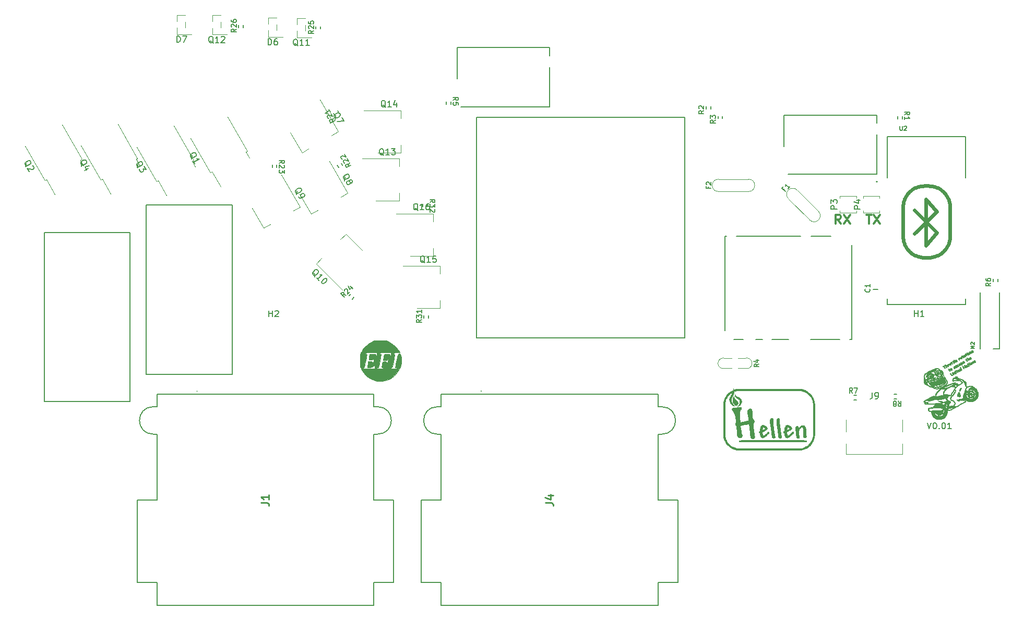
<source format=gto>
G04 #@! TF.GenerationSoftware,KiCad,Pcbnew,7.0.9-7.0.9~ubuntu22.04.1*
G04 #@! TF.CreationDate,2023-12-28T21:10:10+00:00*
G04 #@! TF.ProjectId,uaeficopiedtovfr,75616566-6963-46f7-9069-6564746f7666,rev?*
G04 #@! TF.SameCoordinates,Original*
G04 #@! TF.FileFunction,Legend,Top*
G04 #@! TF.FilePolarity,Positive*
%FSLAX46Y46*%
G04 Gerber Fmt 4.6, Leading zero omitted, Abs format (unit mm)*
G04 Created by KiCad (PCBNEW 7.0.9-7.0.9~ubuntu22.04.1) date 2023-12-28 21:10:10*
%MOMM*%
%LPD*%
G01*
G04 APERTURE LIST*
%ADD10C,0.300000*%
%ADD11C,0.200000*%
%ADD12C,0.127000*%
%ADD13C,0.170000*%
%ADD14C,0.150000*%
%ADD15C,0.254000*%
%ADD16C,0.099060*%
%ADD17C,0.120000*%
%ADD18C,0.203200*%
%ADD19C,0.100000*%
%ADD20C,0.002540*%
%ADD21C,0.050000*%
%ADD22C,0.013229*%
%ADD23C,0.631031*%
G04 APERTURE END LIST*
D10*
X133361653Y37924172D02*
X132861653Y38638458D01*
X132504510Y37924172D02*
X132504510Y39424172D01*
X132504510Y39424172D02*
X133075939Y39424172D01*
X133075939Y39424172D02*
X133218796Y39352743D01*
X133218796Y39352743D02*
X133290225Y39281315D01*
X133290225Y39281315D02*
X133361653Y39138458D01*
X133361653Y39138458D02*
X133361653Y38924172D01*
X133361653Y38924172D02*
X133290225Y38781315D01*
X133290225Y38781315D02*
X133218796Y38709886D01*
X133218796Y38709886D02*
X133075939Y38638458D01*
X133075939Y38638458D02*
X132504510Y38638458D01*
X133861653Y39424172D02*
X134861653Y37924172D01*
X134861653Y39424172D02*
X133861653Y37924172D01*
X137504510Y39424172D02*
X138361653Y39424172D01*
X137933081Y37924172D02*
X137933081Y39424172D01*
X138718795Y39424172D02*
X139718795Y37924172D01*
X139718795Y39424172D02*
X138718795Y37924172D01*
D11*
X147376816Y5632781D02*
X147710149Y4632781D01*
X147710149Y4632781D02*
X148043482Y5632781D01*
X148567292Y5632781D02*
X148662530Y5632781D01*
X148662530Y5632781D02*
X148757768Y5585162D01*
X148757768Y5585162D02*
X148805387Y5537543D01*
X148805387Y5537543D02*
X148853006Y5442305D01*
X148853006Y5442305D02*
X148900625Y5251829D01*
X148900625Y5251829D02*
X148900625Y5013734D01*
X148900625Y5013734D02*
X148853006Y4823258D01*
X148853006Y4823258D02*
X148805387Y4728020D01*
X148805387Y4728020D02*
X148757768Y4680400D01*
X148757768Y4680400D02*
X148662530Y4632781D01*
X148662530Y4632781D02*
X148567292Y4632781D01*
X148567292Y4632781D02*
X148472054Y4680400D01*
X148472054Y4680400D02*
X148424435Y4728020D01*
X148424435Y4728020D02*
X148376816Y4823258D01*
X148376816Y4823258D02*
X148329197Y5013734D01*
X148329197Y5013734D02*
X148329197Y5251829D01*
X148329197Y5251829D02*
X148376816Y5442305D01*
X148376816Y5442305D02*
X148424435Y5537543D01*
X148424435Y5537543D02*
X148472054Y5585162D01*
X148472054Y5585162D02*
X148567292Y5632781D01*
X149329197Y4728020D02*
X149376816Y4680400D01*
X149376816Y4680400D02*
X149329197Y4632781D01*
X149329197Y4632781D02*
X149281578Y4680400D01*
X149281578Y4680400D02*
X149329197Y4728020D01*
X149329197Y4728020D02*
X149329197Y4632781D01*
X149995863Y5632781D02*
X150091101Y5632781D01*
X150091101Y5632781D02*
X150186339Y5585162D01*
X150186339Y5585162D02*
X150233958Y5537543D01*
X150233958Y5537543D02*
X150281577Y5442305D01*
X150281577Y5442305D02*
X150329196Y5251829D01*
X150329196Y5251829D02*
X150329196Y5013734D01*
X150329196Y5013734D02*
X150281577Y4823258D01*
X150281577Y4823258D02*
X150233958Y4728020D01*
X150233958Y4728020D02*
X150186339Y4680400D01*
X150186339Y4680400D02*
X150091101Y4632781D01*
X150091101Y4632781D02*
X149995863Y4632781D01*
X149995863Y4632781D02*
X149900625Y4680400D01*
X149900625Y4680400D02*
X149853006Y4728020D01*
X149853006Y4728020D02*
X149805387Y4823258D01*
X149805387Y4823258D02*
X149757768Y5013734D01*
X149757768Y5013734D02*
X149757768Y5251829D01*
X149757768Y5251829D02*
X149805387Y5442305D01*
X149805387Y5442305D02*
X149853006Y5537543D01*
X149853006Y5537543D02*
X149900625Y5585162D01*
X149900625Y5585162D02*
X149995863Y5632781D01*
X151281577Y4632781D02*
X150710149Y4632781D01*
X150995863Y4632781D02*
X150995863Y5632781D01*
X150995863Y5632781D02*
X150900625Y5489924D01*
X150900625Y5489924D02*
X150805387Y5394686D01*
X150805387Y5394686D02*
X150710149Y5347067D01*
D12*
X120045911Y15148001D02*
X119683054Y14894001D01*
X120045911Y14712572D02*
X119283911Y14712572D01*
X119283911Y14712572D02*
X119283911Y15002858D01*
X119283911Y15002858D02*
X119320197Y15075429D01*
X119320197Y15075429D02*
X119356483Y15111715D01*
X119356483Y15111715D02*
X119429054Y15148001D01*
X119429054Y15148001D02*
X119537911Y15148001D01*
X119537911Y15148001D02*
X119610483Y15111715D01*
X119610483Y15111715D02*
X119646768Y15075429D01*
X119646768Y15075429D02*
X119683054Y15002858D01*
X119683054Y15002858D02*
X119683054Y14712572D01*
X119537911Y15801143D02*
X120045911Y15801143D01*
X119247626Y15619715D02*
X119791911Y15438286D01*
X119791911Y15438286D02*
X119791911Y15910001D01*
D13*
X143713014Y55634908D02*
X144103490Y55908241D01*
X143713014Y56103479D02*
X144533014Y56103479D01*
X144533014Y56103479D02*
X144533014Y55791098D01*
X144533014Y55791098D02*
X144493966Y55713003D01*
X144493966Y55713003D02*
X144454919Y55673956D01*
X144454919Y55673956D02*
X144376823Y55634908D01*
X144376823Y55634908D02*
X144259681Y55634908D01*
X144259681Y55634908D02*
X144181585Y55673956D01*
X144181585Y55673956D02*
X144142538Y55713003D01*
X144142538Y55713003D02*
X144103490Y55791098D01*
X144103490Y55791098D02*
X144103490Y56103479D01*
X143713014Y54853956D02*
X143713014Y55322527D01*
X143713014Y55088241D02*
X144533014Y55088241D01*
X144533014Y55088241D02*
X144415871Y55166337D01*
X144415871Y55166337D02*
X144337776Y55244432D01*
X144337776Y55244432D02*
X144298728Y55322527D01*
D14*
X59528571Y56849943D02*
X59433333Y56897562D01*
X59433333Y56897562D02*
X59338095Y56992800D01*
X59338095Y56992800D02*
X59195238Y57135658D01*
X59195238Y57135658D02*
X59100000Y57183277D01*
X59100000Y57183277D02*
X59004762Y57183277D01*
X59052381Y56945181D02*
X58957143Y56992800D01*
X58957143Y56992800D02*
X58861905Y57088039D01*
X58861905Y57088039D02*
X58814286Y57278515D01*
X58814286Y57278515D02*
X58814286Y57611848D01*
X58814286Y57611848D02*
X58861905Y57802324D01*
X58861905Y57802324D02*
X58957143Y57897562D01*
X58957143Y57897562D02*
X59052381Y57945181D01*
X59052381Y57945181D02*
X59242857Y57945181D01*
X59242857Y57945181D02*
X59338095Y57897562D01*
X59338095Y57897562D02*
X59433333Y57802324D01*
X59433333Y57802324D02*
X59480952Y57611848D01*
X59480952Y57611848D02*
X59480952Y57278515D01*
X59480952Y57278515D02*
X59433333Y57088039D01*
X59433333Y57088039D02*
X59338095Y56992800D01*
X59338095Y56992800D02*
X59242857Y56945181D01*
X59242857Y56945181D02*
X59052381Y56945181D01*
X60433333Y56945181D02*
X59861905Y56945181D01*
X60147619Y56945181D02*
X60147619Y57945181D01*
X60147619Y57945181D02*
X60052381Y57802324D01*
X60052381Y57802324D02*
X59957143Y57707086D01*
X59957143Y57707086D02*
X59861905Y57659467D01*
X61290476Y57611848D02*
X61290476Y56945181D01*
X61052381Y57992800D02*
X60814286Y57278515D01*
X60814286Y57278515D02*
X61433333Y57278515D01*
D15*
X85424318Y-7343332D02*
X86331461Y-7343332D01*
X86331461Y-7343332D02*
X86512889Y-7403809D01*
X86512889Y-7403809D02*
X86633842Y-7524761D01*
X86633842Y-7524761D02*
X86694318Y-7706190D01*
X86694318Y-7706190D02*
X86694318Y-7827142D01*
X85847651Y-6194285D02*
X86694318Y-6194285D01*
X85363842Y-6496666D02*
X86270984Y-6799047D01*
X86270984Y-6799047D02*
X86270984Y-6012856D01*
D14*
X40588095Y22845181D02*
X40588095Y23845181D01*
X40588095Y23368991D02*
X41159523Y23368991D01*
X41159523Y22845181D02*
X41159523Y23845181D01*
X41588095Y23749943D02*
X41635714Y23797562D01*
X41635714Y23797562D02*
X41730952Y23845181D01*
X41730952Y23845181D02*
X41969047Y23845181D01*
X41969047Y23845181D02*
X42064285Y23797562D01*
X42064285Y23797562D02*
X42111904Y23749943D01*
X42111904Y23749943D02*
X42159523Y23654705D01*
X42159523Y23654705D02*
X42159523Y23559467D01*
X42159523Y23559467D02*
X42111904Y23416610D01*
X42111904Y23416610D02*
X41540476Y22845181D01*
X41540476Y22845181D02*
X42159523Y22845181D01*
X52823131Y44932451D02*
X52816751Y45038739D01*
X52816751Y45038739D02*
X52851611Y45168836D01*
X52851611Y45168836D02*
X52903900Y45363983D01*
X52903900Y45363983D02*
X52897520Y45470271D01*
X52897520Y45470271D02*
X52849901Y45552750D01*
X52667514Y45392463D02*
X52661135Y45498751D01*
X52661135Y45498751D02*
X52695994Y45628848D01*
X52695994Y45628848D02*
X52837142Y45765326D01*
X52837142Y45765326D02*
X53125817Y45931992D01*
X53125817Y45931992D02*
X53314584Y45985991D01*
X53314584Y45985991D02*
X53444681Y45951132D01*
X53444681Y45951132D02*
X53533540Y45892463D01*
X53533540Y45892463D02*
X53628778Y45727505D01*
X53628778Y45727505D02*
X53635158Y45621217D01*
X53635158Y45621217D02*
X53600298Y45491120D01*
X53600298Y45491120D02*
X53459150Y45354642D01*
X53459150Y45354642D02*
X53170475Y45187976D01*
X53170475Y45187976D02*
X52981708Y45133977D01*
X52981708Y45133977D02*
X52851611Y45168836D01*
X52851611Y45168836D02*
X52762752Y45227505D01*
X52762752Y45227505D02*
X52667514Y45392463D01*
X53662386Y44812152D02*
X53656006Y44918440D01*
X53656006Y44918440D02*
X53673436Y44983489D01*
X53673436Y44983489D02*
X53732105Y45072347D01*
X53732105Y45072347D02*
X53773344Y45096156D01*
X53773344Y45096156D02*
X53879633Y45102536D01*
X53879633Y45102536D02*
X53944681Y45085106D01*
X53944681Y45085106D02*
X54033540Y45026437D01*
X54033540Y45026437D02*
X54128778Y44861480D01*
X54128778Y44861480D02*
X54135158Y44755192D01*
X54135158Y44755192D02*
X54117728Y44690143D01*
X54117728Y44690143D02*
X54059059Y44601285D01*
X54059059Y44601285D02*
X54017819Y44577475D01*
X54017819Y44577475D02*
X53911531Y44571095D01*
X53911531Y44571095D02*
X53846482Y44588525D01*
X53846482Y44588525D02*
X53757624Y44647194D01*
X53757624Y44647194D02*
X53662386Y44812152D01*
X53662386Y44812152D02*
X53573528Y44870821D01*
X53573528Y44870821D02*
X53508479Y44888250D01*
X53508479Y44888250D02*
X53402191Y44881871D01*
X53402191Y44881871D02*
X53237233Y44786633D01*
X53237233Y44786633D02*
X53178564Y44697774D01*
X53178564Y44697774D02*
X53161135Y44632725D01*
X53161135Y44632725D02*
X53167514Y44526437D01*
X53167514Y44526437D02*
X53262752Y44361480D01*
X53262752Y44361480D02*
X53351611Y44302811D01*
X53351611Y44302811D02*
X53416660Y44285381D01*
X53416660Y44285381D02*
X53522948Y44291761D01*
X53522948Y44291761D02*
X53687905Y44386999D01*
X53687905Y44386999D02*
X53746574Y44475857D01*
X53746574Y44475857D02*
X53764004Y44540906D01*
X53764004Y44540906D02*
X53757624Y44647194D01*
D13*
X142659907Y9136986D02*
X142933240Y8746510D01*
X143128478Y9136986D02*
X143128478Y8316986D01*
X143128478Y8316986D02*
X142816097Y8316986D01*
X142816097Y8316986D02*
X142738002Y8356034D01*
X142738002Y8356034D02*
X142698955Y8395081D01*
X142698955Y8395081D02*
X142659907Y8473177D01*
X142659907Y8473177D02*
X142659907Y8590319D01*
X142659907Y8590319D02*
X142698955Y8668415D01*
X142698955Y8668415D02*
X142738002Y8707462D01*
X142738002Y8707462D02*
X142816097Y8746510D01*
X142816097Y8746510D02*
X143128478Y8746510D01*
X142191336Y8668415D02*
X142269431Y8629367D01*
X142269431Y8629367D02*
X142308478Y8590319D01*
X142308478Y8590319D02*
X142347526Y8512224D01*
X142347526Y8512224D02*
X142347526Y8473177D01*
X142347526Y8473177D02*
X142308478Y8395081D01*
X142308478Y8395081D02*
X142269431Y8356034D01*
X142269431Y8356034D02*
X142191336Y8316986D01*
X142191336Y8316986D02*
X142035145Y8316986D01*
X142035145Y8316986D02*
X141957050Y8356034D01*
X141957050Y8356034D02*
X141918002Y8395081D01*
X141918002Y8395081D02*
X141878955Y8473177D01*
X141878955Y8473177D02*
X141878955Y8512224D01*
X141878955Y8512224D02*
X141918002Y8590319D01*
X141918002Y8590319D02*
X141957050Y8629367D01*
X141957050Y8629367D02*
X142035145Y8668415D01*
X142035145Y8668415D02*
X142191336Y8668415D01*
X142191336Y8668415D02*
X142269431Y8707462D01*
X142269431Y8707462D02*
X142308478Y8746510D01*
X142308478Y8746510D02*
X142347526Y8824605D01*
X142347526Y8824605D02*
X142347526Y8980796D01*
X142347526Y8980796D02*
X142308478Y9058891D01*
X142308478Y9058891D02*
X142269431Y9097938D01*
X142269431Y9097938D02*
X142191336Y9136986D01*
X142191336Y9136986D02*
X142035145Y9136986D01*
X142035145Y9136986D02*
X141957050Y9097938D01*
X141957050Y9097938D02*
X141918002Y9058891D01*
X141918002Y9058891D02*
X141878955Y8980796D01*
X141878955Y8980796D02*
X141878955Y8824605D01*
X141878955Y8824605D02*
X141918002Y8746510D01*
X141918002Y8746510D02*
X141957050Y8707462D01*
X141957050Y8707462D02*
X142035145Y8668415D01*
D14*
X48025009Y29333131D02*
X47991337Y29434146D01*
X47991337Y29434146D02*
X47991337Y29568833D01*
X47991337Y29568833D02*
X47991337Y29770864D01*
X47991337Y29770864D02*
X47957665Y29871879D01*
X47957665Y29871879D02*
X47890322Y29939223D01*
X47755635Y29737192D02*
X47721963Y29838207D01*
X47721963Y29838207D02*
X47721963Y29972894D01*
X47721963Y29972894D02*
X47822978Y30141253D01*
X47822978Y30141253D02*
X48058680Y30376955D01*
X48058680Y30376955D02*
X48227039Y30477971D01*
X48227039Y30477971D02*
X48361726Y30477971D01*
X48361726Y30477971D02*
X48462741Y30444299D01*
X48462741Y30444299D02*
X48597428Y30309612D01*
X48597428Y30309612D02*
X48631100Y30208597D01*
X48631100Y30208597D02*
X48631100Y30073910D01*
X48631100Y30073910D02*
X48530085Y29905551D01*
X48530085Y29905551D02*
X48294383Y29669849D01*
X48294383Y29669849D02*
X48126024Y29568833D01*
X48126024Y29568833D02*
X47991337Y29568833D01*
X47991337Y29568833D02*
X47890322Y29602505D01*
X47890322Y29602505D02*
X47755635Y29737192D01*
X48732115Y28760711D02*
X48328054Y29164772D01*
X48530085Y28962742D02*
X49237192Y29669849D01*
X49237192Y29669849D02*
X49068833Y29636177D01*
X49068833Y29636177D02*
X48934146Y29636177D01*
X48934146Y29636177D02*
X48833131Y29669849D01*
X49876955Y29030085D02*
X49944299Y28962742D01*
X49944299Y28962742D02*
X49977970Y28861727D01*
X49977970Y28861727D02*
X49977970Y28794383D01*
X49977970Y28794383D02*
X49944299Y28693368D01*
X49944299Y28693368D02*
X49843283Y28525009D01*
X49843283Y28525009D02*
X49674925Y28356650D01*
X49674925Y28356650D02*
X49506566Y28255635D01*
X49506566Y28255635D02*
X49405550Y28221963D01*
X49405550Y28221963D02*
X49338207Y28221963D01*
X49338207Y28221963D02*
X49237192Y28255635D01*
X49237192Y28255635D02*
X49169848Y28322979D01*
X49169848Y28322979D02*
X49136176Y28423994D01*
X49136176Y28423994D02*
X49136176Y28491337D01*
X49136176Y28491337D02*
X49169848Y28592353D01*
X49169848Y28592353D02*
X49270863Y28760711D01*
X49270863Y28760711D02*
X49439222Y28929070D01*
X49439222Y28929070D02*
X49607581Y29030085D01*
X49607581Y29030085D02*
X49708596Y29063757D01*
X49708596Y29063757D02*
X49775940Y29063757D01*
X49775940Y29063757D02*
X49876955Y29030085D01*
D13*
X66713014Y41409908D02*
X67103490Y41683241D01*
X66713014Y41878479D02*
X67533014Y41878479D01*
X67533014Y41878479D02*
X67533014Y41566098D01*
X67533014Y41566098D02*
X67493966Y41488003D01*
X67493966Y41488003D02*
X67454919Y41448956D01*
X67454919Y41448956D02*
X67376823Y41409908D01*
X67376823Y41409908D02*
X67259681Y41409908D01*
X67259681Y41409908D02*
X67181585Y41448956D01*
X67181585Y41448956D02*
X67142538Y41488003D01*
X67142538Y41488003D02*
X67103490Y41566098D01*
X67103490Y41566098D02*
X67103490Y41878479D01*
X67533014Y41136575D02*
X67533014Y40628956D01*
X67533014Y40628956D02*
X67220633Y40902289D01*
X67220633Y40902289D02*
X67220633Y40785146D01*
X67220633Y40785146D02*
X67181585Y40707051D01*
X67181585Y40707051D02*
X67142538Y40668003D01*
X67142538Y40668003D02*
X67064442Y40628956D01*
X67064442Y40628956D02*
X66869204Y40628956D01*
X66869204Y40628956D02*
X66791109Y40668003D01*
X66791109Y40668003D02*
X66752062Y40707051D01*
X66752062Y40707051D02*
X66713014Y40785146D01*
X66713014Y40785146D02*
X66713014Y41019432D01*
X66713014Y41019432D02*
X66752062Y41097527D01*
X66752062Y41097527D02*
X66791109Y41136575D01*
X67454919Y40316575D02*
X67493966Y40277527D01*
X67493966Y40277527D02*
X67533014Y40199432D01*
X67533014Y40199432D02*
X67533014Y40004194D01*
X67533014Y40004194D02*
X67493966Y39926099D01*
X67493966Y39926099D02*
X67454919Y39887051D01*
X67454919Y39887051D02*
X67376823Y39848004D01*
X67376823Y39848004D02*
X67298728Y39848004D01*
X67298728Y39848004D02*
X67181585Y39887051D01*
X67181585Y39887051D02*
X66713014Y40355623D01*
X66713014Y40355623D02*
X66713014Y39848004D01*
D14*
X155055573Y17691742D02*
X154455573Y17691742D01*
X154455573Y17691742D02*
X154884144Y17891742D01*
X154884144Y17891742D02*
X154455573Y18091742D01*
X154455573Y18091742D02*
X155055573Y18091742D01*
X154512716Y18348884D02*
X154484144Y18377456D01*
X154484144Y18377456D02*
X154455573Y18434598D01*
X154455573Y18434598D02*
X154455573Y18577456D01*
X154455573Y18577456D02*
X154484144Y18634598D01*
X154484144Y18634598D02*
X154512716Y18663170D01*
X154512716Y18663170D02*
X154569859Y18691741D01*
X154569859Y18691741D02*
X154627002Y18691741D01*
X154627002Y18691741D02*
X154712716Y18663170D01*
X154712716Y18663170D02*
X155055573Y18320313D01*
X155055573Y18320313D02*
X155055573Y18691741D01*
D13*
X111136985Y56315093D02*
X110746509Y56041760D01*
X111136985Y55846522D02*
X110316985Y55846522D01*
X110316985Y55846522D02*
X110316985Y56158903D01*
X110316985Y56158903D02*
X110356033Y56236998D01*
X110356033Y56236998D02*
X110395080Y56276045D01*
X110395080Y56276045D02*
X110473176Y56315093D01*
X110473176Y56315093D02*
X110590318Y56315093D01*
X110590318Y56315093D02*
X110668414Y56276045D01*
X110668414Y56276045D02*
X110707461Y56236998D01*
X110707461Y56236998D02*
X110746509Y56158903D01*
X110746509Y56158903D02*
X110746509Y55846522D01*
X110395080Y56627474D02*
X110356033Y56666522D01*
X110356033Y56666522D02*
X110316985Y56744617D01*
X110316985Y56744617D02*
X110316985Y56939855D01*
X110316985Y56939855D02*
X110356033Y57017950D01*
X110356033Y57017950D02*
X110395080Y57056998D01*
X110395080Y57056998D02*
X110473176Y57096045D01*
X110473176Y57096045D02*
X110551271Y57096045D01*
X110551271Y57096045D02*
X110668414Y57056998D01*
X110668414Y57056998D02*
X111136985Y56588426D01*
X111136985Y56588426D02*
X111136985Y57096045D01*
X65336985Y22390093D02*
X64946509Y22116760D01*
X65336985Y21921522D02*
X64516985Y21921522D01*
X64516985Y21921522D02*
X64516985Y22233903D01*
X64516985Y22233903D02*
X64556033Y22311998D01*
X64556033Y22311998D02*
X64595080Y22351045D01*
X64595080Y22351045D02*
X64673176Y22390093D01*
X64673176Y22390093D02*
X64790318Y22390093D01*
X64790318Y22390093D02*
X64868414Y22351045D01*
X64868414Y22351045D02*
X64907461Y22311998D01*
X64907461Y22311998D02*
X64946509Y22233903D01*
X64946509Y22233903D02*
X64946509Y21921522D01*
X64516985Y22663426D02*
X64516985Y23171045D01*
X64516985Y23171045D02*
X64829366Y22897712D01*
X64829366Y22897712D02*
X64829366Y23014855D01*
X64829366Y23014855D02*
X64868414Y23092950D01*
X64868414Y23092950D02*
X64907461Y23131998D01*
X64907461Y23131998D02*
X64985557Y23171045D01*
X64985557Y23171045D02*
X65180795Y23171045D01*
X65180795Y23171045D02*
X65258890Y23131998D01*
X65258890Y23131998D02*
X65297938Y23092950D01*
X65297938Y23092950D02*
X65336985Y23014855D01*
X65336985Y23014855D02*
X65336985Y22780569D01*
X65336985Y22780569D02*
X65297938Y22702474D01*
X65297938Y22702474D02*
X65258890Y22663426D01*
X65336985Y23951997D02*
X65336985Y23483426D01*
X65336985Y23717712D02*
X64516985Y23717712D01*
X64516985Y23717712D02*
X64634128Y23639616D01*
X64634128Y23639616D02*
X64712223Y23561521D01*
X64712223Y23561521D02*
X64751271Y23483426D01*
X42263014Y47759908D02*
X42653490Y48033241D01*
X42263014Y48228479D02*
X43083014Y48228479D01*
X43083014Y48228479D02*
X43083014Y47916098D01*
X43083014Y47916098D02*
X43043966Y47838003D01*
X43043966Y47838003D02*
X43004919Y47798956D01*
X43004919Y47798956D02*
X42926823Y47759908D01*
X42926823Y47759908D02*
X42809681Y47759908D01*
X42809681Y47759908D02*
X42731585Y47798956D01*
X42731585Y47798956D02*
X42692538Y47838003D01*
X42692538Y47838003D02*
X42653490Y47916098D01*
X42653490Y47916098D02*
X42653490Y48228479D01*
X43004919Y47447527D02*
X43043966Y47408479D01*
X43043966Y47408479D02*
X43083014Y47330384D01*
X43083014Y47330384D02*
X43083014Y47135146D01*
X43083014Y47135146D02*
X43043966Y47057051D01*
X43043966Y47057051D02*
X43004919Y47018003D01*
X43004919Y47018003D02*
X42926823Y46978956D01*
X42926823Y46978956D02*
X42848728Y46978956D01*
X42848728Y46978956D02*
X42731585Y47018003D01*
X42731585Y47018003D02*
X42263014Y47486575D01*
X42263014Y47486575D02*
X42263014Y46978956D01*
X43083014Y46705623D02*
X43083014Y46198004D01*
X43083014Y46198004D02*
X42770633Y46471337D01*
X42770633Y46471337D02*
X42770633Y46354194D01*
X42770633Y46354194D02*
X42731585Y46276099D01*
X42731585Y46276099D02*
X42692538Y46237051D01*
X42692538Y46237051D02*
X42614442Y46198004D01*
X42614442Y46198004D02*
X42419204Y46198004D01*
X42419204Y46198004D02*
X42341109Y46237051D01*
X42341109Y46237051D02*
X42302062Y46276099D01*
X42302062Y46276099D02*
X42263014Y46354194D01*
X42263014Y46354194D02*
X42263014Y46588480D01*
X42263014Y46588480D02*
X42302062Y46666575D01*
X42302062Y46666575D02*
X42341109Y46705623D01*
D14*
X64778571Y40099943D02*
X64683333Y40147562D01*
X64683333Y40147562D02*
X64588095Y40242800D01*
X64588095Y40242800D02*
X64445238Y40385658D01*
X64445238Y40385658D02*
X64350000Y40433277D01*
X64350000Y40433277D02*
X64254762Y40433277D01*
X64302381Y40195181D02*
X64207143Y40242800D01*
X64207143Y40242800D02*
X64111905Y40338039D01*
X64111905Y40338039D02*
X64064286Y40528515D01*
X64064286Y40528515D02*
X64064286Y40861848D01*
X64064286Y40861848D02*
X64111905Y41052324D01*
X64111905Y41052324D02*
X64207143Y41147562D01*
X64207143Y41147562D02*
X64302381Y41195181D01*
X64302381Y41195181D02*
X64492857Y41195181D01*
X64492857Y41195181D02*
X64588095Y41147562D01*
X64588095Y41147562D02*
X64683333Y41052324D01*
X64683333Y41052324D02*
X64730952Y40861848D01*
X64730952Y40861848D02*
X64730952Y40528515D01*
X64730952Y40528515D02*
X64683333Y40338039D01*
X64683333Y40338039D02*
X64588095Y40242800D01*
X64588095Y40242800D02*
X64492857Y40195181D01*
X64492857Y40195181D02*
X64302381Y40195181D01*
X65683333Y40195181D02*
X65111905Y40195181D01*
X65397619Y40195181D02*
X65397619Y41195181D01*
X65397619Y41195181D02*
X65302381Y41052324D01*
X65302381Y41052324D02*
X65207143Y40957086D01*
X65207143Y40957086D02*
X65111905Y40909467D01*
X66540476Y41195181D02*
X66350000Y41195181D01*
X66350000Y41195181D02*
X66254762Y41147562D01*
X66254762Y41147562D02*
X66207143Y41099943D01*
X66207143Y41099943D02*
X66111905Y40957086D01*
X66111905Y40957086D02*
X66064286Y40766610D01*
X66064286Y40766610D02*
X66064286Y40385658D01*
X66064286Y40385658D02*
X66111905Y40290420D01*
X66111905Y40290420D02*
X66159524Y40242800D01*
X66159524Y40242800D02*
X66254762Y40195181D01*
X66254762Y40195181D02*
X66445238Y40195181D01*
X66445238Y40195181D02*
X66540476Y40242800D01*
X66540476Y40242800D02*
X66588095Y40290420D01*
X66588095Y40290420D02*
X66635714Y40385658D01*
X66635714Y40385658D02*
X66635714Y40623753D01*
X66635714Y40623753D02*
X66588095Y40718991D01*
X66588095Y40718991D02*
X66540476Y40766610D01*
X66540476Y40766610D02*
X66445238Y40814229D01*
X66445238Y40814229D02*
X66254762Y40814229D01*
X66254762Y40814229D02*
X66159524Y40766610D01*
X66159524Y40766610D02*
X66111905Y40718991D01*
X66111905Y40718991D02*
X66064286Y40623753D01*
X45073131Y42682451D02*
X45066751Y42788739D01*
X45066751Y42788739D02*
X45101611Y42918836D01*
X45101611Y42918836D02*
X45153900Y43113983D01*
X45153900Y43113983D02*
X45147520Y43220271D01*
X45147520Y43220271D02*
X45099901Y43302750D01*
X44917514Y43142463D02*
X44911135Y43248751D01*
X44911135Y43248751D02*
X44945994Y43378848D01*
X44945994Y43378848D02*
X45087142Y43515326D01*
X45087142Y43515326D02*
X45375817Y43681992D01*
X45375817Y43681992D02*
X45564584Y43735991D01*
X45564584Y43735991D02*
X45694681Y43701132D01*
X45694681Y43701132D02*
X45783540Y43642463D01*
X45783540Y43642463D02*
X45878778Y43477505D01*
X45878778Y43477505D02*
X45885158Y43371217D01*
X45885158Y43371217D02*
X45850298Y43241120D01*
X45850298Y43241120D02*
X45709150Y43104642D01*
X45709150Y43104642D02*
X45420475Y42937976D01*
X45420475Y42937976D02*
X45231708Y42883977D01*
X45231708Y42883977D02*
X45101611Y42918836D01*
X45101611Y42918836D02*
X45012752Y42977505D01*
X45012752Y42977505D02*
X44917514Y43142463D01*
X45369895Y42358916D02*
X45465133Y42193959D01*
X45465133Y42193959D02*
X45553992Y42135290D01*
X45553992Y42135290D02*
X45619041Y42117860D01*
X45619041Y42117860D02*
X45790378Y42106810D01*
X45790378Y42106810D02*
X45979144Y42160809D01*
X45979144Y42160809D02*
X46309059Y42351285D01*
X46309059Y42351285D02*
X46367728Y42440143D01*
X46367728Y42440143D02*
X46385158Y42505192D01*
X46385158Y42505192D02*
X46378778Y42611480D01*
X46378778Y42611480D02*
X46283540Y42776437D01*
X46283540Y42776437D02*
X46194681Y42835106D01*
X46194681Y42835106D02*
X46129633Y42852536D01*
X46129633Y42852536D02*
X46023344Y42846156D01*
X46023344Y42846156D02*
X45817148Y42727109D01*
X45817148Y42727109D02*
X45758479Y42638250D01*
X45758479Y42638250D02*
X45741049Y42573202D01*
X45741049Y42573202D02*
X45747429Y42466913D01*
X45747429Y42466913D02*
X45842667Y42301956D01*
X45842667Y42301956D02*
X45931525Y42243287D01*
X45931525Y42243287D02*
X45996574Y42225857D01*
X45996574Y42225857D02*
X46102862Y42232237D01*
X59228571Y49049943D02*
X59133333Y49097562D01*
X59133333Y49097562D02*
X59038095Y49192800D01*
X59038095Y49192800D02*
X58895238Y49335658D01*
X58895238Y49335658D02*
X58800000Y49383277D01*
X58800000Y49383277D02*
X58704762Y49383277D01*
X58752381Y49145181D02*
X58657143Y49192800D01*
X58657143Y49192800D02*
X58561905Y49288039D01*
X58561905Y49288039D02*
X58514286Y49478515D01*
X58514286Y49478515D02*
X58514286Y49811848D01*
X58514286Y49811848D02*
X58561905Y50002324D01*
X58561905Y50002324D02*
X58657143Y50097562D01*
X58657143Y50097562D02*
X58752381Y50145181D01*
X58752381Y50145181D02*
X58942857Y50145181D01*
X58942857Y50145181D02*
X59038095Y50097562D01*
X59038095Y50097562D02*
X59133333Y50002324D01*
X59133333Y50002324D02*
X59180952Y49811848D01*
X59180952Y49811848D02*
X59180952Y49478515D01*
X59180952Y49478515D02*
X59133333Y49288039D01*
X59133333Y49288039D02*
X59038095Y49192800D01*
X59038095Y49192800D02*
X58942857Y49145181D01*
X58942857Y49145181D02*
X58752381Y49145181D01*
X60133333Y49145181D02*
X59561905Y49145181D01*
X59847619Y49145181D02*
X59847619Y50145181D01*
X59847619Y50145181D02*
X59752381Y50002324D01*
X59752381Y50002324D02*
X59657143Y49907086D01*
X59657143Y49907086D02*
X59561905Y49859467D01*
X60466667Y50145181D02*
X61085714Y50145181D01*
X61085714Y50145181D02*
X60752381Y49764229D01*
X60752381Y49764229D02*
X60895238Y49764229D01*
X60895238Y49764229D02*
X60990476Y49716610D01*
X60990476Y49716610D02*
X61038095Y49668991D01*
X61038095Y49668991D02*
X61085714Y49573753D01*
X61085714Y49573753D02*
X61085714Y49335658D01*
X61085714Y49335658D02*
X61038095Y49240420D01*
X61038095Y49240420D02*
X60990476Y49192800D01*
X60990476Y49192800D02*
X60895238Y49145181D01*
X60895238Y49145181D02*
X60609524Y49145181D01*
X60609524Y49145181D02*
X60514286Y49192800D01*
X60514286Y49192800D02*
X60466667Y49240420D01*
D13*
X35286985Y69565093D02*
X34896509Y69291760D01*
X35286985Y69096522D02*
X34466985Y69096522D01*
X34466985Y69096522D02*
X34466985Y69408903D01*
X34466985Y69408903D02*
X34506033Y69486998D01*
X34506033Y69486998D02*
X34545080Y69526045D01*
X34545080Y69526045D02*
X34623176Y69565093D01*
X34623176Y69565093D02*
X34740318Y69565093D01*
X34740318Y69565093D02*
X34818414Y69526045D01*
X34818414Y69526045D02*
X34857461Y69486998D01*
X34857461Y69486998D02*
X34896509Y69408903D01*
X34896509Y69408903D02*
X34896509Y69096522D01*
X34545080Y69877474D02*
X34506033Y69916522D01*
X34506033Y69916522D02*
X34466985Y69994617D01*
X34466985Y69994617D02*
X34466985Y70189855D01*
X34466985Y70189855D02*
X34506033Y70267950D01*
X34506033Y70267950D02*
X34545080Y70306998D01*
X34545080Y70306998D02*
X34623176Y70346045D01*
X34623176Y70346045D02*
X34701271Y70346045D01*
X34701271Y70346045D02*
X34818414Y70306998D01*
X34818414Y70306998D02*
X35286985Y69838426D01*
X35286985Y69838426D02*
X35286985Y70346045D01*
X34466985Y71048902D02*
X34466985Y70892712D01*
X34466985Y70892712D02*
X34506033Y70814616D01*
X34506033Y70814616D02*
X34545080Y70775569D01*
X34545080Y70775569D02*
X34662223Y70697474D01*
X34662223Y70697474D02*
X34818414Y70658426D01*
X34818414Y70658426D02*
X35130795Y70658426D01*
X35130795Y70658426D02*
X35208890Y70697474D01*
X35208890Y70697474D02*
X35247938Y70736521D01*
X35247938Y70736521D02*
X35286985Y70814616D01*
X35286985Y70814616D02*
X35286985Y70970807D01*
X35286985Y70970807D02*
X35247938Y71048902D01*
X35247938Y71048902D02*
X35208890Y71087950D01*
X35208890Y71087950D02*
X35130795Y71126997D01*
X35130795Y71126997D02*
X34935557Y71126997D01*
X34935557Y71126997D02*
X34857461Y71087950D01*
X34857461Y71087950D02*
X34818414Y71048902D01*
X34818414Y71048902D02*
X34779366Y70970807D01*
X34779366Y70970807D02*
X34779366Y70814616D01*
X34779366Y70814616D02*
X34818414Y70736521D01*
X34818414Y70736521D02*
X34857461Y70697474D01*
X34857461Y70697474D02*
X34935557Y70658426D01*
X138022582Y27367534D02*
X138061630Y27328486D01*
X138061630Y27328486D02*
X138100677Y27211343D01*
X138100677Y27211343D02*
X138100677Y27133248D01*
X138100677Y27133248D02*
X138061630Y27016105D01*
X138061630Y27016105D02*
X137983534Y26938009D01*
X137983534Y26938009D02*
X137905439Y26898962D01*
X137905439Y26898962D02*
X137749248Y26859914D01*
X137749248Y26859914D02*
X137632105Y26859914D01*
X137632105Y26859914D02*
X137475915Y26898962D01*
X137475915Y26898962D02*
X137397819Y26938009D01*
X137397819Y26938009D02*
X137319724Y27016105D01*
X137319724Y27016105D02*
X137280676Y27133248D01*
X137280676Y27133248D02*
X137280676Y27211343D01*
X137280676Y27211343D02*
X137319724Y27328486D01*
X137319724Y27328486D02*
X137358772Y27367534D01*
X138100677Y28148487D02*
X138100677Y27679915D01*
X138100677Y27914201D02*
X137280676Y27914201D01*
X137280676Y27914201D02*
X137397819Y27836106D01*
X137397819Y27836106D02*
X137475915Y27758010D01*
X137475915Y27758010D02*
X137514962Y27679915D01*
D14*
X51323131Y54907451D02*
X51316751Y55013739D01*
X51316751Y55013739D02*
X51351611Y55143836D01*
X51351611Y55143836D02*
X51403900Y55338983D01*
X51403900Y55338983D02*
X51397520Y55445271D01*
X51397520Y55445271D02*
X51349901Y55527750D01*
X51167514Y55367463D02*
X51161135Y55473751D01*
X51161135Y55473751D02*
X51195994Y55603848D01*
X51195994Y55603848D02*
X51337142Y55740326D01*
X51337142Y55740326D02*
X51625817Y55906992D01*
X51625817Y55906992D02*
X51814584Y55960991D01*
X51814584Y55960991D02*
X51944681Y55926132D01*
X51944681Y55926132D02*
X52033540Y55867463D01*
X52033540Y55867463D02*
X52128778Y55702505D01*
X52128778Y55702505D02*
X52135158Y55596217D01*
X52135158Y55596217D02*
X52100298Y55466120D01*
X52100298Y55466120D02*
X51959150Y55329642D01*
X51959150Y55329642D02*
X51670475Y55162976D01*
X51670475Y55162976D02*
X51481708Y55108977D01*
X51481708Y55108977D02*
X51351611Y55143836D01*
X51351611Y55143836D02*
X51262752Y55202505D01*
X51262752Y55202505D02*
X51167514Y55367463D01*
X52414492Y55207634D02*
X52747825Y54630284D01*
X52747825Y54630284D02*
X51667514Y54501437D01*
D13*
X53135263Y26314330D02*
X52665879Y26397162D01*
X52803933Y25983000D02*
X52224105Y26562827D01*
X52224105Y26562827D02*
X52444992Y26783714D01*
X52444992Y26783714D02*
X52527825Y26811325D01*
X52527825Y26811325D02*
X52583046Y26811325D01*
X52583046Y26811325D02*
X52665879Y26783714D01*
X52665879Y26783714D02*
X52748711Y26700882D01*
X52748711Y26700882D02*
X52776322Y26618049D01*
X52776322Y26618049D02*
X52776322Y26562827D01*
X52776322Y26562827D02*
X52748711Y26479995D01*
X52748711Y26479995D02*
X52527825Y26259108D01*
X52831544Y27059822D02*
X52831544Y27115044D01*
X52831544Y27115044D02*
X52859155Y27197877D01*
X52859155Y27197877D02*
X52997209Y27335931D01*
X52997209Y27335931D02*
X53080041Y27363542D01*
X53080041Y27363542D02*
X53135263Y27363542D01*
X53135263Y27363542D02*
X53218095Y27335931D01*
X53218095Y27335931D02*
X53273317Y27280709D01*
X53273317Y27280709D02*
X53328539Y27170266D01*
X53328539Y27170266D02*
X53328539Y26507606D01*
X53328539Y26507606D02*
X53687480Y26866547D01*
X53797923Y27750093D02*
X54184474Y27363541D01*
X53438982Y27832926D02*
X53715090Y27280709D01*
X53715090Y27280709D02*
X54074031Y27639650D01*
D14*
X132754819Y40336906D02*
X131754819Y40336906D01*
X131754819Y40336906D02*
X131754819Y40717858D01*
X131754819Y40717858D02*
X131802438Y40813096D01*
X131802438Y40813096D02*
X131850057Y40860715D01*
X131850057Y40860715D02*
X131945295Y40908334D01*
X131945295Y40908334D02*
X132088152Y40908334D01*
X132088152Y40908334D02*
X132183390Y40860715D01*
X132183390Y40860715D02*
X132231009Y40813096D01*
X132231009Y40813096D02*
X132278628Y40717858D01*
X132278628Y40717858D02*
X132278628Y40336906D01*
X131754819Y41241668D02*
X131754819Y41860715D01*
X131754819Y41860715D02*
X132135771Y41527382D01*
X132135771Y41527382D02*
X132135771Y41670239D01*
X132135771Y41670239D02*
X132183390Y41765477D01*
X132183390Y41765477D02*
X132231009Y41813096D01*
X132231009Y41813096D02*
X132326247Y41860715D01*
X132326247Y41860715D02*
X132564342Y41860715D01*
X132564342Y41860715D02*
X132659580Y41813096D01*
X132659580Y41813096D02*
X132707200Y41765477D01*
X132707200Y41765477D02*
X132754819Y41670239D01*
X132754819Y41670239D02*
X132754819Y41384525D01*
X132754819Y41384525D02*
X132707200Y41289287D01*
X132707200Y41289287D02*
X132659580Y41241668D01*
X138466666Y10535181D02*
X138466666Y9820896D01*
X138466666Y9820896D02*
X138419047Y9678039D01*
X138419047Y9678039D02*
X138323809Y9582800D01*
X138323809Y9582800D02*
X138180952Y9535181D01*
X138180952Y9535181D02*
X138085714Y9535181D01*
X138990476Y9535181D02*
X139180952Y9535181D01*
X139180952Y9535181D02*
X139276190Y9582800D01*
X139276190Y9582800D02*
X139323809Y9630420D01*
X139323809Y9630420D02*
X139419047Y9773277D01*
X139419047Y9773277D02*
X139466666Y9963753D01*
X139466666Y9963753D02*
X139466666Y10344705D01*
X139466666Y10344705D02*
X139419047Y10439943D01*
X139419047Y10439943D02*
X139371428Y10487562D01*
X139371428Y10487562D02*
X139276190Y10535181D01*
X139276190Y10535181D02*
X139085714Y10535181D01*
X139085714Y10535181D02*
X138990476Y10487562D01*
X138990476Y10487562D02*
X138942857Y10439943D01*
X138942857Y10439943D02*
X138895238Y10344705D01*
X138895238Y10344705D02*
X138895238Y10106610D01*
X138895238Y10106610D02*
X138942857Y10011372D01*
X138942857Y10011372D02*
X138990476Y9963753D01*
X138990476Y9963753D02*
X139085714Y9916134D01*
X139085714Y9916134D02*
X139276190Y9916134D01*
X139276190Y9916134D02*
X139371428Y9963753D01*
X139371428Y9963753D02*
X139419047Y10011372D01*
X139419047Y10011372D02*
X139466666Y10106610D01*
X145288095Y22895181D02*
X145288095Y23895181D01*
X145288095Y23418991D02*
X145859523Y23418991D01*
X145859523Y22895181D02*
X145859523Y23895181D01*
X146859523Y22895181D02*
X146288095Y22895181D01*
X146573809Y22895181D02*
X146573809Y23895181D01*
X146573809Y23895181D02*
X146478571Y23752324D01*
X146478571Y23752324D02*
X146383333Y23657086D01*
X146383333Y23657086D02*
X146288095Y23609467D01*
X19275714Y46978166D02*
X19269334Y47084454D01*
X19269334Y47084454D02*
X19304194Y47214551D01*
X19304194Y47214551D02*
X19356483Y47409698D01*
X19356483Y47409698D02*
X19350103Y47515986D01*
X19350103Y47515986D02*
X19302484Y47598465D01*
X19120097Y47438178D02*
X19113718Y47544466D01*
X19113718Y47544466D02*
X19148577Y47674563D01*
X19148577Y47674563D02*
X19289725Y47811041D01*
X19289725Y47811041D02*
X19578400Y47977707D01*
X19578400Y47977707D02*
X19767167Y48031706D01*
X19767167Y48031706D02*
X19897264Y47996847D01*
X19897264Y47996847D02*
X19986123Y47938178D01*
X19986123Y47938178D02*
X20081361Y47773220D01*
X20081361Y47773220D02*
X20087741Y47666932D01*
X20087741Y47666932D02*
X20052881Y47536835D01*
X20052881Y47536835D02*
X19911733Y47400357D01*
X19911733Y47400357D02*
X19623058Y47233691D01*
X19623058Y47233691D02*
X19434291Y47179692D01*
X19434291Y47179692D02*
X19304194Y47214551D01*
X19304194Y47214551D02*
X19215335Y47273220D01*
X19215335Y47273220D02*
X19120097Y47438178D01*
X20367075Y47278349D02*
X20676599Y46742238D01*
X20676599Y46742238D02*
X20180018Y46840437D01*
X20180018Y46840437D02*
X20251446Y46716719D01*
X20251446Y46716719D02*
X20257826Y46610431D01*
X20257826Y46610431D02*
X20240396Y46545382D01*
X20240396Y46545382D02*
X20181727Y46456524D01*
X20181727Y46456524D02*
X19975531Y46337476D01*
X19975531Y46337476D02*
X19869243Y46331096D01*
X19869243Y46331096D02*
X19804194Y46348526D01*
X19804194Y46348526D02*
X19715335Y46407195D01*
X19715335Y46407195D02*
X19572478Y46654631D01*
X19572478Y46654631D02*
X19566099Y46760919D01*
X19566099Y46760919D02*
X19583528Y46825968D01*
X25661905Y67420181D02*
X25661905Y68420181D01*
X25661905Y68420181D02*
X25900000Y68420181D01*
X25900000Y68420181D02*
X26042857Y68372562D01*
X26042857Y68372562D02*
X26138095Y68277324D01*
X26138095Y68277324D02*
X26185714Y68182086D01*
X26185714Y68182086D02*
X26233333Y67991610D01*
X26233333Y67991610D02*
X26233333Y67848753D01*
X26233333Y67848753D02*
X26185714Y67658277D01*
X26185714Y67658277D02*
X26138095Y67563039D01*
X26138095Y67563039D02*
X26042857Y67467800D01*
X26042857Y67467800D02*
X25900000Y67420181D01*
X25900000Y67420181D02*
X25661905Y67420181D01*
X26566667Y68420181D02*
X27233333Y68420181D01*
X27233333Y68420181D02*
X26804762Y67420181D01*
D13*
X70463014Y57984908D02*
X70853490Y58258241D01*
X70463014Y58453479D02*
X71283014Y58453479D01*
X71283014Y58453479D02*
X71283014Y58141098D01*
X71283014Y58141098D02*
X71243966Y58063003D01*
X71243966Y58063003D02*
X71204919Y58023956D01*
X71204919Y58023956D02*
X71126823Y57984908D01*
X71126823Y57984908D02*
X71009681Y57984908D01*
X71009681Y57984908D02*
X70931585Y58023956D01*
X70931585Y58023956D02*
X70892538Y58063003D01*
X70892538Y58063003D02*
X70853490Y58141098D01*
X70853490Y58141098D02*
X70853490Y58453479D01*
X71283014Y57243003D02*
X71283014Y57633479D01*
X71283014Y57633479D02*
X70892538Y57672527D01*
X70892538Y57672527D02*
X70931585Y57633479D01*
X70931585Y57633479D02*
X70970633Y57555384D01*
X70970633Y57555384D02*
X70970633Y57360146D01*
X70970633Y57360146D02*
X70931585Y57282051D01*
X70931585Y57282051D02*
X70892538Y57243003D01*
X70892538Y57243003D02*
X70814442Y57203956D01*
X70814442Y57203956D02*
X70619204Y57203956D01*
X70619204Y57203956D02*
X70541109Y57243003D01*
X70541109Y57243003D02*
X70502062Y57282051D01*
X70502062Y57282051D02*
X70463014Y57360146D01*
X70463014Y57360146D02*
X70463014Y57555384D01*
X70463014Y57555384D02*
X70502062Y57633479D01*
X70502062Y57633479D02*
X70541109Y57672527D01*
D14*
X28025714Y48428166D02*
X28019334Y48534454D01*
X28019334Y48534454D02*
X28054194Y48664551D01*
X28054194Y48664551D02*
X28106483Y48859698D01*
X28106483Y48859698D02*
X28100103Y48965986D01*
X28100103Y48965986D02*
X28052484Y49048465D01*
X27870097Y48888178D02*
X27863718Y48994466D01*
X27863718Y48994466D02*
X27898577Y49124563D01*
X27898577Y49124563D02*
X28039725Y49261041D01*
X28039725Y49261041D02*
X28328400Y49427707D01*
X28328400Y49427707D02*
X28517167Y49481706D01*
X28517167Y49481706D02*
X28647264Y49446847D01*
X28647264Y49446847D02*
X28736123Y49388178D01*
X28736123Y49388178D02*
X28831361Y49223220D01*
X28831361Y49223220D02*
X28837741Y49116932D01*
X28837741Y49116932D02*
X28802881Y48986835D01*
X28802881Y48986835D02*
X28661733Y48850357D01*
X28661733Y48850357D02*
X28373058Y48683691D01*
X28373058Y48683691D02*
X28184291Y48629692D01*
X28184291Y48629692D02*
X28054194Y48664551D01*
X28054194Y48664551D02*
X27965335Y48723220D01*
X27965335Y48723220D02*
X27870097Y48888178D01*
X28560574Y47692238D02*
X28274859Y48187109D01*
X28417716Y47939674D02*
X29283742Y48439674D01*
X29283742Y48439674D02*
X29112405Y48450724D01*
X29112405Y48450724D02*
X28982307Y48485583D01*
X28982307Y48485583D02*
X28893449Y48544252D01*
D13*
X47836985Y69315093D02*
X47446509Y69041760D01*
X47836985Y68846522D02*
X47016985Y68846522D01*
X47016985Y68846522D02*
X47016985Y69158903D01*
X47016985Y69158903D02*
X47056033Y69236998D01*
X47056033Y69236998D02*
X47095080Y69276045D01*
X47095080Y69276045D02*
X47173176Y69315093D01*
X47173176Y69315093D02*
X47290318Y69315093D01*
X47290318Y69315093D02*
X47368414Y69276045D01*
X47368414Y69276045D02*
X47407461Y69236998D01*
X47407461Y69236998D02*
X47446509Y69158903D01*
X47446509Y69158903D02*
X47446509Y68846522D01*
X47095080Y69627474D02*
X47056033Y69666522D01*
X47056033Y69666522D02*
X47016985Y69744617D01*
X47016985Y69744617D02*
X47016985Y69939855D01*
X47016985Y69939855D02*
X47056033Y70017950D01*
X47056033Y70017950D02*
X47095080Y70056998D01*
X47095080Y70056998D02*
X47173176Y70096045D01*
X47173176Y70096045D02*
X47251271Y70096045D01*
X47251271Y70096045D02*
X47368414Y70056998D01*
X47368414Y70056998D02*
X47836985Y69588426D01*
X47836985Y69588426D02*
X47836985Y70096045D01*
X47016985Y70837950D02*
X47016985Y70447474D01*
X47016985Y70447474D02*
X47407461Y70408426D01*
X47407461Y70408426D02*
X47368414Y70447474D01*
X47368414Y70447474D02*
X47329366Y70525569D01*
X47329366Y70525569D02*
X47329366Y70720807D01*
X47329366Y70720807D02*
X47368414Y70798902D01*
X47368414Y70798902D02*
X47407461Y70837950D01*
X47407461Y70837950D02*
X47485557Y70876997D01*
X47485557Y70876997D02*
X47680795Y70876997D01*
X47680795Y70876997D02*
X47758890Y70837950D01*
X47758890Y70837950D02*
X47797938Y70798902D01*
X47797938Y70798902D02*
X47836985Y70720807D01*
X47836985Y70720807D02*
X47836985Y70525569D01*
X47836985Y70525569D02*
X47797938Y70447474D01*
X47797938Y70447474D02*
X47758890Y70408426D01*
X157686985Y28315093D02*
X157296509Y28041760D01*
X157686985Y27846522D02*
X156866985Y27846522D01*
X156866985Y27846522D02*
X156866985Y28158903D01*
X156866985Y28158903D02*
X156906033Y28236998D01*
X156906033Y28236998D02*
X156945080Y28276045D01*
X156945080Y28276045D02*
X157023176Y28315093D01*
X157023176Y28315093D02*
X157140318Y28315093D01*
X157140318Y28315093D02*
X157218414Y28276045D01*
X157218414Y28276045D02*
X157257461Y28236998D01*
X157257461Y28236998D02*
X157296509Y28158903D01*
X157296509Y28158903D02*
X157296509Y27846522D01*
X156866985Y29017950D02*
X156866985Y28861760D01*
X156866985Y28861760D02*
X156906033Y28783664D01*
X156906033Y28783664D02*
X156945080Y28744617D01*
X156945080Y28744617D02*
X157062223Y28666522D01*
X157062223Y28666522D02*
X157218414Y28627474D01*
X157218414Y28627474D02*
X157530795Y28627474D01*
X157530795Y28627474D02*
X157608890Y28666522D01*
X157608890Y28666522D02*
X157647938Y28705569D01*
X157647938Y28705569D02*
X157686985Y28783664D01*
X157686985Y28783664D02*
X157686985Y28939855D01*
X157686985Y28939855D02*
X157647938Y29017950D01*
X157647938Y29017950D02*
X157608890Y29056998D01*
X157608890Y29056998D02*
X157530795Y29096045D01*
X157530795Y29096045D02*
X157335557Y29096045D01*
X157335557Y29096045D02*
X157257461Y29056998D01*
X157257461Y29056998D02*
X157218414Y29017950D01*
X157218414Y29017950D02*
X157179366Y28939855D01*
X157179366Y28939855D02*
X157179366Y28783664D01*
X157179366Y28783664D02*
X157218414Y28705569D01*
X157218414Y28705569D02*
X157257461Y28666522D01*
X157257461Y28666522D02*
X157335557Y28627474D01*
D14*
X10208903Y47241259D02*
X10202523Y47347547D01*
X10202523Y47347547D02*
X10237383Y47477644D01*
X10237383Y47477644D02*
X10289672Y47672791D01*
X10289672Y47672791D02*
X10283292Y47779079D01*
X10283292Y47779079D02*
X10235673Y47861558D01*
X10053286Y47701271D02*
X10046907Y47807559D01*
X10046907Y47807559D02*
X10081766Y47937656D01*
X10081766Y47937656D02*
X10222914Y48074134D01*
X10222914Y48074134D02*
X10511589Y48240800D01*
X10511589Y48240800D02*
X10700356Y48294799D01*
X10700356Y48294799D02*
X10830453Y48259940D01*
X10830453Y48259940D02*
X10919312Y48201271D01*
X10919312Y48201271D02*
X11014550Y48036313D01*
X11014550Y48036313D02*
X11020930Y47930025D01*
X11020930Y47930025D02*
X10986070Y47799928D01*
X10986070Y47799928D02*
X10844922Y47663450D01*
X10844922Y47663450D02*
X10556247Y47496784D01*
X10556247Y47496784D02*
X10367480Y47442785D01*
X10367480Y47442785D02*
X10237383Y47477644D01*
X10237383Y47477644D02*
X10148524Y47536313D01*
X10148524Y47536313D02*
X10053286Y47701271D01*
X11273494Y46921143D02*
X10696143Y46587809D01*
X11484361Y47317815D02*
X10746723Y47166869D01*
X10746723Y47166869D02*
X11056247Y46630758D01*
X31566071Y67274943D02*
X31470833Y67322562D01*
X31470833Y67322562D02*
X31375595Y67417800D01*
X31375595Y67417800D02*
X31232738Y67560658D01*
X31232738Y67560658D02*
X31137500Y67608277D01*
X31137500Y67608277D02*
X31042262Y67608277D01*
X31089881Y67370181D02*
X30994643Y67417800D01*
X30994643Y67417800D02*
X30899405Y67513039D01*
X30899405Y67513039D02*
X30851786Y67703515D01*
X30851786Y67703515D02*
X30851786Y68036848D01*
X30851786Y68036848D02*
X30899405Y68227324D01*
X30899405Y68227324D02*
X30994643Y68322562D01*
X30994643Y68322562D02*
X31089881Y68370181D01*
X31089881Y68370181D02*
X31280357Y68370181D01*
X31280357Y68370181D02*
X31375595Y68322562D01*
X31375595Y68322562D02*
X31470833Y68227324D01*
X31470833Y68227324D02*
X31518452Y68036848D01*
X31518452Y68036848D02*
X31518452Y67703515D01*
X31518452Y67703515D02*
X31470833Y67513039D01*
X31470833Y67513039D02*
X31375595Y67417800D01*
X31375595Y67417800D02*
X31280357Y67370181D01*
X31280357Y67370181D02*
X31089881Y67370181D01*
X32470833Y67370181D02*
X31899405Y67370181D01*
X32185119Y67370181D02*
X32185119Y68370181D01*
X32185119Y68370181D02*
X32089881Y68227324D01*
X32089881Y68227324D02*
X31994643Y68132086D01*
X31994643Y68132086D02*
X31899405Y68084467D01*
X32851786Y68274943D02*
X32899405Y68322562D01*
X32899405Y68322562D02*
X32994643Y68370181D01*
X32994643Y68370181D02*
X33232738Y68370181D01*
X33232738Y68370181D02*
X33327976Y68322562D01*
X33327976Y68322562D02*
X33375595Y68274943D01*
X33375595Y68274943D02*
X33423214Y68179705D01*
X33423214Y68179705D02*
X33423214Y68084467D01*
X33423214Y68084467D02*
X33375595Y67941610D01*
X33375595Y67941610D02*
X32804167Y67370181D01*
X32804167Y67370181D02*
X33423214Y67370181D01*
X136534819Y40336906D02*
X135534819Y40336906D01*
X135534819Y40336906D02*
X135534819Y40717858D01*
X135534819Y40717858D02*
X135582438Y40813096D01*
X135582438Y40813096D02*
X135630057Y40860715D01*
X135630057Y40860715D02*
X135725295Y40908334D01*
X135725295Y40908334D02*
X135868152Y40908334D01*
X135868152Y40908334D02*
X135963390Y40860715D01*
X135963390Y40860715D02*
X136011009Y40813096D01*
X136011009Y40813096D02*
X136058628Y40717858D01*
X136058628Y40717858D02*
X136058628Y40336906D01*
X135868152Y41765477D02*
X136534819Y41765477D01*
X135487200Y41527382D02*
X136201485Y41289287D01*
X136201485Y41289287D02*
X136201485Y41908334D01*
X40461905Y66970181D02*
X40461905Y67970181D01*
X40461905Y67970181D02*
X40700000Y67970181D01*
X40700000Y67970181D02*
X40842857Y67922562D01*
X40842857Y67922562D02*
X40938095Y67827324D01*
X40938095Y67827324D02*
X40985714Y67732086D01*
X40985714Y67732086D02*
X41033333Y67541610D01*
X41033333Y67541610D02*
X41033333Y67398753D01*
X41033333Y67398753D02*
X40985714Y67208277D01*
X40985714Y67208277D02*
X40938095Y67113039D01*
X40938095Y67113039D02*
X40842857Y67017800D01*
X40842857Y67017800D02*
X40700000Y66970181D01*
X40700000Y66970181D02*
X40461905Y66970181D01*
X41890476Y67970181D02*
X41700000Y67970181D01*
X41700000Y67970181D02*
X41604762Y67922562D01*
X41604762Y67922562D02*
X41557143Y67874943D01*
X41557143Y67874943D02*
X41461905Y67732086D01*
X41461905Y67732086D02*
X41414286Y67541610D01*
X41414286Y67541610D02*
X41414286Y67160658D01*
X41414286Y67160658D02*
X41461905Y67065420D01*
X41461905Y67065420D02*
X41509524Y67017800D01*
X41509524Y67017800D02*
X41604762Y66970181D01*
X41604762Y66970181D02*
X41795238Y66970181D01*
X41795238Y66970181D02*
X41890476Y67017800D01*
X41890476Y67017800D02*
X41938095Y67065420D01*
X41938095Y67065420D02*
X41985714Y67160658D01*
X41985714Y67160658D02*
X41985714Y67398753D01*
X41985714Y67398753D02*
X41938095Y67493991D01*
X41938095Y67493991D02*
X41890476Y67541610D01*
X41890476Y67541610D02*
X41795238Y67589229D01*
X41795238Y67589229D02*
X41604762Y67589229D01*
X41604762Y67589229D02*
X41509524Y67541610D01*
X41509524Y67541610D02*
X41461905Y67493991D01*
X41461905Y67493991D02*
X41414286Y67398753D01*
X65878571Y31599943D02*
X65783333Y31647562D01*
X65783333Y31647562D02*
X65688095Y31742800D01*
X65688095Y31742800D02*
X65545238Y31885658D01*
X65545238Y31885658D02*
X65450000Y31933277D01*
X65450000Y31933277D02*
X65354762Y31933277D01*
X65402381Y31695181D02*
X65307143Y31742800D01*
X65307143Y31742800D02*
X65211905Y31838039D01*
X65211905Y31838039D02*
X65164286Y32028515D01*
X65164286Y32028515D02*
X65164286Y32361848D01*
X65164286Y32361848D02*
X65211905Y32552324D01*
X65211905Y32552324D02*
X65307143Y32647562D01*
X65307143Y32647562D02*
X65402381Y32695181D01*
X65402381Y32695181D02*
X65592857Y32695181D01*
X65592857Y32695181D02*
X65688095Y32647562D01*
X65688095Y32647562D02*
X65783333Y32552324D01*
X65783333Y32552324D02*
X65830952Y32361848D01*
X65830952Y32361848D02*
X65830952Y32028515D01*
X65830952Y32028515D02*
X65783333Y31838039D01*
X65783333Y31838039D02*
X65688095Y31742800D01*
X65688095Y31742800D02*
X65592857Y31695181D01*
X65592857Y31695181D02*
X65402381Y31695181D01*
X66783333Y31695181D02*
X66211905Y31695181D01*
X66497619Y31695181D02*
X66497619Y32695181D01*
X66497619Y32695181D02*
X66402381Y32552324D01*
X66402381Y32552324D02*
X66307143Y32457086D01*
X66307143Y32457086D02*
X66211905Y32409467D01*
X67688095Y32695181D02*
X67211905Y32695181D01*
X67211905Y32695181D02*
X67164286Y32218991D01*
X67164286Y32218991D02*
X67211905Y32266610D01*
X67211905Y32266610D02*
X67307143Y32314229D01*
X67307143Y32314229D02*
X67545238Y32314229D01*
X67545238Y32314229D02*
X67640476Y32266610D01*
X67640476Y32266610D02*
X67688095Y32218991D01*
X67688095Y32218991D02*
X67735714Y32123753D01*
X67735714Y32123753D02*
X67735714Y31885658D01*
X67735714Y31885658D02*
X67688095Y31790420D01*
X67688095Y31790420D02*
X67640476Y31742800D01*
X67640476Y31742800D02*
X67545238Y31695181D01*
X67545238Y31695181D02*
X67307143Y31695181D01*
X67307143Y31695181D02*
X67211905Y31742800D01*
X67211905Y31742800D02*
X67164286Y31790420D01*
D13*
X51069163Y55145202D02*
X50867668Y54713250D01*
X51303449Y54739407D02*
X50593308Y54329407D01*
X50593308Y54329407D02*
X50437118Y54599937D01*
X50437118Y54599937D02*
X50431886Y54687093D01*
X50431886Y54687093D02*
X50446179Y54740433D01*
X50446179Y54740433D02*
X50494287Y54813297D01*
X50494287Y54813297D02*
X50595736Y54871868D01*
X50595736Y54871868D02*
X50682892Y54877100D01*
X50682892Y54877100D02*
X50736232Y54862807D01*
X50736232Y54862807D02*
X50809096Y54814699D01*
X50809096Y54814699D02*
X50965287Y54544169D01*
X50270464Y55044779D02*
X50217124Y55059072D01*
X50217124Y55059072D02*
X50144260Y55107180D01*
X50144260Y55107180D02*
X50046641Y55276261D01*
X50046641Y55276261D02*
X50041410Y55363418D01*
X50041410Y55363418D02*
X50055702Y55416758D01*
X50055702Y55416758D02*
X50103811Y55489622D01*
X50103811Y55489622D02*
X50171444Y55528669D01*
X50171444Y55528669D02*
X50292416Y55553424D01*
X50292416Y55553424D02*
X50932497Y55381915D01*
X50932497Y55381915D02*
X50678687Y55821526D01*
X50288211Y56497851D02*
X50522497Y56092056D01*
X50405354Y56294953D02*
X49695213Y55884953D01*
X49695213Y55884953D02*
X49835709Y55875892D01*
X49835709Y55875892D02*
X49942389Y55847307D01*
X49942389Y55847307D02*
X50015253Y55799199D01*
D14*
X45278571Y66824943D02*
X45183333Y66872562D01*
X45183333Y66872562D02*
X45088095Y66967800D01*
X45088095Y66967800D02*
X44945238Y67110658D01*
X44945238Y67110658D02*
X44850000Y67158277D01*
X44850000Y67158277D02*
X44754762Y67158277D01*
X44802381Y66920181D02*
X44707143Y66967800D01*
X44707143Y66967800D02*
X44611905Y67063039D01*
X44611905Y67063039D02*
X44564286Y67253515D01*
X44564286Y67253515D02*
X44564286Y67586848D01*
X44564286Y67586848D02*
X44611905Y67777324D01*
X44611905Y67777324D02*
X44707143Y67872562D01*
X44707143Y67872562D02*
X44802381Y67920181D01*
X44802381Y67920181D02*
X44992857Y67920181D01*
X44992857Y67920181D02*
X45088095Y67872562D01*
X45088095Y67872562D02*
X45183333Y67777324D01*
X45183333Y67777324D02*
X45230952Y67586848D01*
X45230952Y67586848D02*
X45230952Y67253515D01*
X45230952Y67253515D02*
X45183333Y67063039D01*
X45183333Y67063039D02*
X45088095Y66967800D01*
X45088095Y66967800D02*
X44992857Y66920181D01*
X44992857Y66920181D02*
X44802381Y66920181D01*
X46183333Y66920181D02*
X45611905Y66920181D01*
X45897619Y66920181D02*
X45897619Y67920181D01*
X45897619Y67920181D02*
X45802381Y67777324D01*
X45802381Y67777324D02*
X45707143Y67682086D01*
X45707143Y67682086D02*
X45611905Y67634467D01*
X47135714Y66920181D02*
X46564286Y66920181D01*
X46850000Y66920181D02*
X46850000Y67920181D01*
X46850000Y67920181D02*
X46754762Y67777324D01*
X46754762Y67777324D02*
X46659524Y67682086D01*
X46659524Y67682086D02*
X46564286Y67634467D01*
D12*
X111896768Y43921001D02*
X111896768Y43667001D01*
X112295911Y43667001D02*
X111533911Y43667001D01*
X111533911Y43667001D02*
X111533911Y44029858D01*
X111606483Y44283858D02*
X111570197Y44320144D01*
X111570197Y44320144D02*
X111533911Y44392715D01*
X111533911Y44392715D02*
X111533911Y44574144D01*
X111533911Y44574144D02*
X111570197Y44646715D01*
X111570197Y44646715D02*
X111606483Y44683001D01*
X111606483Y44683001D02*
X111679054Y44719287D01*
X111679054Y44719287D02*
X111751626Y44719287D01*
X111751626Y44719287D02*
X111860483Y44683001D01*
X111860483Y44683001D02*
X112295911Y44247573D01*
X112295911Y44247573D02*
X112295911Y44719287D01*
D14*
X142946466Y53799221D02*
X142946466Y53232033D01*
X142946466Y53232033D02*
X142979830Y53165305D01*
X142979830Y53165305D02*
X143013194Y53131941D01*
X143013194Y53131941D02*
X143079922Y53098578D01*
X143079922Y53098578D02*
X143213378Y53098578D01*
X143213378Y53098578D02*
X143280106Y53131941D01*
X143280106Y53131941D02*
X143313470Y53165305D01*
X143313470Y53165305D02*
X143346834Y53232033D01*
X143346834Y53232033D02*
X143346834Y53799221D01*
X143647109Y53732493D02*
X143680473Y53765857D01*
X143680473Y53765857D02*
X143747201Y53799221D01*
X143747201Y53799221D02*
X143914021Y53799221D01*
X143914021Y53799221D02*
X143980749Y53765857D01*
X143980749Y53765857D02*
X144014113Y53732493D01*
X144014113Y53732493D02*
X144047477Y53665765D01*
X144047477Y53665765D02*
X144047477Y53599037D01*
X144047477Y53599037D02*
X144014113Y53498945D01*
X144014113Y53498945D02*
X143613745Y53098578D01*
X143613745Y53098578D02*
X144047477Y53098578D01*
D15*
X39324318Y-7343332D02*
X40231461Y-7343332D01*
X40231461Y-7343332D02*
X40412889Y-7403809D01*
X40412889Y-7403809D02*
X40533842Y-7524761D01*
X40533842Y-7524761D02*
X40594318Y-7706190D01*
X40594318Y-7706190D02*
X40594318Y-7827142D01*
X40594318Y-6073332D02*
X40594318Y-6799047D01*
X40594318Y-6436190D02*
X39324318Y-6436190D01*
X39324318Y-6436190D02*
X39505746Y-6557142D01*
X39505746Y-6557142D02*
X39626699Y-6678094D01*
X39626699Y-6678094D02*
X39687175Y-6799047D01*
D14*
X1158903Y47141259D02*
X1152523Y47247547D01*
X1152523Y47247547D02*
X1187383Y47377644D01*
X1187383Y47377644D02*
X1239672Y47572791D01*
X1239672Y47572791D02*
X1233292Y47679079D01*
X1233292Y47679079D02*
X1185673Y47761558D01*
X1003286Y47601271D02*
X996907Y47707559D01*
X996907Y47707559D02*
X1031766Y47837656D01*
X1031766Y47837656D02*
X1172914Y47974134D01*
X1172914Y47974134D02*
X1461589Y48140800D01*
X1461589Y48140800D02*
X1650356Y48194799D01*
X1650356Y48194799D02*
X1780453Y48159940D01*
X1780453Y48159940D02*
X1869312Y48101271D01*
X1869312Y48101271D02*
X1964550Y47936313D01*
X1964550Y47936313D02*
X1970930Y47830025D01*
X1970930Y47830025D02*
X1936070Y47699928D01*
X1936070Y47699928D02*
X1794922Y47563450D01*
X1794922Y47563450D02*
X1506247Y47396784D01*
X1506247Y47396784D02*
X1317480Y47342785D01*
X1317480Y47342785D02*
X1187383Y47377644D01*
X1187383Y47377644D02*
X1098524Y47436313D01*
X1098524Y47436313D02*
X1003286Y47601271D01*
X2191595Y47352583D02*
X2256644Y47335154D01*
X2256644Y47335154D02*
X2345502Y47276485D01*
X2345502Y47276485D02*
X2464550Y47070288D01*
X2464550Y47070288D02*
X2470930Y46964000D01*
X2470930Y46964000D02*
X2453500Y46898951D01*
X2453500Y46898951D02*
X2394831Y46810093D01*
X2394831Y46810093D02*
X2312352Y46762474D01*
X2312352Y46762474D02*
X2164825Y46732284D01*
X2164825Y46732284D02*
X1384239Y46941442D01*
X1384239Y46941442D02*
X1693763Y46405331D01*
D12*
X124254328Y43661463D02*
X124074723Y43481858D01*
X124356959Y43199621D02*
X123818144Y43738437D01*
X123818144Y43738437D02*
X124074723Y43995015D01*
X125101038Y43943700D02*
X124793143Y43635805D01*
X124947090Y43789752D02*
X124408275Y44328568D01*
X124408275Y44328568D02*
X124433933Y44200278D01*
X124433933Y44200278D02*
X124433933Y44097647D01*
X124433933Y44097647D02*
X124408275Y44020673D01*
D13*
X113036985Y54765093D02*
X112646509Y54491760D01*
X113036985Y54296522D02*
X112216985Y54296522D01*
X112216985Y54296522D02*
X112216985Y54608903D01*
X112216985Y54608903D02*
X112256033Y54686998D01*
X112256033Y54686998D02*
X112295080Y54726045D01*
X112295080Y54726045D02*
X112373176Y54765093D01*
X112373176Y54765093D02*
X112490318Y54765093D01*
X112490318Y54765093D02*
X112568414Y54726045D01*
X112568414Y54726045D02*
X112607461Y54686998D01*
X112607461Y54686998D02*
X112646509Y54608903D01*
X112646509Y54608903D02*
X112646509Y54296522D01*
X112216985Y55038426D02*
X112216985Y55546045D01*
X112216985Y55546045D02*
X112529366Y55272712D01*
X112529366Y55272712D02*
X112529366Y55389855D01*
X112529366Y55389855D02*
X112568414Y55467950D01*
X112568414Y55467950D02*
X112607461Y55506998D01*
X112607461Y55506998D02*
X112685557Y55546045D01*
X112685557Y55546045D02*
X112880795Y55546045D01*
X112880795Y55546045D02*
X112958890Y55506998D01*
X112958890Y55506998D02*
X112997938Y55467950D01*
X112997938Y55467950D02*
X113036985Y55389855D01*
X113036985Y55389855D02*
X113036985Y55155569D01*
X113036985Y55155569D02*
X112997938Y55077474D01*
X112997938Y55077474D02*
X112958890Y55038426D01*
X53667611Y47867139D02*
X53466116Y47435187D01*
X53901897Y47461344D02*
X53191756Y47051344D01*
X53191756Y47051344D02*
X53035566Y47321874D01*
X53035566Y47321874D02*
X53030334Y47409030D01*
X53030334Y47409030D02*
X53044627Y47462370D01*
X53044627Y47462370D02*
X53092735Y47535234D01*
X53092735Y47535234D02*
X53194184Y47593805D01*
X53194184Y47593805D02*
X53281340Y47599037D01*
X53281340Y47599037D02*
X53334680Y47584744D01*
X53334680Y47584744D02*
X53407544Y47536636D01*
X53407544Y47536636D02*
X53563735Y47266106D01*
X52868912Y47766716D02*
X52815572Y47781009D01*
X52815572Y47781009D02*
X52742708Y47829117D01*
X52742708Y47829117D02*
X52645089Y47998198D01*
X52645089Y47998198D02*
X52639858Y48085355D01*
X52639858Y48085355D02*
X52654150Y48138695D01*
X52654150Y48138695D02*
X52702259Y48211559D01*
X52702259Y48211559D02*
X52769892Y48250606D01*
X52769892Y48250606D02*
X52890864Y48275361D01*
X52890864Y48275361D02*
X53530945Y48103852D01*
X53530945Y48103852D02*
X53277135Y48543463D01*
X52478436Y48443040D02*
X52425096Y48457333D01*
X52425096Y48457333D02*
X52352232Y48505442D01*
X52352232Y48505442D02*
X52254613Y48674523D01*
X52254613Y48674523D02*
X52249382Y48761679D01*
X52249382Y48761679D02*
X52263674Y48815019D01*
X52263674Y48815019D02*
X52311783Y48887883D01*
X52311783Y48887883D02*
X52379416Y48926930D01*
X52379416Y48926930D02*
X52500388Y48951686D01*
X52500388Y48951686D02*
X53140469Y48780177D01*
X53140469Y48780177D02*
X52886659Y49219788D01*
X135240092Y10463015D02*
X134966759Y10853491D01*
X134771521Y10463015D02*
X134771521Y11283015D01*
X134771521Y11283015D02*
X135083902Y11283015D01*
X135083902Y11283015D02*
X135161997Y11243967D01*
X135161997Y11243967D02*
X135201044Y11204920D01*
X135201044Y11204920D02*
X135240092Y11126824D01*
X135240092Y11126824D02*
X135240092Y11009682D01*
X135240092Y11009682D02*
X135201044Y10931586D01*
X135201044Y10931586D02*
X135161997Y10892539D01*
X135161997Y10892539D02*
X135083902Y10853491D01*
X135083902Y10853491D02*
X134771521Y10853491D01*
X135513425Y11283015D02*
X136060092Y11283015D01*
X136060092Y11283015D02*
X135708663Y10463015D01*
D16*
G04 #@! TO.C,R4*
X117724000Y14475000D02*
X116708000Y14475000D01*
X116708000Y16075000D02*
X117724000Y16075000D01*
X115692000Y14475000D02*
X114676000Y14475000D01*
X114676000Y16075000D02*
X115692000Y16075000D01*
D17*
X117775000Y14475000D02*
G75*
G03*
X117783602Y16078494I330000J800000D01*
G01*
X114621000Y16076638D02*
G75*
G03*
X114625000Y14475000I-326000J-801638D01*
G01*
D18*
G04 #@! TO.C,R1*
X142579160Y55376056D02*
X142579149Y54976057D01*
X143324995Y55375000D02*
X143324985Y54975000D01*
D17*
G04 #@! TO.C,Q14*
X56000000Y56310000D02*
X62010000Y56310000D01*
X58250000Y49490000D02*
X62010000Y49490000D01*
X62010000Y56310000D02*
X62010000Y55050000D01*
X62010000Y49490000D02*
X62010000Y50750000D01*
D11*
G04 #@! TO.C,J4*
X68530000Y-24065000D02*
X103710000Y-24065000D01*
X103710000Y-24065000D02*
X103710000Y-20270000D01*
X65330000Y-20270000D02*
X68530000Y-20270000D01*
X68530000Y-20270000D02*
X68530000Y-24065000D01*
X103710000Y-20270000D02*
X106910000Y-20270000D01*
X106910000Y-20270000D02*
X106910000Y-6920000D01*
X65330000Y-6920000D02*
X65330000Y-20270000D01*
X68530000Y-6920000D02*
X65330000Y-6920000D01*
X103710000Y-6920000D02*
X103710000Y3775000D01*
X106910000Y-6920000D02*
X103710000Y-6920000D01*
X67920000Y3775000D02*
X68530000Y3775000D01*
X68530000Y3775000D02*
X68530000Y-6920000D01*
X103710000Y3775000D02*
X104320000Y3775000D01*
X104320000Y3775000D02*
X104320000Y3775000D01*
X67920000Y8225000D02*
X67920000Y8225000D01*
X68530000Y8225000D02*
X67920000Y8225000D01*
X103710000Y8225000D02*
X103710000Y10225000D01*
X104320000Y8225000D02*
X103710000Y8225000D01*
X68530000Y10225000D02*
X68530000Y8225000D01*
X86120000Y10225000D02*
X68530000Y10225000D01*
X103710000Y10225000D02*
X86120000Y10225000D01*
D19*
X75010000Y10725000D02*
X75010000Y10725000D01*
X75010000Y10825000D02*
X75010000Y10825000D01*
D11*
X67920000Y8225000D02*
G75*
G03*
X67920000Y3775000I0J-2225000D01*
G01*
X104320000Y3775000D02*
G75*
G03*
X104320000Y8225000I0J2225000D01*
G01*
D19*
X75010000Y10825000D02*
G75*
G03*
X75010000Y10725000I0J-50000D01*
G01*
X75010000Y10725000D02*
G75*
G03*
X75010000Y10825000I0J50000D01*
G01*
D17*
G04 #@! TO.C,Q8*
X50353147Y48130704D02*
X53358147Y42925891D01*
X45571853Y42772147D02*
X47451853Y39515891D01*
X53358147Y42925891D02*
X52266955Y42295891D01*
X47451853Y39515891D02*
X48543045Y40145891D01*
G04 #@! TO.C,G3*
D20*
X59078460Y19015100D02*
X59380720Y18999860D01*
X59609320Y18964300D01*
X59817600Y18898260D01*
X60053820Y18791580D01*
X60140180Y18748400D01*
X60676120Y18410580D01*
X61179040Y17963540D01*
X61587980Y17458080D01*
X61656560Y17346320D01*
X61847060Y17028820D01*
X61339060Y17028820D01*
X61026640Y17016120D01*
X60848840Y16970400D01*
X60785340Y16904360D01*
X60800580Y16795140D01*
X60871700Y16777360D01*
X60963140Y16734180D01*
X60965680Y16581780D01*
X60958060Y16543680D01*
X60922500Y16360800D01*
X60869160Y16061080D01*
X60800580Y15692780D01*
X60762480Y15471800D01*
X60683740Y15070480D01*
X60615160Y14808860D01*
X60546580Y14659000D01*
X60470380Y14598040D01*
X60460220Y14595500D01*
X60447520Y14590420D01*
X60315440Y14534540D01*
X60323060Y14476120D01*
X60462760Y14430400D01*
X60719300Y14407540D01*
X60815820Y14405000D01*
X61087600Y14417700D01*
X61270480Y14450720D01*
X61323820Y14488820D01*
X61255240Y14565020D01*
X61196820Y14575180D01*
X61135860Y14580260D01*
X61097760Y14610740D01*
X61087600Y14692020D01*
X61102840Y14852040D01*
X61146020Y15113660D01*
X61222220Y15502280D01*
X61273020Y15756280D01*
X61377160Y16238880D01*
X61473680Y16569080D01*
X61554960Y16739260D01*
X61585440Y16762120D01*
X61732760Y16856100D01*
X61763240Y16891660D01*
X61826740Y16899280D01*
X61900400Y16767200D01*
X61974060Y16525900D01*
X62035020Y16208400D01*
X62052800Y16071240D01*
X62050260Y15375280D01*
X61895320Y14684400D01*
X61595600Y14031620D01*
X61166340Y13455040D01*
X61013940Y13297560D01*
X60500860Y12881000D01*
X59975080Y12604140D01*
X59388340Y12449200D01*
X58827000Y12400940D01*
X58232640Y12406020D01*
X57772900Y12474600D01*
X57643360Y12510160D01*
X56965180Y12812420D01*
X56378440Y13256920D01*
X55880600Y13843660D01*
X55591040Y14328800D01*
X55512891Y14488820D01*
X55779000Y14488820D01*
X55834880Y14450720D01*
X56050780Y14422780D01*
X56421620Y14407540D01*
X56746740Y14405000D01*
X57767820Y14405000D01*
X57767820Y14488820D01*
X58108180Y14488820D01*
X58184380Y14445640D01*
X58385040Y14415160D01*
X58616180Y14405000D01*
X58885420Y14417700D01*
X59068300Y14450720D01*
X59124180Y14488820D01*
X59053060Y14562480D01*
X58987020Y14575180D01*
X58905740Y14600580D01*
X58880340Y14707260D01*
X58903200Y14933320D01*
X58908280Y14966340D01*
X58954000Y15227960D01*
X58997180Y15426080D01*
X59012420Y15474340D01*
X59108940Y15545460D01*
X59284200Y15586100D01*
X59474700Y15586100D01*
X59606780Y15548000D01*
X59632180Y15504820D01*
X59672820Y15415920D01*
X59766800Y15433700D01*
X59865860Y15537840D01*
X59909040Y15654680D01*
X59929360Y15868040D01*
X59878560Y15929000D01*
X59782040Y15860420D01*
X59632180Y15791840D01*
X59408660Y15761360D01*
X59390880Y15758820D01*
X59101320Y15758820D01*
X59159740Y16200780D01*
X59200380Y16462400D01*
X59241020Y16652900D01*
X59258800Y16708780D01*
X59360400Y16744340D01*
X59578840Y16769740D01*
X59771880Y16774820D01*
X60041120Y16767200D01*
X60173200Y16736720D01*
X60201140Y16675760D01*
X60193520Y16650360D01*
X60203680Y16538600D01*
X60259560Y16520820D01*
X60351000Y16597020D01*
X60409420Y16772280D01*
X60411960Y16774820D01*
X60447520Y17028820D01*
X59489940Y17028820D01*
X59065760Y17026280D01*
X58783820Y17013580D01*
X58618720Y16988180D01*
X58545060Y16947540D01*
X58529820Y16901820D01*
X58598400Y16790060D01*
X58656820Y16774820D01*
X58715240Y16779900D01*
X58753340Y16772280D01*
X58768580Y16729100D01*
X58760960Y16624960D01*
X58725400Y16429380D01*
X58664440Y16122040D01*
X58573000Y15675000D01*
X58491720Y15278760D01*
X58425680Y14946020D01*
X58379960Y14712340D01*
X58362180Y14608200D01*
X58362180Y14605660D01*
X58291060Y14577720D01*
X58235180Y14575180D01*
X58161520Y14547240D01*
X58120880Y14529460D01*
X58108180Y14488820D01*
X57767820Y14488820D01*
X57767820Y14659000D01*
X57729720Y14862200D01*
X57640820Y14913000D01*
X57529060Y14849500D01*
X57513820Y14793620D01*
X57440160Y14725040D01*
X57254740Y14656460D01*
X57021060Y14603120D01*
X56795000Y14575180D01*
X56637520Y14587880D01*
X56609580Y14605660D01*
X56594340Y14707260D01*
X56601960Y14925700D01*
X56622280Y15121280D01*
X56680700Y15591180D01*
X57013440Y15591180D01*
X57221720Y15570860D01*
X57338560Y15517520D01*
X57346180Y15499740D01*
X57379200Y15415920D01*
X57455400Y15451480D01*
X57544300Y15570860D01*
X57607800Y15743580D01*
X57607800Y15746120D01*
X57625580Y15939160D01*
X57569700Y16012820D01*
X57546840Y16012820D01*
X57440160Y15964560D01*
X57430000Y15929000D01*
X57353800Y15875660D01*
X57168380Y15845180D01*
X57104880Y15845180D01*
X56782300Y15845180D01*
X56866120Y16310000D01*
X56949940Y16777360D01*
X57452860Y16774820D01*
X57734800Y16769740D01*
X57879580Y16741800D01*
X57915140Y16683380D01*
X57907520Y16647820D01*
X57917680Y16538600D01*
X57973560Y16520820D01*
X58065000Y16597020D01*
X58123420Y16772280D01*
X58125960Y16774820D01*
X58161520Y17028820D01*
X57203940Y17028820D01*
X56779760Y17026280D01*
X56497820Y17013580D01*
X56332720Y16988180D01*
X56259060Y16947540D01*
X56243820Y16901820D01*
X56312400Y16792600D01*
X56375900Y16774820D01*
X56472420Y16718940D01*
X56467340Y16627500D01*
X56434320Y16487800D01*
X56375900Y16221100D01*
X56304780Y15870580D01*
X56236200Y15527680D01*
X56134600Y15050160D01*
X56043160Y14735200D01*
X55966960Y14587880D01*
X55941560Y14575180D01*
X55801860Y14516760D01*
X55779000Y14488820D01*
X55512891Y14488820D01*
X55484360Y14547240D01*
X55415780Y14745360D01*
X55377680Y14966340D01*
X55359900Y15255900D01*
X55354820Y15664840D01*
X55354820Y15718180D01*
X55359900Y16142360D01*
X55375140Y16447160D01*
X55413240Y16678300D01*
X55479280Y16886580D01*
X55583420Y17117720D01*
X55598660Y17143120D01*
X55931400Y17671440D01*
X56383520Y18169280D01*
X56901680Y18580760D01*
X57224260Y18768720D01*
X57463020Y18877940D01*
X57668760Y18951600D01*
X57894820Y18992240D01*
X58184380Y19012560D01*
X58590780Y19017640D01*
X58659360Y19017640D01*
X59078460Y19015100D01*
G36*
X59078460Y19015100D02*
G01*
X59380720Y18999860D01*
X59609320Y18964300D01*
X59817600Y18898260D01*
X60053820Y18791580D01*
X60140180Y18748400D01*
X60676120Y18410580D01*
X61179040Y17963540D01*
X61587980Y17458080D01*
X61656560Y17346320D01*
X61847060Y17028820D01*
X61339060Y17028820D01*
X61026640Y17016120D01*
X60848840Y16970400D01*
X60785340Y16904360D01*
X60800580Y16795140D01*
X60871700Y16777360D01*
X60963140Y16734180D01*
X60965680Y16581780D01*
X60958060Y16543680D01*
X60922500Y16360800D01*
X60869160Y16061080D01*
X60800580Y15692780D01*
X60762480Y15471800D01*
X60683740Y15070480D01*
X60615160Y14808860D01*
X60546580Y14659000D01*
X60470380Y14598040D01*
X60460220Y14595500D01*
X60447520Y14590420D01*
X60315440Y14534540D01*
X60323060Y14476120D01*
X60462760Y14430400D01*
X60719300Y14407540D01*
X60815820Y14405000D01*
X61087600Y14417700D01*
X61270480Y14450720D01*
X61323820Y14488820D01*
X61255240Y14565020D01*
X61196820Y14575180D01*
X61135860Y14580260D01*
X61097760Y14610740D01*
X61087600Y14692020D01*
X61102840Y14852040D01*
X61146020Y15113660D01*
X61222220Y15502280D01*
X61273020Y15756280D01*
X61377160Y16238880D01*
X61473680Y16569080D01*
X61554960Y16739260D01*
X61585440Y16762120D01*
X61732760Y16856100D01*
X61763240Y16891660D01*
X61826740Y16899280D01*
X61900400Y16767200D01*
X61974060Y16525900D01*
X62035020Y16208400D01*
X62052800Y16071240D01*
X62050260Y15375280D01*
X61895320Y14684400D01*
X61595600Y14031620D01*
X61166340Y13455040D01*
X61013940Y13297560D01*
X60500860Y12881000D01*
X59975080Y12604140D01*
X59388340Y12449200D01*
X58827000Y12400940D01*
X58232640Y12406020D01*
X57772900Y12474600D01*
X57643360Y12510160D01*
X56965180Y12812420D01*
X56378440Y13256920D01*
X55880600Y13843660D01*
X55591040Y14328800D01*
X55512891Y14488820D01*
X55779000Y14488820D01*
X55834880Y14450720D01*
X56050780Y14422780D01*
X56421620Y14407540D01*
X56746740Y14405000D01*
X57767820Y14405000D01*
X57767820Y14488820D01*
X58108180Y14488820D01*
X58184380Y14445640D01*
X58385040Y14415160D01*
X58616180Y14405000D01*
X58885420Y14417700D01*
X59068300Y14450720D01*
X59124180Y14488820D01*
X59053060Y14562480D01*
X58987020Y14575180D01*
X58905740Y14600580D01*
X58880340Y14707260D01*
X58903200Y14933320D01*
X58908280Y14966340D01*
X58954000Y15227960D01*
X58997180Y15426080D01*
X59012420Y15474340D01*
X59108940Y15545460D01*
X59284200Y15586100D01*
X59474700Y15586100D01*
X59606780Y15548000D01*
X59632180Y15504820D01*
X59672820Y15415920D01*
X59766800Y15433700D01*
X59865860Y15537840D01*
X59909040Y15654680D01*
X59929360Y15868040D01*
X59878560Y15929000D01*
X59782040Y15860420D01*
X59632180Y15791840D01*
X59408660Y15761360D01*
X59390880Y15758820D01*
X59101320Y15758820D01*
X59159740Y16200780D01*
X59200380Y16462400D01*
X59241020Y16652900D01*
X59258800Y16708780D01*
X59360400Y16744340D01*
X59578840Y16769740D01*
X59771880Y16774820D01*
X60041120Y16767200D01*
X60173200Y16736720D01*
X60201140Y16675760D01*
X60193520Y16650360D01*
X60203680Y16538600D01*
X60259560Y16520820D01*
X60351000Y16597020D01*
X60409420Y16772280D01*
X60411960Y16774820D01*
X60447520Y17028820D01*
X59489940Y17028820D01*
X59065760Y17026280D01*
X58783820Y17013580D01*
X58618720Y16988180D01*
X58545060Y16947540D01*
X58529820Y16901820D01*
X58598400Y16790060D01*
X58656820Y16774820D01*
X58715240Y16779900D01*
X58753340Y16772280D01*
X58768580Y16729100D01*
X58760960Y16624960D01*
X58725400Y16429380D01*
X58664440Y16122040D01*
X58573000Y15675000D01*
X58491720Y15278760D01*
X58425680Y14946020D01*
X58379960Y14712340D01*
X58362180Y14608200D01*
X58362180Y14605660D01*
X58291060Y14577720D01*
X58235180Y14575180D01*
X58161520Y14547240D01*
X58120880Y14529460D01*
X58108180Y14488820D01*
X57767820Y14488820D01*
X57767820Y14659000D01*
X57729720Y14862200D01*
X57640820Y14913000D01*
X57529060Y14849500D01*
X57513820Y14793620D01*
X57440160Y14725040D01*
X57254740Y14656460D01*
X57021060Y14603120D01*
X56795000Y14575180D01*
X56637520Y14587880D01*
X56609580Y14605660D01*
X56594340Y14707260D01*
X56601960Y14925700D01*
X56622280Y15121280D01*
X56680700Y15591180D01*
X57013440Y15591180D01*
X57221720Y15570860D01*
X57338560Y15517520D01*
X57346180Y15499740D01*
X57379200Y15415920D01*
X57455400Y15451480D01*
X57544300Y15570860D01*
X57607800Y15743580D01*
X57607800Y15746120D01*
X57625580Y15939160D01*
X57569700Y16012820D01*
X57546840Y16012820D01*
X57440160Y15964560D01*
X57430000Y15929000D01*
X57353800Y15875660D01*
X57168380Y15845180D01*
X57104880Y15845180D01*
X56782300Y15845180D01*
X56866120Y16310000D01*
X56949940Y16777360D01*
X57452860Y16774820D01*
X57734800Y16769740D01*
X57879580Y16741800D01*
X57915140Y16683380D01*
X57907520Y16647820D01*
X57917680Y16538600D01*
X57973560Y16520820D01*
X58065000Y16597020D01*
X58123420Y16772280D01*
X58125960Y16774820D01*
X58161520Y17028820D01*
X57203940Y17028820D01*
X56779760Y17026280D01*
X56497820Y17013580D01*
X56332720Y16988180D01*
X56259060Y16947540D01*
X56243820Y16901820D01*
X56312400Y16792600D01*
X56375900Y16774820D01*
X56472420Y16718940D01*
X56467340Y16627500D01*
X56434320Y16487800D01*
X56375900Y16221100D01*
X56304780Y15870580D01*
X56236200Y15527680D01*
X56134600Y15050160D01*
X56043160Y14735200D01*
X55966960Y14587880D01*
X55941560Y14575180D01*
X55801860Y14516760D01*
X55779000Y14488820D01*
X55512891Y14488820D01*
X55484360Y14547240D01*
X55415780Y14745360D01*
X55377680Y14966340D01*
X55359900Y15255900D01*
X55354820Y15664840D01*
X55354820Y15718180D01*
X55359900Y16142360D01*
X55375140Y16447160D01*
X55413240Y16678300D01*
X55479280Y16886580D01*
X55583420Y17117720D01*
X55598660Y17143120D01*
X55931400Y17671440D01*
X56383520Y18169280D01*
X56901680Y18580760D01*
X57224260Y18768720D01*
X57463020Y18877940D01*
X57668760Y18951600D01*
X57894820Y18992240D01*
X58184380Y19012560D01*
X58590780Y19017640D01*
X58659360Y19017640D01*
X59078460Y19015100D01*
G37*
D18*
G04 #@! TO.C,R8*
X142401056Y10270840D02*
X142001057Y10270851D01*
X142400000Y9525005D02*
X142000000Y9525015D01*
D17*
G04 #@! TO.C,Q10*
X52487904Y27189628D02*
X48238192Y31439340D01*
X55719382Y33603087D02*
X53060660Y36261808D01*
X48238192Y31439340D02*
X49129146Y32330294D01*
X53060660Y36261808D02*
X52169706Y35370854D01*
D18*
G04 #@! TO.C,R32*
X65579160Y41151056D02*
X65579149Y40751057D01*
X66324995Y41150000D02*
X66324985Y40750000D01*
D11*
G04 #@! TO.C,M2*
X155974999Y17650000D02*
X155974999Y26750000D01*
X159075002Y17650000D02*
X158075000Y17650000D01*
X159075002Y17650000D02*
X159075002Y26750000D01*
G04 #@! TO.C,M3*
X86125000Y56950000D02*
X86125000Y63350000D01*
X86125000Y66550000D02*
X86125000Y65250000D01*
X86125000Y66550000D02*
X71125000Y66550000D01*
X71725000Y56950000D02*
X86125000Y56950000D01*
X71125000Y66550000D02*
X71125000Y61450000D01*
D18*
G04 #@! TO.C,R2*
X112270840Y56573944D02*
X112270851Y56973943D01*
X111525005Y56575000D02*
X111525015Y56975000D01*
G04 #@! TO.C,R31*
X66470840Y22648944D02*
X66470851Y23048943D01*
X65725005Y22650000D02*
X65725015Y23050000D01*
G04 #@! TO.C,R23*
X41129160Y47501056D02*
X41129149Y47101057D01*
X41874995Y47500000D02*
X41874985Y47100000D01*
D17*
G04 #@! TO.C,Q16*
X61250000Y39560000D02*
X67260000Y39560000D01*
X63500000Y32740000D02*
X67260000Y32740000D01*
X67260000Y39560000D02*
X67260000Y38300000D01*
X67260000Y32740000D02*
X67260000Y34000000D01*
G04 #@! TO.C,Q9*
X42603147Y45880704D02*
X45608147Y40675891D01*
X37821853Y40522147D02*
X39701853Y37265891D01*
X45608147Y40675891D02*
X44516955Y40045891D01*
X39701853Y37265891D02*
X40793045Y37895891D01*
D11*
G04 #@! TO.C,M7*
X18025000Y9050000D02*
X4125000Y9050000D01*
X4125000Y9050000D02*
X4125000Y36550000D01*
X4125000Y36550000D02*
X18025000Y36550000D01*
X18025000Y36550000D02*
X18025000Y9050000D01*
G04 #@! TO.C,M1*
X128524999Y35950001D02*
X131725002Y35950001D01*
X116424999Y35950001D02*
X126825001Y35950001D01*
X114524999Y35950001D02*
X114824999Y35950001D01*
X114524999Y35950001D02*
X114524999Y20550001D01*
X135124997Y34450001D02*
X135124999Y19150002D01*
X128425001Y19150004D02*
X133225001Y19150004D01*
X122224999Y19150004D02*
X124924999Y19150004D01*
X119525001Y19150004D02*
X120625004Y19150004D01*
X115974999Y19150004D02*
X117524999Y19149999D01*
X134825001Y19150002D02*
X135124999Y19150002D01*
D17*
G04 #@! TO.C,Q13*
X55700000Y48510000D02*
X61710000Y48510000D01*
X57950000Y41690000D02*
X61710000Y41690000D01*
X61710000Y48510000D02*
X61710000Y47250000D01*
X61710000Y41690000D02*
X61710000Y42950000D01*
D18*
G04 #@! TO.C,R26*
X36420840Y69823944D02*
X36420851Y70223943D01*
X35675005Y69825000D02*
X35675015Y70225000D01*
D11*
G04 #@! TO.C,C1*
X138600014Y27300000D02*
X139349999Y27300000D01*
D17*
G04 #@! TO.C,Q7*
X48853147Y58105704D02*
X51858147Y52900891D01*
X44071853Y52747147D02*
X45951853Y49490891D01*
X51858147Y52900891D02*
X50766955Y52270891D01*
X45951853Y49490891D02*
X47043045Y50120891D01*
G04 #@! TO.C,text1*
D21*
X149311726Y9179325D02*
X149332523Y9178213D01*
X149354663Y9176369D01*
X149378052Y9173780D01*
X149402596Y9170431D01*
X149615880Y9138401D01*
X149683502Y9127650D01*
X149731956Y9119093D01*
X149766378Y9111740D01*
X149791900Y9104603D01*
X149813657Y9096695D01*
X149836784Y9087027D01*
X149840930Y9085206D01*
X149844834Y9083381D01*
X149848498Y9081549D01*
X149851921Y9079708D01*
X149855105Y9077857D01*
X149858049Y9075995D01*
X149860754Y9074120D01*
X149863220Y9072229D01*
X149865447Y9070323D01*
X149867437Y9068398D01*
X149869189Y9066453D01*
X149870703Y9064487D01*
X149871980Y9062499D01*
X149873021Y9060486D01*
X149873825Y9058446D01*
X149874393Y9056379D01*
X149874725Y9054283D01*
X149874822Y9052156D01*
X149874684Y9049996D01*
X149874311Y9047802D01*
X149873704Y9045572D01*
X149872863Y9043305D01*
X149871788Y9040999D01*
X149870480Y9038652D01*
X149868940Y9036264D01*
X149867166Y9033831D01*
X149865161Y9031353D01*
X149862923Y9028828D01*
X149860454Y9026254D01*
X149857754Y9023630D01*
X149854823Y9020954D01*
X149851662Y9018225D01*
X149840890Y9009317D01*
X149830854Y9001348D01*
X149821428Y8994276D01*
X149812486Y8988054D01*
X149803901Y8982639D01*
X149795548Y8977987D01*
X149787300Y8974052D01*
X149779032Y8970791D01*
X149770616Y8968159D01*
X149761927Y8966112D01*
X149752838Y8964606D01*
X149743223Y8963596D01*
X149732957Y8963037D01*
X149721912Y8962886D01*
X149709963Y8963098D01*
X149696983Y8963629D01*
X149696983Y8963736D01*
X149680860Y8964903D01*
X149663245Y8966869D01*
X149644344Y8969580D01*
X149624360Y8972982D01*
X149581964Y8981640D01*
X149537694Y8992411D01*
X149493187Y9004859D01*
X149450080Y9018551D01*
X149410009Y9033054D01*
X149391623Y9040474D01*
X149374611Y9047934D01*
X149336504Y9065684D01*
X149303025Y9081716D01*
X149274209Y9096011D01*
X149250091Y9108549D01*
X149230706Y9119310D01*
X149216089Y9128275D01*
X149210580Y9132078D01*
X149206276Y9135424D01*
X149203182Y9138312D01*
X149201302Y9140738D01*
X149199644Y9144091D01*
X149198617Y9147305D01*
X149198209Y9150378D01*
X149198408Y9153309D01*
X149199203Y9156096D01*
X149200581Y9158738D01*
X149202530Y9161231D01*
X149205040Y9163575D01*
X149208098Y9165768D01*
X149211692Y9167809D01*
X149215811Y9169694D01*
X149220443Y9171423D01*
X149225575Y9172994D01*
X149231197Y9174404D01*
X149237296Y9175653D01*
X149243861Y9176739D01*
X149250880Y9177659D01*
X149258340Y9178412D01*
X149266231Y9178997D01*
X149274541Y9179410D01*
X149283256Y9179652D01*
X149292367Y9179719D01*
X149311726Y9179325D01*
G36*
X149311726Y9179325D02*
G01*
X149332523Y9178213D01*
X149354663Y9176369D01*
X149378052Y9173780D01*
X149402596Y9170431D01*
X149615880Y9138401D01*
X149683502Y9127650D01*
X149731956Y9119093D01*
X149766378Y9111740D01*
X149791900Y9104603D01*
X149813657Y9096695D01*
X149836784Y9087027D01*
X149840930Y9085206D01*
X149844834Y9083381D01*
X149848498Y9081549D01*
X149851921Y9079708D01*
X149855105Y9077857D01*
X149858049Y9075995D01*
X149860754Y9074120D01*
X149863220Y9072229D01*
X149865447Y9070323D01*
X149867437Y9068398D01*
X149869189Y9066453D01*
X149870703Y9064487D01*
X149871980Y9062499D01*
X149873021Y9060486D01*
X149873825Y9058446D01*
X149874393Y9056379D01*
X149874725Y9054283D01*
X149874822Y9052156D01*
X149874684Y9049996D01*
X149874311Y9047802D01*
X149873704Y9045572D01*
X149872863Y9043305D01*
X149871788Y9040999D01*
X149870480Y9038652D01*
X149868940Y9036264D01*
X149867166Y9033831D01*
X149865161Y9031353D01*
X149862923Y9028828D01*
X149860454Y9026254D01*
X149857754Y9023630D01*
X149854823Y9020954D01*
X149851662Y9018225D01*
X149840890Y9009317D01*
X149830854Y9001348D01*
X149821428Y8994276D01*
X149812486Y8988054D01*
X149803901Y8982639D01*
X149795548Y8977987D01*
X149787300Y8974052D01*
X149779032Y8970791D01*
X149770616Y8968159D01*
X149761927Y8966112D01*
X149752838Y8964606D01*
X149743223Y8963596D01*
X149732957Y8963037D01*
X149721912Y8962886D01*
X149709963Y8963098D01*
X149696983Y8963629D01*
X149696983Y8963736D01*
X149680860Y8964903D01*
X149663245Y8966869D01*
X149644344Y8969580D01*
X149624360Y8972982D01*
X149581964Y8981640D01*
X149537694Y8992411D01*
X149493187Y9004859D01*
X149450080Y9018551D01*
X149410009Y9033054D01*
X149391623Y9040474D01*
X149374611Y9047934D01*
X149336504Y9065684D01*
X149303025Y9081716D01*
X149274209Y9096011D01*
X149250091Y9108549D01*
X149230706Y9119310D01*
X149216089Y9128275D01*
X149210580Y9132078D01*
X149206276Y9135424D01*
X149203182Y9138312D01*
X149201302Y9140738D01*
X149199644Y9144091D01*
X149198617Y9147305D01*
X149198209Y9150378D01*
X149198408Y9153309D01*
X149199203Y9156096D01*
X149200581Y9158738D01*
X149202530Y9161231D01*
X149205040Y9163575D01*
X149208098Y9165768D01*
X149211692Y9167809D01*
X149215811Y9169694D01*
X149220443Y9171423D01*
X149225575Y9172994D01*
X149231197Y9174404D01*
X149237296Y9175653D01*
X149243861Y9176739D01*
X149250880Y9177659D01*
X149258340Y9178412D01*
X149266231Y9178997D01*
X149274541Y9179410D01*
X149283256Y9179652D01*
X149292367Y9179719D01*
X149311726Y9179325D01*
G37*
X149137333Y13908269D02*
X149145942Y13907528D01*
X149154551Y13906244D01*
X149163176Y13904418D01*
X149171835Y13902054D01*
X149180542Y13899153D01*
X149184527Y13897602D01*
X149188453Y13895862D01*
X149192315Y13893941D01*
X149196108Y13891845D01*
X149199826Y13889582D01*
X149203465Y13887159D01*
X149207019Y13884585D01*
X149210484Y13881867D01*
X149213854Y13879012D01*
X149217123Y13876027D01*
X149220288Y13872921D01*
X149223342Y13869700D01*
X149226280Y13866373D01*
X149229098Y13862946D01*
X149231790Y13859427D01*
X149234351Y13855824D01*
X149236776Y13852145D01*
X149239060Y13848396D01*
X149241197Y13844585D01*
X149243183Y13840719D01*
X149245012Y13836807D01*
X149246680Y13832856D01*
X149248180Y13828873D01*
X149249508Y13824865D01*
X149250659Y13820841D01*
X149251627Y13816807D01*
X149252408Y13812772D01*
X149252996Y13808742D01*
X149253387Y13804725D01*
X149253574Y13800729D01*
X149253553Y13796762D01*
X149253319Y13792830D01*
X149252541Y13786803D01*
X149251271Y13780717D01*
X149249526Y13774585D01*
X149247325Y13768424D01*
X149244685Y13762246D01*
X149241625Y13756068D01*
X149238162Y13749905D01*
X149234315Y13743771D01*
X149230102Y13737682D01*
X149225541Y13731652D01*
X149220649Y13725696D01*
X149215446Y13719829D01*
X149204176Y13708424D01*
X149191875Y13697555D01*
X149178688Y13687341D01*
X149164760Y13677904D01*
X149150234Y13669361D01*
X149142793Y13665463D01*
X149135257Y13661834D01*
X149127643Y13658488D01*
X149119971Y13655440D01*
X149112258Y13652706D01*
X149104523Y13650301D01*
X149096782Y13648239D01*
X149089056Y13646535D01*
X149081361Y13645205D01*
X149073715Y13644262D01*
X149073715Y13644217D01*
X149059924Y13643368D01*
X149046876Y13643547D01*
X149034576Y13644704D01*
X149023034Y13646788D01*
X149012256Y13649750D01*
X149002251Y13653541D01*
X148993025Y13658110D01*
X148984587Y13663407D01*
X148976943Y13669384D01*
X148970102Y13675991D01*
X148964071Y13683177D01*
X148958857Y13690893D01*
X148954468Y13699089D01*
X148950912Y13707716D01*
X148948196Y13716724D01*
X148946328Y13726063D01*
X148945315Y13735683D01*
X148945165Y13745535D01*
X148945886Y13755569D01*
X148947484Y13765735D01*
X148949968Y13775984D01*
X148953345Y13786266D01*
X148957622Y13796530D01*
X148962808Y13806728D01*
X148968909Y13816810D01*
X148975934Y13826726D01*
X148983890Y13836426D01*
X148992784Y13845860D01*
X149002624Y13854980D01*
X149013417Y13863734D01*
X149025172Y13872074D01*
X149037895Y13879950D01*
X149047596Y13885327D01*
X149057116Y13890138D01*
X149066470Y13894383D01*
X149075675Y13898066D01*
X149084748Y13901188D01*
X149093705Y13903752D01*
X149102563Y13905759D01*
X149111339Y13907212D01*
X149120048Y13908114D01*
X149128707Y13908465D01*
X149137333Y13908269D01*
G36*
X149137333Y13908269D02*
G01*
X149145942Y13907528D01*
X149154551Y13906244D01*
X149163176Y13904418D01*
X149171835Y13902054D01*
X149180542Y13899153D01*
X149184527Y13897602D01*
X149188453Y13895862D01*
X149192315Y13893941D01*
X149196108Y13891845D01*
X149199826Y13889582D01*
X149203465Y13887159D01*
X149207019Y13884585D01*
X149210484Y13881867D01*
X149213854Y13879012D01*
X149217123Y13876027D01*
X149220288Y13872921D01*
X149223342Y13869700D01*
X149226280Y13866373D01*
X149229098Y13862946D01*
X149231790Y13859427D01*
X149234351Y13855824D01*
X149236776Y13852145D01*
X149239060Y13848396D01*
X149241197Y13844585D01*
X149243183Y13840719D01*
X149245012Y13836807D01*
X149246680Y13832856D01*
X149248180Y13828873D01*
X149249508Y13824865D01*
X149250659Y13820841D01*
X149251627Y13816807D01*
X149252408Y13812772D01*
X149252996Y13808742D01*
X149253387Y13804725D01*
X149253574Y13800729D01*
X149253553Y13796762D01*
X149253319Y13792830D01*
X149252541Y13786803D01*
X149251271Y13780717D01*
X149249526Y13774585D01*
X149247325Y13768424D01*
X149244685Y13762246D01*
X149241625Y13756068D01*
X149238162Y13749905D01*
X149234315Y13743771D01*
X149230102Y13737682D01*
X149225541Y13731652D01*
X149220649Y13725696D01*
X149215446Y13719829D01*
X149204176Y13708424D01*
X149191875Y13697555D01*
X149178688Y13687341D01*
X149164760Y13677904D01*
X149150234Y13669361D01*
X149142793Y13665463D01*
X149135257Y13661834D01*
X149127643Y13658488D01*
X149119971Y13655440D01*
X149112258Y13652706D01*
X149104523Y13650301D01*
X149096782Y13648239D01*
X149089056Y13646535D01*
X149081361Y13645205D01*
X149073715Y13644262D01*
X149073715Y13644217D01*
X149059924Y13643368D01*
X149046876Y13643547D01*
X149034576Y13644704D01*
X149023034Y13646788D01*
X149012256Y13649750D01*
X149002251Y13653541D01*
X148993025Y13658110D01*
X148984587Y13663407D01*
X148976943Y13669384D01*
X148970102Y13675991D01*
X148964071Y13683177D01*
X148958857Y13690893D01*
X148954468Y13699089D01*
X148950912Y13707716D01*
X148948196Y13716724D01*
X148946328Y13726063D01*
X148945315Y13735683D01*
X148945165Y13745535D01*
X148945886Y13755569D01*
X148947484Y13765735D01*
X148949968Y13775984D01*
X148953345Y13786266D01*
X148957622Y13796530D01*
X148962808Y13806728D01*
X148968909Y13816810D01*
X148975934Y13826726D01*
X148983890Y13836426D01*
X148992784Y13845860D01*
X149002624Y13854980D01*
X149013417Y13863734D01*
X149025172Y13872074D01*
X149037895Y13879950D01*
X149047596Y13885327D01*
X149057116Y13890138D01*
X149066470Y13894383D01*
X149075675Y13898066D01*
X149084748Y13901188D01*
X149093705Y13903752D01*
X149102563Y13905759D01*
X149111339Y13907212D01*
X149120048Y13908114D01*
X149128707Y13908465D01*
X149137333Y13908269D01*
G37*
X147975134Y13335091D02*
X147985099Y13333561D01*
X147994892Y13331250D01*
X148004533Y13328160D01*
X148014039Y13324294D01*
X148023430Y13319654D01*
X148034611Y13313042D01*
X148044745Y13305836D01*
X148053846Y13298080D01*
X148061927Y13289819D01*
X148069003Y13281097D01*
X148075089Y13271960D01*
X148080199Y13262452D01*
X148084346Y13252618D01*
X148087546Y13242501D01*
X148089812Y13232148D01*
X148091159Y13221603D01*
X148091601Y13210910D01*
X148091152Y13200114D01*
X148089827Y13189260D01*
X148087639Y13178392D01*
X148084604Y13167555D01*
X148080736Y13156794D01*
X148076047Y13146153D01*
X148070554Y13135677D01*
X148064271Y13125411D01*
X148057210Y13115400D01*
X148049388Y13105688D01*
X148040817Y13096319D01*
X148031513Y13087339D01*
X148021489Y13078792D01*
X148010761Y13070722D01*
X147999341Y13063175D01*
X147987245Y13056196D01*
X147974487Y13049828D01*
X147961080Y13044116D01*
X147947040Y13039106D01*
X147932381Y13034842D01*
X147932388Y13035215D01*
X147922198Y13032795D01*
X147911909Y13030781D01*
X147901577Y13029170D01*
X147891254Y13027958D01*
X147880994Y13027142D01*
X147870851Y13026717D01*
X147860878Y13026681D01*
X147851129Y13027029D01*
X147841657Y13027758D01*
X147832517Y13028865D01*
X147823762Y13030344D01*
X147815445Y13032194D01*
X147807620Y13034410D01*
X147800342Y13036989D01*
X147793662Y13039926D01*
X147787636Y13043219D01*
X147786657Y13043827D01*
X147785650Y13044525D01*
X147783560Y13046178D01*
X147781381Y13048151D01*
X147779133Y13050419D01*
X147776832Y13052954D01*
X147774497Y13055731D01*
X147772145Y13058723D01*
X147769794Y13061905D01*
X147767462Y13065249D01*
X147765166Y13068730D01*
X147762924Y13072322D01*
X147760754Y13075997D01*
X147758673Y13079731D01*
X147756699Y13083496D01*
X147754850Y13087267D01*
X147753143Y13091017D01*
X147750153Y13098333D01*
X147747565Y13105634D01*
X147745379Y13112918D01*
X147743592Y13120179D01*
X147742202Y13127415D01*
X147741208Y13134622D01*
X147740608Y13141796D01*
X147740401Y13148933D01*
X147740585Y13156030D01*
X147741158Y13163082D01*
X147742118Y13170088D01*
X147743464Y13177041D01*
X147745194Y13183940D01*
X147747306Y13190780D01*
X147749799Y13197558D01*
X147752670Y13204269D01*
X147755919Y13210911D01*
X147759544Y13217479D01*
X147763542Y13223971D01*
X147767912Y13230381D01*
X147772653Y13236707D01*
X147777762Y13242944D01*
X147783239Y13249090D01*
X147789081Y13255140D01*
X147795286Y13261091D01*
X147801853Y13266939D01*
X147808781Y13272680D01*
X147816067Y13278311D01*
X147831708Y13289227D01*
X147848763Y13299658D01*
X147861867Y13306884D01*
X147874592Y13313303D01*
X147886955Y13318914D01*
X147898976Y13323723D01*
X147910675Y13327730D01*
X147922068Y13330939D01*
X147933177Y13333351D01*
X147944018Y13334970D01*
X147954613Y13335798D01*
X147964978Y13335838D01*
X147975134Y13335091D01*
G36*
X147975134Y13335091D02*
G01*
X147985099Y13333561D01*
X147994892Y13331250D01*
X148004533Y13328160D01*
X148014039Y13324294D01*
X148023430Y13319654D01*
X148034611Y13313042D01*
X148044745Y13305836D01*
X148053846Y13298080D01*
X148061927Y13289819D01*
X148069003Y13281097D01*
X148075089Y13271960D01*
X148080199Y13262452D01*
X148084346Y13252618D01*
X148087546Y13242501D01*
X148089812Y13232148D01*
X148091159Y13221603D01*
X148091601Y13210910D01*
X148091152Y13200114D01*
X148089827Y13189260D01*
X148087639Y13178392D01*
X148084604Y13167555D01*
X148080736Y13156794D01*
X148076047Y13146153D01*
X148070554Y13135677D01*
X148064271Y13125411D01*
X148057210Y13115400D01*
X148049388Y13105688D01*
X148040817Y13096319D01*
X148031513Y13087339D01*
X148021489Y13078792D01*
X148010761Y13070722D01*
X147999341Y13063175D01*
X147987245Y13056196D01*
X147974487Y13049828D01*
X147961080Y13044116D01*
X147947040Y13039106D01*
X147932381Y13034842D01*
X147932388Y13035215D01*
X147922198Y13032795D01*
X147911909Y13030781D01*
X147901577Y13029170D01*
X147891254Y13027958D01*
X147880994Y13027142D01*
X147870851Y13026717D01*
X147860878Y13026681D01*
X147851129Y13027029D01*
X147841657Y13027758D01*
X147832517Y13028865D01*
X147823762Y13030344D01*
X147815445Y13032194D01*
X147807620Y13034410D01*
X147800342Y13036989D01*
X147793662Y13039926D01*
X147787636Y13043219D01*
X147786657Y13043827D01*
X147785650Y13044525D01*
X147783560Y13046178D01*
X147781381Y13048151D01*
X147779133Y13050419D01*
X147776832Y13052954D01*
X147774497Y13055731D01*
X147772145Y13058723D01*
X147769794Y13061905D01*
X147767462Y13065249D01*
X147765166Y13068730D01*
X147762924Y13072322D01*
X147760754Y13075997D01*
X147758673Y13079731D01*
X147756699Y13083496D01*
X147754850Y13087267D01*
X147753143Y13091017D01*
X147750153Y13098333D01*
X147747565Y13105634D01*
X147745379Y13112918D01*
X147743592Y13120179D01*
X147742202Y13127415D01*
X147741208Y13134622D01*
X147740608Y13141796D01*
X147740401Y13148933D01*
X147740585Y13156030D01*
X147741158Y13163082D01*
X147742118Y13170088D01*
X147743464Y13177041D01*
X147745194Y13183940D01*
X147747306Y13190780D01*
X147749799Y13197558D01*
X147752670Y13204269D01*
X147755919Y13210911D01*
X147759544Y13217479D01*
X147763542Y13223971D01*
X147767912Y13230381D01*
X147772653Y13236707D01*
X147777762Y13242944D01*
X147783239Y13249090D01*
X147789081Y13255140D01*
X147795286Y13261091D01*
X147801853Y13266939D01*
X147808781Y13272680D01*
X147816067Y13278311D01*
X147831708Y13289227D01*
X147848763Y13299658D01*
X147861867Y13306884D01*
X147874592Y13313303D01*
X147886955Y13318914D01*
X147898976Y13323723D01*
X147910675Y13327730D01*
X147922068Y13330939D01*
X147933177Y13333351D01*
X147944018Y13334970D01*
X147954613Y13335798D01*
X147964978Y13335838D01*
X147975134Y13335091D01*
G37*
D22*
X151675516Y15867221D02*
X151677490Y15867102D01*
X151679464Y15866882D01*
X151681438Y15866562D01*
X151683411Y15866140D01*
X151685339Y15865655D01*
X151687215Y15865076D01*
X151689039Y15864402D01*
X151690811Y15863634D01*
X151692531Y15862772D01*
X151694199Y15861815D01*
X151695816Y15860764D01*
X151697380Y15859618D01*
X151698893Y15858378D01*
X151700353Y15857044D01*
X151701762Y15855616D01*
X151703120Y15854093D01*
X151704425Y15852476D01*
X151705679Y15850765D01*
X151706880Y15848959D01*
X151708031Y15847059D01*
X151914063Y15490194D01*
X151917485Y15483933D01*
X151920388Y15477903D01*
X151922771Y15472105D01*
X151924634Y15466538D01*
X151925978Y15461202D01*
X151926455Y15458621D01*
X151926802Y15456098D01*
X151927019Y15453633D01*
X151927106Y15451226D01*
X151927064Y15448876D01*
X151926891Y15446585D01*
X151926589Y15444351D01*
X151926157Y15442175D01*
X151925594Y15440057D01*
X151924902Y15437997D01*
X151924080Y15435994D01*
X151923128Y15434050D01*
X151922046Y15432163D01*
X151920835Y15430334D01*
X151919493Y15428563D01*
X151918021Y15426849D01*
X151916420Y15425194D01*
X151914688Y15423596D01*
X151912827Y15422056D01*
X151910836Y15420574D01*
X151908715Y15419150D01*
X151906464Y15417784D01*
X151904448Y15416673D01*
X151902431Y15415668D01*
X151900412Y15414769D01*
X151898391Y15413974D01*
X151896368Y15413285D01*
X151894344Y15412701D01*
X151892317Y15412222D01*
X151890288Y15411848D01*
X151888258Y15411580D01*
X151886226Y15411416D01*
X151884191Y15411358D01*
X151882155Y15411404D01*
X151880117Y15411556D01*
X151878078Y15411813D01*
X151876036Y15412175D01*
X151873993Y15412642D01*
X151871975Y15413208D01*
X151870012Y15413867D01*
X151868104Y15414620D01*
X151866251Y15415467D01*
X151864454Y15416407D01*
X151862711Y15417440D01*
X151861024Y15418567D01*
X151859392Y15419787D01*
X151857815Y15421101D01*
X151856294Y15422508D01*
X151854828Y15424009D01*
X151853417Y15425603D01*
X151852062Y15427290D01*
X151850762Y15429071D01*
X151849517Y15430945D01*
X151848328Y15432913D01*
X151633919Y15804274D01*
X151632851Y15806224D01*
X151631897Y15808181D01*
X151631057Y15810145D01*
X151630331Y15812116D01*
X151629718Y15814093D01*
X151629219Y15816077D01*
X151628833Y15818069D01*
X151628561Y15820066D01*
X151628403Y15822071D01*
X151628358Y15824083D01*
X151628426Y15826101D01*
X151628608Y15828126D01*
X151628903Y15830158D01*
X151629312Y15832196D01*
X151629835Y15834242D01*
X151630470Y15836294D01*
X151631195Y15838186D01*
X151632000Y15840029D01*
X151632886Y15841824D01*
X151633853Y15843571D01*
X151634902Y15845270D01*
X151636031Y15846920D01*
X151637241Y15848523D01*
X151638533Y15850077D01*
X151639905Y15851582D01*
X151641358Y15853040D01*
X151642893Y15854449D01*
X151644508Y15855810D01*
X151646204Y15857122D01*
X151647982Y15858386D01*
X151649840Y15859602D01*
X151651779Y15860769D01*
X151653760Y15861862D01*
X151655741Y15862854D01*
X151657721Y15863744D01*
X151659700Y15864534D01*
X151661679Y15865223D01*
X151663657Y15865811D01*
X151665635Y15866299D01*
X151667612Y15866685D01*
X151669589Y15866970D01*
X151671565Y15867155D01*
X151673541Y15867238D01*
X151675516Y15867221D01*
G36*
X151675516Y15867221D02*
G01*
X151677490Y15867102D01*
X151679464Y15866882D01*
X151681438Y15866562D01*
X151683411Y15866140D01*
X151685339Y15865655D01*
X151687215Y15865076D01*
X151689039Y15864402D01*
X151690811Y15863634D01*
X151692531Y15862772D01*
X151694199Y15861815D01*
X151695816Y15860764D01*
X151697380Y15859618D01*
X151698893Y15858378D01*
X151700353Y15857044D01*
X151701762Y15855616D01*
X151703120Y15854093D01*
X151704425Y15852476D01*
X151705679Y15850765D01*
X151706880Y15848959D01*
X151708031Y15847059D01*
X151914063Y15490194D01*
X151917485Y15483933D01*
X151920388Y15477903D01*
X151922771Y15472105D01*
X151924634Y15466538D01*
X151925978Y15461202D01*
X151926455Y15458621D01*
X151926802Y15456098D01*
X151927019Y15453633D01*
X151927106Y15451226D01*
X151927064Y15448876D01*
X151926891Y15446585D01*
X151926589Y15444351D01*
X151926157Y15442175D01*
X151925594Y15440057D01*
X151924902Y15437997D01*
X151924080Y15435994D01*
X151923128Y15434050D01*
X151922046Y15432163D01*
X151920835Y15430334D01*
X151919493Y15428563D01*
X151918021Y15426849D01*
X151916420Y15425194D01*
X151914688Y15423596D01*
X151912827Y15422056D01*
X151910836Y15420574D01*
X151908715Y15419150D01*
X151906464Y15417784D01*
X151904448Y15416673D01*
X151902431Y15415668D01*
X151900412Y15414769D01*
X151898391Y15413974D01*
X151896368Y15413285D01*
X151894344Y15412701D01*
X151892317Y15412222D01*
X151890288Y15411848D01*
X151888258Y15411580D01*
X151886226Y15411416D01*
X151884191Y15411358D01*
X151882155Y15411404D01*
X151880117Y15411556D01*
X151878078Y15411813D01*
X151876036Y15412175D01*
X151873993Y15412642D01*
X151871975Y15413208D01*
X151870012Y15413867D01*
X151868104Y15414620D01*
X151866251Y15415467D01*
X151864454Y15416407D01*
X151862711Y15417440D01*
X151861024Y15418567D01*
X151859392Y15419787D01*
X151857815Y15421101D01*
X151856294Y15422508D01*
X151854828Y15424009D01*
X151853417Y15425603D01*
X151852062Y15427290D01*
X151850762Y15429071D01*
X151849517Y15430945D01*
X151848328Y15432913D01*
X151633919Y15804274D01*
X151632851Y15806224D01*
X151631897Y15808181D01*
X151631057Y15810145D01*
X151630331Y15812116D01*
X151629718Y15814093D01*
X151629219Y15816077D01*
X151628833Y15818069D01*
X151628561Y15820066D01*
X151628403Y15822071D01*
X151628358Y15824083D01*
X151628426Y15826101D01*
X151628608Y15828126D01*
X151628903Y15830158D01*
X151629312Y15832196D01*
X151629835Y15834242D01*
X151630470Y15836294D01*
X151631195Y15838186D01*
X151632000Y15840029D01*
X151632886Y15841824D01*
X151633853Y15843571D01*
X151634902Y15845270D01*
X151636031Y15846920D01*
X151637241Y15848523D01*
X151638533Y15850077D01*
X151639905Y15851582D01*
X151641358Y15853040D01*
X151642893Y15854449D01*
X151644508Y15855810D01*
X151646204Y15857122D01*
X151647982Y15858386D01*
X151649840Y15859602D01*
X151651779Y15860769D01*
X151653760Y15861862D01*
X151655741Y15862854D01*
X151657721Y15863744D01*
X151659700Y15864534D01*
X151661679Y15865223D01*
X151663657Y15865811D01*
X151665635Y15866299D01*
X151667612Y15866685D01*
X151669589Y15866970D01*
X151671565Y15867155D01*
X151673541Y15867238D01*
X151675516Y15867221D01*
G37*
X151854153Y14097552D02*
X151856480Y14097392D01*
X151858822Y14097121D01*
X151861178Y14096738D01*
X151863548Y14096243D01*
X151865921Y14095661D01*
X151868218Y14094983D01*
X151870440Y14094208D01*
X151872586Y14093336D01*
X151874657Y14092368D01*
X151876652Y14091303D01*
X151878571Y14090141D01*
X151880415Y14088882D01*
X151882183Y14087527D01*
X151883876Y14086075D01*
X151885493Y14084527D01*
X151887034Y14082881D01*
X151888499Y14081139D01*
X151889889Y14079300D01*
X151891203Y14077364D01*
X151892441Y14075331D01*
X151893582Y14073241D01*
X151894601Y14071134D01*
X151895499Y14069010D01*
X151896275Y14066869D01*
X151896929Y14064711D01*
X151897462Y14062537D01*
X151897873Y14060345D01*
X151898163Y14058136D01*
X151898331Y14055910D01*
X151898377Y14053667D01*
X151898302Y14051408D01*
X151898106Y14049131D01*
X151897787Y14046837D01*
X151897347Y14044526D01*
X151896786Y14042199D01*
X151896103Y14039854D01*
X151895347Y14037552D01*
X151894501Y14035319D01*
X151893566Y14033155D01*
X151892541Y14031059D01*
X151891426Y14029032D01*
X151890221Y14027073D01*
X151888926Y14025183D01*
X151887542Y14023361D01*
X151886067Y14021608D01*
X151884503Y14019923D01*
X151882849Y14018307D01*
X151881105Y14016759D01*
X151879271Y14015280D01*
X151877347Y14013869D01*
X151875334Y14012526D01*
X151873230Y14011251D01*
X151871073Y14010067D01*
X151868900Y14008993D01*
X151866711Y14008030D01*
X151864505Y14007177D01*
X151862283Y14006436D01*
X151860045Y14005805D01*
X151857790Y14005285D01*
X151855519Y14004876D01*
X151853232Y14004578D01*
X151850928Y14004390D01*
X151848608Y14004314D01*
X151846272Y14004347D01*
X151843919Y14004492D01*
X151841549Y14004748D01*
X151839164Y14005114D01*
X151836761Y14005590D01*
X151834388Y14006171D01*
X151832089Y14006849D01*
X151829867Y14007623D01*
X151827720Y14008494D01*
X151825650Y14009462D01*
X151823654Y14010527D01*
X151821735Y14011689D01*
X151819891Y14012947D01*
X151818123Y14014302D01*
X151816430Y14015754D01*
X151814813Y14017303D01*
X151813272Y14018948D01*
X151811806Y14020690D01*
X151810416Y14022528D01*
X151809101Y14024463D01*
X151807861Y14026495D01*
X151806721Y14028585D01*
X151805701Y14030692D01*
X151804804Y14032816D01*
X151804028Y14034957D01*
X151803373Y14037115D01*
X151802840Y14039290D01*
X151802429Y14041482D01*
X151802139Y14043691D01*
X151801971Y14045917D01*
X151801925Y14048160D01*
X151802000Y14050421D01*
X151802197Y14052698D01*
X151802515Y14054993D01*
X151802955Y14057304D01*
X151803516Y14059633D01*
X151804199Y14061979D01*
X151804988Y14064298D01*
X151805865Y14066547D01*
X151806829Y14068727D01*
X151807881Y14070837D01*
X151809021Y14072878D01*
X151810248Y14074849D01*
X151811563Y14076751D01*
X151812965Y14078583D01*
X151814455Y14080345D01*
X151816033Y14082039D01*
X151817698Y14083662D01*
X151819451Y14085216D01*
X151821292Y14086700D01*
X151823220Y14088115D01*
X151825236Y14089459D01*
X151827339Y14090735D01*
X151829495Y14091919D01*
X151831665Y14092991D01*
X151833849Y14093951D01*
X151836048Y14094799D01*
X151838261Y14095535D01*
X151840488Y14096159D01*
X151842730Y14096671D01*
X151844986Y14097071D01*
X151847256Y14097359D01*
X151849541Y14097535D01*
X151851840Y14097599D01*
X151854153Y14097552D01*
G36*
X151854153Y14097552D02*
G01*
X151856480Y14097392D01*
X151858822Y14097121D01*
X151861178Y14096738D01*
X151863548Y14096243D01*
X151865921Y14095661D01*
X151868218Y14094983D01*
X151870440Y14094208D01*
X151872586Y14093336D01*
X151874657Y14092368D01*
X151876652Y14091303D01*
X151878571Y14090141D01*
X151880415Y14088882D01*
X151882183Y14087527D01*
X151883876Y14086075D01*
X151885493Y14084527D01*
X151887034Y14082881D01*
X151888499Y14081139D01*
X151889889Y14079300D01*
X151891203Y14077364D01*
X151892441Y14075331D01*
X151893582Y14073241D01*
X151894601Y14071134D01*
X151895499Y14069010D01*
X151896275Y14066869D01*
X151896929Y14064711D01*
X151897462Y14062537D01*
X151897873Y14060345D01*
X151898163Y14058136D01*
X151898331Y14055910D01*
X151898377Y14053667D01*
X151898302Y14051408D01*
X151898106Y14049131D01*
X151897787Y14046837D01*
X151897347Y14044526D01*
X151896786Y14042199D01*
X151896103Y14039854D01*
X151895347Y14037552D01*
X151894501Y14035319D01*
X151893566Y14033155D01*
X151892541Y14031059D01*
X151891426Y14029032D01*
X151890221Y14027073D01*
X151888926Y14025183D01*
X151887542Y14023361D01*
X151886067Y14021608D01*
X151884503Y14019923D01*
X151882849Y14018307D01*
X151881105Y14016759D01*
X151879271Y14015280D01*
X151877347Y14013869D01*
X151875334Y14012526D01*
X151873230Y14011251D01*
X151871073Y14010067D01*
X151868900Y14008993D01*
X151866711Y14008030D01*
X151864505Y14007177D01*
X151862283Y14006436D01*
X151860045Y14005805D01*
X151857790Y14005285D01*
X151855519Y14004876D01*
X151853232Y14004578D01*
X151850928Y14004390D01*
X151848608Y14004314D01*
X151846272Y14004347D01*
X151843919Y14004492D01*
X151841549Y14004748D01*
X151839164Y14005114D01*
X151836761Y14005590D01*
X151834388Y14006171D01*
X151832089Y14006849D01*
X151829867Y14007623D01*
X151827720Y14008494D01*
X151825650Y14009462D01*
X151823654Y14010527D01*
X151821735Y14011689D01*
X151819891Y14012947D01*
X151818123Y14014302D01*
X151816430Y14015754D01*
X151814813Y14017303D01*
X151813272Y14018948D01*
X151811806Y14020690D01*
X151810416Y14022528D01*
X151809101Y14024463D01*
X151807861Y14026495D01*
X151806721Y14028585D01*
X151805701Y14030692D01*
X151804804Y14032816D01*
X151804028Y14034957D01*
X151803373Y14037115D01*
X151802840Y14039290D01*
X151802429Y14041482D01*
X151802139Y14043691D01*
X151801971Y14045917D01*
X151801925Y14048160D01*
X151802000Y14050421D01*
X151802197Y14052698D01*
X151802515Y14054993D01*
X151802955Y14057304D01*
X151803516Y14059633D01*
X151804199Y14061979D01*
X151804988Y14064298D01*
X151805865Y14066547D01*
X151806829Y14068727D01*
X151807881Y14070837D01*
X151809021Y14072878D01*
X151810248Y14074849D01*
X151811563Y14076751D01*
X151812965Y14078583D01*
X151814455Y14080345D01*
X151816033Y14082039D01*
X151817698Y14083662D01*
X151819451Y14085216D01*
X151821292Y14086700D01*
X151823220Y14088115D01*
X151825236Y14089459D01*
X151827339Y14090735D01*
X151829495Y14091919D01*
X151831665Y14092991D01*
X151833849Y14093951D01*
X151836048Y14094799D01*
X151838261Y14095535D01*
X151840488Y14096159D01*
X151842730Y14096671D01*
X151844986Y14097071D01*
X151847256Y14097359D01*
X151849541Y14097535D01*
X151851840Y14097599D01*
X151854153Y14097552D01*
G37*
X153783718Y17044675D02*
X153786046Y17044516D01*
X153788387Y17044244D01*
X153790743Y17043860D01*
X153793114Y17043364D01*
X153795486Y17042783D01*
X153797784Y17042105D01*
X153800005Y17041331D01*
X153802151Y17040460D01*
X153804222Y17039492D01*
X153806217Y17038427D01*
X153808137Y17037265D01*
X153809980Y17036006D01*
X153811749Y17034650D01*
X153813441Y17033198D01*
X153815058Y17031649D01*
X153816599Y17030003D01*
X153818065Y17028260D01*
X153819454Y17026421D01*
X153820768Y17024484D01*
X153822006Y17022451D01*
X153823147Y17020363D01*
X153824166Y17018257D01*
X153825064Y17016134D01*
X153825840Y17013993D01*
X153826494Y17011835D01*
X153827027Y17009661D01*
X153827439Y17007469D01*
X153827728Y17005260D01*
X153827896Y17003033D01*
X153827943Y17000790D01*
X153827868Y16998530D01*
X153827671Y16996253D01*
X153827353Y16993959D01*
X153826913Y16991647D01*
X153826351Y16989320D01*
X153825668Y16986975D01*
X153824912Y16984674D01*
X153824067Y16982442D01*
X153823131Y16980278D01*
X153822106Y16978183D01*
X153820991Y16976156D01*
X153819786Y16974197D01*
X153818492Y16972307D01*
X153817107Y16970485D01*
X153815633Y16968731D01*
X153814069Y16967046D01*
X153812415Y16965429D01*
X153810671Y16963881D01*
X153808837Y16962401D01*
X153806913Y16960990D01*
X153804899Y16959647D01*
X153802795Y16958372D01*
X153800639Y16957187D01*
X153798466Y16956113D01*
X153796276Y16955150D01*
X153794071Y16954298D01*
X153791849Y16953556D01*
X153789610Y16952926D01*
X153787356Y16952406D01*
X153785085Y16951997D01*
X153782797Y16951699D01*
X153780494Y16951511D01*
X153778174Y16951434D01*
X153775837Y16951468D01*
X153773484Y16951613D01*
X153771115Y16951868D01*
X153768729Y16952234D01*
X153766327Y16952711D01*
X153763953Y16953292D01*
X153761655Y16953969D01*
X153759432Y16954744D01*
X153757286Y16955615D01*
X153755215Y16956583D01*
X153753220Y16957648D01*
X153751300Y16958810D01*
X153749456Y16960069D01*
X153747688Y16961424D01*
X153745996Y16962877D01*
X153744379Y16964426D01*
X153742837Y16966072D01*
X153741371Y16967814D01*
X153739981Y16969654D01*
X153738666Y16971590D01*
X153737427Y16973623D01*
X153736286Y16975712D01*
X153735267Y16977818D01*
X153734369Y16979940D01*
X153733593Y16982080D01*
X153732939Y16984238D01*
X153732406Y16986412D01*
X153731994Y16988604D01*
X153731705Y16990812D01*
X153731537Y16993038D01*
X153731490Y16995281D01*
X153731565Y16997541D01*
X153731762Y16999819D01*
X153732080Y17002113D01*
X153732520Y17004425D01*
X153733082Y17006754D01*
X153733765Y17009100D01*
X153734554Y17011420D01*
X153735430Y17013670D01*
X153736395Y17015850D01*
X153737447Y17017961D01*
X153738586Y17020002D01*
X153739814Y17021973D01*
X153741128Y17023874D01*
X153742531Y17025706D01*
X153744021Y17027469D01*
X153745599Y17029161D01*
X153747264Y17030784D01*
X153749017Y17032338D01*
X153750857Y17033821D01*
X153752785Y17035236D01*
X153754801Y17036580D01*
X153756905Y17037855D01*
X153759060Y17039039D01*
X153761230Y17040112D01*
X153763415Y17041072D01*
X153765614Y17041921D01*
X153767827Y17042657D01*
X153770054Y17043281D01*
X153772295Y17043794D01*
X153774551Y17044194D01*
X153776822Y17044483D01*
X153779106Y17044659D01*
X153781405Y17044723D01*
X153783718Y17044675D01*
G36*
X153783718Y17044675D02*
G01*
X153786046Y17044516D01*
X153788387Y17044244D01*
X153790743Y17043860D01*
X153793114Y17043364D01*
X153795486Y17042783D01*
X153797784Y17042105D01*
X153800005Y17041331D01*
X153802151Y17040460D01*
X153804222Y17039492D01*
X153806217Y17038427D01*
X153808137Y17037265D01*
X153809980Y17036006D01*
X153811749Y17034650D01*
X153813441Y17033198D01*
X153815058Y17031649D01*
X153816599Y17030003D01*
X153818065Y17028260D01*
X153819454Y17026421D01*
X153820768Y17024484D01*
X153822006Y17022451D01*
X153823147Y17020363D01*
X153824166Y17018257D01*
X153825064Y17016134D01*
X153825840Y17013993D01*
X153826494Y17011835D01*
X153827027Y17009661D01*
X153827439Y17007469D01*
X153827728Y17005260D01*
X153827896Y17003033D01*
X153827943Y17000790D01*
X153827868Y16998530D01*
X153827671Y16996253D01*
X153827353Y16993959D01*
X153826913Y16991647D01*
X153826351Y16989320D01*
X153825668Y16986975D01*
X153824912Y16984674D01*
X153824067Y16982442D01*
X153823131Y16980278D01*
X153822106Y16978183D01*
X153820991Y16976156D01*
X153819786Y16974197D01*
X153818492Y16972307D01*
X153817107Y16970485D01*
X153815633Y16968731D01*
X153814069Y16967046D01*
X153812415Y16965429D01*
X153810671Y16963881D01*
X153808837Y16962401D01*
X153806913Y16960990D01*
X153804899Y16959647D01*
X153802795Y16958372D01*
X153800639Y16957187D01*
X153798466Y16956113D01*
X153796276Y16955150D01*
X153794071Y16954298D01*
X153791849Y16953556D01*
X153789610Y16952926D01*
X153787356Y16952406D01*
X153785085Y16951997D01*
X153782797Y16951699D01*
X153780494Y16951511D01*
X153778174Y16951434D01*
X153775837Y16951468D01*
X153773484Y16951613D01*
X153771115Y16951868D01*
X153768729Y16952234D01*
X153766327Y16952711D01*
X153763953Y16953292D01*
X153761655Y16953969D01*
X153759432Y16954744D01*
X153757286Y16955615D01*
X153755215Y16956583D01*
X153753220Y16957648D01*
X153751300Y16958810D01*
X153749456Y16960069D01*
X153747688Y16961424D01*
X153745996Y16962877D01*
X153744379Y16964426D01*
X153742837Y16966072D01*
X153741371Y16967814D01*
X153739981Y16969654D01*
X153738666Y16971590D01*
X153737427Y16973623D01*
X153736286Y16975712D01*
X153735267Y16977818D01*
X153734369Y16979940D01*
X153733593Y16982080D01*
X153732939Y16984238D01*
X153732406Y16986412D01*
X153731994Y16988604D01*
X153731705Y16990812D01*
X153731537Y16993038D01*
X153731490Y16995281D01*
X153731565Y16997541D01*
X153731762Y16999819D01*
X153732080Y17002113D01*
X153732520Y17004425D01*
X153733082Y17006754D01*
X153733765Y17009100D01*
X153734554Y17011420D01*
X153735430Y17013670D01*
X153736395Y17015850D01*
X153737447Y17017961D01*
X153738586Y17020002D01*
X153739814Y17021973D01*
X153741128Y17023874D01*
X153742531Y17025706D01*
X153744021Y17027469D01*
X153745599Y17029161D01*
X153747264Y17030784D01*
X153749017Y17032338D01*
X153750857Y17033821D01*
X153752785Y17035236D01*
X153754801Y17036580D01*
X153756905Y17037855D01*
X153759060Y17039039D01*
X153761230Y17040112D01*
X153763415Y17041072D01*
X153765614Y17041921D01*
X153767827Y17042657D01*
X153770054Y17043281D01*
X153772295Y17043794D01*
X153774551Y17044194D01*
X153776822Y17044483D01*
X153779106Y17044659D01*
X153781405Y17044723D01*
X153783718Y17044675D01*
G37*
X154148106Y15421964D02*
X154150433Y15421805D01*
X154152775Y15421533D01*
X154155131Y15421149D01*
X154157501Y15420652D01*
X154159874Y15420072D01*
X154162171Y15419395D01*
X154164393Y15418621D01*
X154166539Y15417750D01*
X154168610Y15416782D01*
X154170605Y15415718D01*
X154172525Y15414557D01*
X154174369Y15413299D01*
X154176137Y15411944D01*
X154177831Y15410492D01*
X154179448Y15408944D01*
X154180990Y15407298D01*
X154182456Y15405556D01*
X154183847Y15403717D01*
X154185162Y15401781D01*
X154186401Y15399748D01*
X154187541Y15397658D01*
X154188559Y15395551D01*
X154189456Y15393427D01*
X154190231Y15391286D01*
X154190884Y15389128D01*
X154191417Y15386953D01*
X154191827Y15384761D01*
X154192117Y15382552D01*
X154192285Y15380326D01*
X154192331Y15378083D01*
X154192255Y15375822D01*
X154192059Y15373545D01*
X154191740Y15371250D01*
X154191300Y15368938D01*
X154190739Y15366610D01*
X154190056Y15364264D01*
X154189300Y15361963D01*
X154188454Y15359731D01*
X154187519Y15357568D01*
X154186494Y15355473D01*
X154185379Y15353446D01*
X154184174Y15351488D01*
X154182879Y15349599D01*
X154181495Y15347777D01*
X154180020Y15346025D01*
X154178456Y15344340D01*
X154176802Y15342724D01*
X154175058Y15341176D01*
X154173224Y15339697D01*
X154171300Y15338286D01*
X154169287Y15336943D01*
X154167183Y15335669D01*
X154165027Y15334484D01*
X154162855Y15333409D01*
X154160667Y15332446D01*
X154158461Y15331593D01*
X154156240Y15330851D01*
X154154001Y15330220D01*
X154151746Y15329700D01*
X154149475Y15329290D01*
X154147187Y15328992D01*
X154144883Y15328804D01*
X154142563Y15328727D01*
X154140226Y15328761D01*
X154137872Y15328906D01*
X154135503Y15329162D01*
X154133117Y15329530D01*
X154130714Y15330008D01*
X154128342Y15330588D01*
X154126045Y15331265D01*
X154123823Y15332039D01*
X154121677Y15332910D01*
X154119606Y15333878D01*
X154117611Y15334942D01*
X154115691Y15336103D01*
X154113847Y15337361D01*
X154112078Y15338716D01*
X154110385Y15340168D01*
X154108768Y15341716D01*
X154107226Y15343362D01*
X154105759Y15345104D01*
X154104369Y15346943D01*
X154103054Y15348879D01*
X154101814Y15350912D01*
X154100673Y15353002D01*
X154099654Y15355109D01*
X154098757Y15357233D01*
X154097981Y15359374D01*
X154097326Y15361532D01*
X154096794Y15363707D01*
X154096383Y15365899D01*
X154096093Y15368108D01*
X154095926Y15370334D01*
X154095880Y15372577D01*
X154095955Y15374838D01*
X154096153Y15377115D01*
X154096472Y15379410D01*
X154096913Y15381721D01*
X154097475Y15384050D01*
X154098160Y15386396D01*
X154098948Y15388715D01*
X154099823Y15390964D01*
X154100786Y15393144D01*
X154101838Y15395254D01*
X154102977Y15397295D01*
X154104203Y15399266D01*
X154105518Y15401168D01*
X154106920Y15403000D01*
X154108410Y15404763D01*
X154109988Y15406456D01*
X154111654Y15408079D01*
X154113408Y15409633D01*
X154115249Y15411117D01*
X154117178Y15412532D01*
X154119195Y15413876D01*
X154121300Y15415152D01*
X154123454Y15416335D01*
X154125623Y15417406D01*
X154127806Y15418365D01*
X154130004Y15419213D01*
X154132217Y15419948D01*
X154134443Y15420572D01*
X154136684Y15421084D01*
X154138940Y15421484D01*
X154141210Y15421772D01*
X154143494Y15421948D01*
X154145793Y15422012D01*
X154148106Y15421964D01*
G36*
X154148106Y15421964D02*
G01*
X154150433Y15421805D01*
X154152775Y15421533D01*
X154155131Y15421149D01*
X154157501Y15420652D01*
X154159874Y15420072D01*
X154162171Y15419395D01*
X154164393Y15418621D01*
X154166539Y15417750D01*
X154168610Y15416782D01*
X154170605Y15415718D01*
X154172525Y15414557D01*
X154174369Y15413299D01*
X154176137Y15411944D01*
X154177831Y15410492D01*
X154179448Y15408944D01*
X154180990Y15407298D01*
X154182456Y15405556D01*
X154183847Y15403717D01*
X154185162Y15401781D01*
X154186401Y15399748D01*
X154187541Y15397658D01*
X154188559Y15395551D01*
X154189456Y15393427D01*
X154190231Y15391286D01*
X154190884Y15389128D01*
X154191417Y15386953D01*
X154191827Y15384761D01*
X154192117Y15382552D01*
X154192285Y15380326D01*
X154192331Y15378083D01*
X154192255Y15375822D01*
X154192059Y15373545D01*
X154191740Y15371250D01*
X154191300Y15368938D01*
X154190739Y15366610D01*
X154190056Y15364264D01*
X154189300Y15361963D01*
X154188454Y15359731D01*
X154187519Y15357568D01*
X154186494Y15355473D01*
X154185379Y15353446D01*
X154184174Y15351488D01*
X154182879Y15349599D01*
X154181495Y15347777D01*
X154180020Y15346025D01*
X154178456Y15344340D01*
X154176802Y15342724D01*
X154175058Y15341176D01*
X154173224Y15339697D01*
X154171300Y15338286D01*
X154169287Y15336943D01*
X154167183Y15335669D01*
X154165027Y15334484D01*
X154162855Y15333409D01*
X154160667Y15332446D01*
X154158461Y15331593D01*
X154156240Y15330851D01*
X154154001Y15330220D01*
X154151746Y15329700D01*
X154149475Y15329290D01*
X154147187Y15328992D01*
X154144883Y15328804D01*
X154142563Y15328727D01*
X154140226Y15328761D01*
X154137872Y15328906D01*
X154135503Y15329162D01*
X154133117Y15329530D01*
X154130714Y15330008D01*
X154128342Y15330588D01*
X154126045Y15331265D01*
X154123823Y15332039D01*
X154121677Y15332910D01*
X154119606Y15333878D01*
X154117611Y15334942D01*
X154115691Y15336103D01*
X154113847Y15337361D01*
X154112078Y15338716D01*
X154110385Y15340168D01*
X154108768Y15341716D01*
X154107226Y15343362D01*
X154105759Y15345104D01*
X154104369Y15346943D01*
X154103054Y15348879D01*
X154101814Y15350912D01*
X154100673Y15353002D01*
X154099654Y15355109D01*
X154098757Y15357233D01*
X154097981Y15359374D01*
X154097326Y15361532D01*
X154096794Y15363707D01*
X154096383Y15365899D01*
X154096093Y15368108D01*
X154095926Y15370334D01*
X154095880Y15372577D01*
X154095955Y15374838D01*
X154096153Y15377115D01*
X154096472Y15379410D01*
X154096913Y15381721D01*
X154097475Y15384050D01*
X154098160Y15386396D01*
X154098948Y15388715D01*
X154099823Y15390964D01*
X154100786Y15393144D01*
X154101838Y15395254D01*
X154102977Y15397295D01*
X154104203Y15399266D01*
X154105518Y15401168D01*
X154106920Y15403000D01*
X154108410Y15404763D01*
X154109988Y15406456D01*
X154111654Y15408079D01*
X154113408Y15409633D01*
X154115249Y15411117D01*
X154117178Y15412532D01*
X154119195Y15413876D01*
X154121300Y15415152D01*
X154123454Y15416335D01*
X154125623Y15417406D01*
X154127806Y15418365D01*
X154130004Y15419213D01*
X154132217Y15419948D01*
X154134443Y15420572D01*
X154136684Y15421084D01*
X154138940Y15421484D01*
X154141210Y15421772D01*
X154143494Y15421948D01*
X154145793Y15422012D01*
X154148106Y15421964D01*
G37*
D21*
X148692281Y12954869D02*
X148699991Y12953884D01*
X148707411Y12952187D01*
X148714574Y12949785D01*
X148721513Y12946682D01*
X148728264Y12942884D01*
X148731475Y12940831D01*
X148734492Y12938776D01*
X148737315Y12936719D01*
X148739943Y12934661D01*
X148742376Y12932602D01*
X148744615Y12930542D01*
X148746659Y12928481D01*
X148748508Y12926419D01*
X148750163Y12924357D01*
X148751624Y12922295D01*
X148752889Y12920233D01*
X148753960Y12918170D01*
X148754836Y12916108D01*
X148755518Y12914046D01*
X148756004Y12911985D01*
X148756296Y12909925D01*
X148756393Y12907865D01*
X148756296Y12905806D01*
X148756003Y12903749D01*
X148755516Y12901693D01*
X148754834Y12899638D01*
X148753957Y12897586D01*
X148752885Y12895535D01*
X148751618Y12893486D01*
X148750157Y12891439D01*
X148748500Y12889395D01*
X148746649Y12887353D01*
X148744602Y12885314D01*
X148742361Y12883278D01*
X148739924Y12881244D01*
X148737293Y12879214D01*
X148734467Y12877188D01*
X148730481Y12874511D01*
X148726644Y12872138D01*
X148722918Y12870065D01*
X148719263Y12868287D01*
X148715638Y12866799D01*
X148712005Y12865596D01*
X148710173Y12865100D01*
X148708324Y12864673D01*
X148706453Y12864316D01*
X148704556Y12864026D01*
X148700659Y12863650D01*
X148696596Y12863539D01*
X148692327Y12863689D01*
X148687811Y12864095D01*
X148683010Y12864753D01*
X148677883Y12865657D01*
X148672392Y12866803D01*
X148666496Y12868185D01*
X148656666Y12870192D01*
X148647526Y12871481D01*
X148643211Y12871853D01*
X148639063Y12872040D01*
X148635083Y12872043D01*
X148631267Y12871859D01*
X148627614Y12871487D01*
X148624123Y12870926D01*
X148620793Y12870175D01*
X148617621Y12869231D01*
X148614607Y12868095D01*
X148611748Y12866764D01*
X148609043Y12865236D01*
X148606491Y12863512D01*
X148604090Y12861589D01*
X148601839Y12859466D01*
X148599736Y12857141D01*
X148597779Y12854614D01*
X148595967Y12851883D01*
X148594298Y12848946D01*
X148592772Y12845803D01*
X148591386Y12842451D01*
X148590139Y12838890D01*
X148589029Y12835118D01*
X148588054Y12831133D01*
X148587215Y12826936D01*
X148586507Y12822523D01*
X148585931Y12817894D01*
X148585167Y12807982D01*
X148584644Y12800126D01*
X148583899Y12792948D01*
X148582935Y12786452D01*
X148581754Y12780640D01*
X148580358Y12775516D01*
X148578750Y12771084D01*
X148577866Y12769128D01*
X148576931Y12767346D01*
X148575943Y12765738D01*
X148574903Y12764305D01*
X148573812Y12763047D01*
X148572670Y12761965D01*
X148571477Y12761059D01*
X148570233Y12760329D01*
X148568938Y12759776D01*
X148567593Y12759401D01*
X148566199Y12759203D01*
X148564754Y12759182D01*
X148563261Y12759341D01*
X148561718Y12759678D01*
X148560126Y12760194D01*
X148558486Y12760890D01*
X148556797Y12761766D01*
X148555061Y12762823D01*
X148553277Y12764060D01*
X148551445Y12765478D01*
X148551483Y12764914D01*
X148550140Y12766025D01*
X148548635Y12767468D01*
X148546983Y12769219D01*
X148545202Y12771255D01*
X148543306Y12773549D01*
X148541312Y12776080D01*
X148539237Y12778821D01*
X148537096Y12781750D01*
X148534906Y12784841D01*
X148532683Y12788071D01*
X148528204Y12794851D01*
X148523787Y12801896D01*
X148521642Y12805457D01*
X148519562Y12809011D01*
X148514741Y12817730D01*
X148512665Y12821826D01*
X148510821Y12825760D01*
X148509214Y12829545D01*
X148507851Y12833192D01*
X148506738Y12836713D01*
X148505882Y12840119D01*
X148505288Y12843421D01*
X148504964Y12846630D01*
X148504914Y12849760D01*
X148505146Y12852819D01*
X148505665Y12855821D01*
X148506479Y12858777D01*
X148507592Y12861697D01*
X148509012Y12864594D01*
X148510745Y12867479D01*
X148512797Y12870364D01*
X148515174Y12873259D01*
X148517882Y12876176D01*
X148520928Y12879127D01*
X148524318Y12882123D01*
X148528058Y12885176D01*
X148532155Y12888297D01*
X148536615Y12891497D01*
X148541443Y12894787D01*
X148552233Y12901688D01*
X148564573Y12909089D01*
X148578514Y12917082D01*
X148591674Y12924306D01*
X148604168Y12930754D01*
X148616031Y12936434D01*
X148627296Y12941350D01*
X148637997Y12945509D01*
X148648170Y12948915D01*
X148657846Y12951575D01*
X148667062Y12953495D01*
X148675850Y12954680D01*
X148684245Y12955136D01*
X148692281Y12954869D01*
G36*
X148692281Y12954869D02*
G01*
X148699991Y12953884D01*
X148707411Y12952187D01*
X148714574Y12949785D01*
X148721513Y12946682D01*
X148728264Y12942884D01*
X148731475Y12940831D01*
X148734492Y12938776D01*
X148737315Y12936719D01*
X148739943Y12934661D01*
X148742376Y12932602D01*
X148744615Y12930542D01*
X148746659Y12928481D01*
X148748508Y12926419D01*
X148750163Y12924357D01*
X148751624Y12922295D01*
X148752889Y12920233D01*
X148753960Y12918170D01*
X148754836Y12916108D01*
X148755518Y12914046D01*
X148756004Y12911985D01*
X148756296Y12909925D01*
X148756393Y12907865D01*
X148756296Y12905806D01*
X148756003Y12903749D01*
X148755516Y12901693D01*
X148754834Y12899638D01*
X148753957Y12897586D01*
X148752885Y12895535D01*
X148751618Y12893486D01*
X148750157Y12891439D01*
X148748500Y12889395D01*
X148746649Y12887353D01*
X148744602Y12885314D01*
X148742361Y12883278D01*
X148739924Y12881244D01*
X148737293Y12879214D01*
X148734467Y12877188D01*
X148730481Y12874511D01*
X148726644Y12872138D01*
X148722918Y12870065D01*
X148719263Y12868287D01*
X148715638Y12866799D01*
X148712005Y12865596D01*
X148710173Y12865100D01*
X148708324Y12864673D01*
X148706453Y12864316D01*
X148704556Y12864026D01*
X148700659Y12863650D01*
X148696596Y12863539D01*
X148692327Y12863689D01*
X148687811Y12864095D01*
X148683010Y12864753D01*
X148677883Y12865657D01*
X148672392Y12866803D01*
X148666496Y12868185D01*
X148656666Y12870192D01*
X148647526Y12871481D01*
X148643211Y12871853D01*
X148639063Y12872040D01*
X148635083Y12872043D01*
X148631267Y12871859D01*
X148627614Y12871487D01*
X148624123Y12870926D01*
X148620793Y12870175D01*
X148617621Y12869231D01*
X148614607Y12868095D01*
X148611748Y12866764D01*
X148609043Y12865236D01*
X148606491Y12863512D01*
X148604090Y12861589D01*
X148601839Y12859466D01*
X148599736Y12857141D01*
X148597779Y12854614D01*
X148595967Y12851883D01*
X148594298Y12848946D01*
X148592772Y12845803D01*
X148591386Y12842451D01*
X148590139Y12838890D01*
X148589029Y12835118D01*
X148588054Y12831133D01*
X148587215Y12826936D01*
X148586507Y12822523D01*
X148585931Y12817894D01*
X148585167Y12807982D01*
X148584644Y12800126D01*
X148583899Y12792948D01*
X148582935Y12786452D01*
X148581754Y12780640D01*
X148580358Y12775516D01*
X148578750Y12771084D01*
X148577866Y12769128D01*
X148576931Y12767346D01*
X148575943Y12765738D01*
X148574903Y12764305D01*
X148573812Y12763047D01*
X148572670Y12761965D01*
X148571477Y12761059D01*
X148570233Y12760329D01*
X148568938Y12759776D01*
X148567593Y12759401D01*
X148566199Y12759203D01*
X148564754Y12759182D01*
X148563261Y12759341D01*
X148561718Y12759678D01*
X148560126Y12760194D01*
X148558486Y12760890D01*
X148556797Y12761766D01*
X148555061Y12762823D01*
X148553277Y12764060D01*
X148551445Y12765478D01*
X148551483Y12764914D01*
X148550140Y12766025D01*
X148548635Y12767468D01*
X148546983Y12769219D01*
X148545202Y12771255D01*
X148543306Y12773549D01*
X148541312Y12776080D01*
X148539237Y12778821D01*
X148537096Y12781750D01*
X148534906Y12784841D01*
X148532683Y12788071D01*
X148528204Y12794851D01*
X148523787Y12801896D01*
X148521642Y12805457D01*
X148519562Y12809011D01*
X148514741Y12817730D01*
X148512665Y12821826D01*
X148510821Y12825760D01*
X148509214Y12829545D01*
X148507851Y12833192D01*
X148506738Y12836713D01*
X148505882Y12840119D01*
X148505288Y12843421D01*
X148504964Y12846630D01*
X148504914Y12849760D01*
X148505146Y12852819D01*
X148505665Y12855821D01*
X148506479Y12858777D01*
X148507592Y12861697D01*
X148509012Y12864594D01*
X148510745Y12867479D01*
X148512797Y12870364D01*
X148515174Y12873259D01*
X148517882Y12876176D01*
X148520928Y12879127D01*
X148524318Y12882123D01*
X148528058Y12885176D01*
X148532155Y12888297D01*
X148536615Y12891497D01*
X148541443Y12894787D01*
X148552233Y12901688D01*
X148564573Y12909089D01*
X148578514Y12917082D01*
X148591674Y12924306D01*
X148604168Y12930754D01*
X148616031Y12936434D01*
X148627296Y12941350D01*
X148637997Y12945509D01*
X148648170Y12948915D01*
X148657846Y12951575D01*
X148667062Y12953495D01*
X148675850Y12954680D01*
X148684245Y12955136D01*
X148692281Y12954869D01*
G37*
D22*
X151912553Y13971167D02*
X151914591Y13971015D01*
X151916631Y13970759D01*
X151918672Y13970397D01*
X151920715Y13969931D01*
X151922714Y13969399D01*
X151924656Y13968776D01*
X151926542Y13968061D01*
X151928371Y13967255D01*
X151930144Y13966359D01*
X151931860Y13965371D01*
X151933520Y13964291D01*
X151935123Y13963120D01*
X151936670Y13961859D01*
X151938160Y13960505D01*
X151939594Y13959061D01*
X151940971Y13957525D01*
X151942292Y13955898D01*
X151943556Y13954179D01*
X151944764Y13952369D01*
X151945915Y13950468D01*
X151949433Y13944279D01*
X151953084Y13937664D01*
X151956869Y13930623D01*
X151960788Y13923157D01*
X151964841Y13915265D01*
X151969028Y13906948D01*
X151977806Y13889036D01*
X151986580Y13871120D01*
X151994821Y13854910D01*
X152002524Y13840405D01*
X152009689Y13827604D01*
X152014826Y13818824D01*
X152021401Y13807784D01*
X152029414Y13794485D01*
X152038864Y13778929D01*
X152048434Y13763442D01*
X152056533Y13750194D01*
X152063160Y13739184D01*
X152068314Y13730413D01*
X152069384Y13728464D01*
X152070348Y13726509D01*
X152071206Y13724549D01*
X152071958Y13722583D01*
X152072605Y13720612D01*
X152073145Y13718636D01*
X152073580Y13716655D01*
X152073909Y13714668D01*
X152074132Y13712677D01*
X152074248Y13710680D01*
X152074259Y13708678D01*
X152074164Y13706671D01*
X152073963Y13704658D01*
X152073656Y13702641D01*
X152073243Y13700619D01*
X152072723Y13698591D01*
X152072087Y13696619D01*
X152071361Y13694699D01*
X152070547Y13692832D01*
X152069644Y13691016D01*
X152068651Y13689254D01*
X152067570Y13687543D01*
X152066400Y13685885D01*
X152065142Y13684279D01*
X152063794Y13682725D01*
X152062358Y13681223D01*
X152060832Y13679773D01*
X152059218Y13678376D01*
X152057515Y13677031D01*
X152055723Y13675738D01*
X152053842Y13674496D01*
X152051872Y13673307D01*
X152049859Y13672196D01*
X152047845Y13671187D01*
X152045829Y13670282D01*
X152043813Y13669480D01*
X152041796Y13668780D01*
X152039778Y13668184D01*
X152037759Y13667690D01*
X152035739Y13667300D01*
X152033718Y13667013D01*
X152031697Y13666829D01*
X152029675Y13666748D01*
X152027652Y13666770D01*
X152025628Y13666896D01*
X152023604Y13667124D01*
X152021579Y13667456D01*
X152019554Y13667891D01*
X152017537Y13668456D01*
X152015578Y13669110D01*
X152013676Y13669853D01*
X152011832Y13670686D01*
X152010046Y13671607D01*
X152008317Y13672618D01*
X152006646Y13673718D01*
X152005033Y13674907D01*
X152003477Y13676185D01*
X152001979Y13677552D01*
X152000538Y13679008D01*
X151999155Y13680554D01*
X151997830Y13682189D01*
X151996563Y13683912D01*
X151995353Y13685725D01*
X151994202Y13687628D01*
X151989048Y13696398D01*
X151982422Y13707408D01*
X151974325Y13720657D01*
X151964760Y13736143D01*
X151947293Y13764996D01*
X151940718Y13776035D01*
X151935577Y13784819D01*
X151932063Y13791006D01*
X151928413Y13797619D01*
X151924630Y13804658D01*
X151920712Y13812123D01*
X151916659Y13820015D01*
X151912472Y13828332D01*
X151903694Y13846243D01*
X151894916Y13864159D01*
X151886676Y13880369D01*
X151878972Y13894875D01*
X151875321Y13901488D01*
X151871803Y13907675D01*
X151870734Y13909623D01*
X151869772Y13911575D01*
X151868916Y13913530D01*
X151868168Y13915488D01*
X151867528Y13917449D01*
X151866994Y13919414D01*
X151866567Y13921382D01*
X151866248Y13923352D01*
X151866036Y13925326D01*
X151865931Y13927303D01*
X151865933Y13929283D01*
X151866043Y13931266D01*
X151866260Y13933253D01*
X151866584Y13935242D01*
X151867015Y13937235D01*
X151867554Y13939230D01*
X151868171Y13941234D01*
X151868878Y13943184D01*
X151869676Y13945080D01*
X151870564Y13946922D01*
X151871541Y13948709D01*
X151872609Y13950442D01*
X151873767Y13952121D01*
X151875015Y13953745D01*
X151876354Y13955315D01*
X151877782Y13956830D01*
X151879300Y13958292D01*
X151880909Y13959698D01*
X151882608Y13961051D01*
X151884397Y13962349D01*
X151886276Y13963592D01*
X151888245Y13964781D01*
X151890260Y13965891D01*
X151892277Y13966897D01*
X151894296Y13967797D01*
X151896317Y13968592D01*
X151898340Y13969282D01*
X151900365Y13969866D01*
X151902391Y13970346D01*
X151904420Y13970720D01*
X151906450Y13970990D01*
X151908483Y13971154D01*
X151910517Y13971213D01*
X151912553Y13971167D01*
G36*
X151912553Y13971167D02*
G01*
X151914591Y13971015D01*
X151916631Y13970759D01*
X151918672Y13970397D01*
X151920715Y13969931D01*
X151922714Y13969399D01*
X151924656Y13968776D01*
X151926542Y13968061D01*
X151928371Y13967255D01*
X151930144Y13966359D01*
X151931860Y13965371D01*
X151933520Y13964291D01*
X151935123Y13963120D01*
X151936670Y13961859D01*
X151938160Y13960505D01*
X151939594Y13959061D01*
X151940971Y13957525D01*
X151942292Y13955898D01*
X151943556Y13954179D01*
X151944764Y13952369D01*
X151945915Y13950468D01*
X151949433Y13944279D01*
X151953084Y13937664D01*
X151956869Y13930623D01*
X151960788Y13923157D01*
X151964841Y13915265D01*
X151969028Y13906948D01*
X151977806Y13889036D01*
X151986580Y13871120D01*
X151994821Y13854910D01*
X152002524Y13840405D01*
X152009689Y13827604D01*
X152014826Y13818824D01*
X152021401Y13807784D01*
X152029414Y13794485D01*
X152038864Y13778929D01*
X152048434Y13763442D01*
X152056533Y13750194D01*
X152063160Y13739184D01*
X152068314Y13730413D01*
X152069384Y13728464D01*
X152070348Y13726509D01*
X152071206Y13724549D01*
X152071958Y13722583D01*
X152072605Y13720612D01*
X152073145Y13718636D01*
X152073580Y13716655D01*
X152073909Y13714668D01*
X152074132Y13712677D01*
X152074248Y13710680D01*
X152074259Y13708678D01*
X152074164Y13706671D01*
X152073963Y13704658D01*
X152073656Y13702641D01*
X152073243Y13700619D01*
X152072723Y13698591D01*
X152072087Y13696619D01*
X152071361Y13694699D01*
X152070547Y13692832D01*
X152069644Y13691016D01*
X152068651Y13689254D01*
X152067570Y13687543D01*
X152066400Y13685885D01*
X152065142Y13684279D01*
X152063794Y13682725D01*
X152062358Y13681223D01*
X152060832Y13679773D01*
X152059218Y13678376D01*
X152057515Y13677031D01*
X152055723Y13675738D01*
X152053842Y13674496D01*
X152051872Y13673307D01*
X152049859Y13672196D01*
X152047845Y13671187D01*
X152045829Y13670282D01*
X152043813Y13669480D01*
X152041796Y13668780D01*
X152039778Y13668184D01*
X152037759Y13667690D01*
X152035739Y13667300D01*
X152033718Y13667013D01*
X152031697Y13666829D01*
X152029675Y13666748D01*
X152027652Y13666770D01*
X152025628Y13666896D01*
X152023604Y13667124D01*
X152021579Y13667456D01*
X152019554Y13667891D01*
X152017537Y13668456D01*
X152015578Y13669110D01*
X152013676Y13669853D01*
X152011832Y13670686D01*
X152010046Y13671607D01*
X152008317Y13672618D01*
X152006646Y13673718D01*
X152005033Y13674907D01*
X152003477Y13676185D01*
X152001979Y13677552D01*
X152000538Y13679008D01*
X151999155Y13680554D01*
X151997830Y13682189D01*
X151996563Y13683912D01*
X151995353Y13685725D01*
X151994202Y13687628D01*
X151989048Y13696398D01*
X151982422Y13707408D01*
X151974325Y13720657D01*
X151964760Y13736143D01*
X151947293Y13764996D01*
X151940718Y13776035D01*
X151935577Y13784819D01*
X151932063Y13791006D01*
X151928413Y13797619D01*
X151924630Y13804658D01*
X151920712Y13812123D01*
X151916659Y13820015D01*
X151912472Y13828332D01*
X151903694Y13846243D01*
X151894916Y13864159D01*
X151886676Y13880369D01*
X151878972Y13894875D01*
X151875321Y13901488D01*
X151871803Y13907675D01*
X151870734Y13909623D01*
X151869772Y13911575D01*
X151868916Y13913530D01*
X151868168Y13915488D01*
X151867528Y13917449D01*
X151866994Y13919414D01*
X151866567Y13921382D01*
X151866248Y13923352D01*
X151866036Y13925326D01*
X151865931Y13927303D01*
X151865933Y13929283D01*
X151866043Y13931266D01*
X151866260Y13933253D01*
X151866584Y13935242D01*
X151867015Y13937235D01*
X151867554Y13939230D01*
X151868171Y13941234D01*
X151868878Y13943184D01*
X151869676Y13945080D01*
X151870564Y13946922D01*
X151871541Y13948709D01*
X151872609Y13950442D01*
X151873767Y13952121D01*
X151875015Y13953745D01*
X151876354Y13955315D01*
X151877782Y13956830D01*
X151879300Y13958292D01*
X151880909Y13959698D01*
X151882608Y13961051D01*
X151884397Y13962349D01*
X151886276Y13963592D01*
X151888245Y13964781D01*
X151890260Y13965891D01*
X151892277Y13966897D01*
X151894296Y13967797D01*
X151896317Y13968592D01*
X151898340Y13969282D01*
X151900365Y13969866D01*
X151902391Y13970346D01*
X151904420Y13970720D01*
X151906450Y13970990D01*
X151908483Y13971154D01*
X151910517Y13971213D01*
X151912553Y13971167D01*
G37*
X153842115Y16918287D02*
X153844153Y16918136D01*
X153846194Y16917880D01*
X153848236Y16917518D01*
X153850281Y16917051D01*
X153852280Y16916519D01*
X153854222Y16915896D01*
X153856108Y16915182D01*
X153857937Y16914376D01*
X153859710Y16913479D01*
X153861426Y16912491D01*
X153863086Y16911412D01*
X153864689Y16910241D01*
X153866236Y16908979D01*
X153867726Y16907626D01*
X153869160Y16906181D01*
X153870537Y16904646D01*
X153871858Y16903018D01*
X153873122Y16901300D01*
X153874329Y16899490D01*
X153875481Y16897589D01*
X153878998Y16891400D01*
X153882649Y16884785D01*
X153886434Y16877746D01*
X153890353Y16870280D01*
X153894406Y16862389D01*
X153898594Y16854072D01*
X153907372Y16836157D01*
X153916146Y16818242D01*
X153924386Y16802033D01*
X153932090Y16787528D01*
X153939255Y16774725D01*
X153944392Y16765945D01*
X153950967Y16754905D01*
X153958980Y16741606D01*
X153968430Y16726049D01*
X153977999Y16710563D01*
X153986095Y16697314D01*
X153992722Y16686304D01*
X153997879Y16677534D01*
X153998949Y16675585D01*
X153999913Y16673630D01*
X154000771Y16671670D01*
X154001524Y16669705D01*
X154002170Y16667734D01*
X154002711Y16665759D01*
X154003146Y16663778D01*
X154003474Y16661792D01*
X154003697Y16659800D01*
X154003814Y16657804D01*
X154003825Y16655802D01*
X154003729Y16653794D01*
X154003528Y16651782D01*
X154003221Y16649764D01*
X154002808Y16647741D01*
X154002289Y16645712D01*
X154001652Y16643740D01*
X154000927Y16641820D01*
X154000112Y16639952D01*
X153999209Y16638137D01*
X153998217Y16636374D01*
X153997136Y16634664D01*
X153995966Y16633005D01*
X153994707Y16631399D01*
X153993359Y16629845D01*
X153991923Y16628344D01*
X153990398Y16626894D01*
X153988783Y16625497D01*
X153987080Y16624151D01*
X153985288Y16622858D01*
X153983407Y16621617D01*
X153981438Y16620428D01*
X153979423Y16619317D01*
X153977408Y16618308D01*
X153975392Y16617403D01*
X153973375Y16616601D01*
X153971358Y16615902D01*
X153969340Y16615306D01*
X153967321Y16614814D01*
X153965302Y16614424D01*
X153963281Y16614137D01*
X153961260Y16613953D01*
X153959239Y16613872D01*
X153957216Y16613894D01*
X153955193Y16614019D01*
X153953169Y16614247D01*
X153951145Y16614578D01*
X153949120Y16615011D01*
X153947103Y16615576D01*
X153945143Y16616231D01*
X153943242Y16616974D01*
X153941398Y16617807D01*
X153939611Y16618728D01*
X153937883Y16619739D01*
X153936211Y16620839D01*
X153934598Y16622027D01*
X153933042Y16623305D01*
X153931544Y16624673D01*
X153930104Y16626129D01*
X153928721Y16627674D01*
X153927396Y16629309D01*
X153926128Y16631033D01*
X153924919Y16632846D01*
X153923767Y16634748D01*
X153918613Y16643519D01*
X153911987Y16654529D01*
X153903891Y16667777D01*
X153894325Y16683264D01*
X153876859Y16712119D01*
X153870283Y16723159D01*
X153865143Y16731939D01*
X153861628Y16738126D01*
X153857978Y16744740D01*
X153854193Y16751779D01*
X153850274Y16759245D01*
X153846221Y16767137D01*
X153842034Y16775455D01*
X153833260Y16793371D01*
X153824482Y16811283D01*
X153816241Y16827491D01*
X153808537Y16841995D01*
X153804886Y16848609D01*
X153801369Y16854795D01*
X153800299Y16856744D01*
X153799337Y16858696D01*
X153798482Y16860651D01*
X153797734Y16862609D01*
X153797093Y16864570D01*
X153796559Y16866535D01*
X153796133Y16868502D01*
X153795814Y16870473D01*
X153795601Y16872447D01*
X153795497Y16874424D01*
X153795499Y16876404D01*
X153795608Y16878387D01*
X153795825Y16880373D01*
X153796149Y16882363D01*
X153796581Y16884355D01*
X153797119Y16886351D01*
X153797736Y16888355D01*
X153798444Y16890305D01*
X153799241Y16892201D01*
X153800129Y16894042D01*
X153801107Y16895830D01*
X153802175Y16897563D01*
X153803333Y16899241D01*
X153804581Y16900866D01*
X153805919Y16902436D01*
X153807347Y16903951D01*
X153808866Y16905412D01*
X153810474Y16906819D01*
X153812173Y16908171D01*
X153813962Y16909469D01*
X153815841Y16910713D01*
X153817810Y16911901D01*
X153819825Y16913012D01*
X153821842Y16914017D01*
X153823861Y16914917D01*
X153825881Y16915712D01*
X153827904Y16916402D01*
X153829928Y16916987D01*
X153831954Y16917467D01*
X153833982Y16917841D01*
X153836013Y16918110D01*
X153838045Y16918274D01*
X153840079Y16918333D01*
X153842115Y16918287D01*
G36*
X153842115Y16918287D02*
G01*
X153844153Y16918136D01*
X153846194Y16917880D01*
X153848236Y16917518D01*
X153850281Y16917051D01*
X153852280Y16916519D01*
X153854222Y16915896D01*
X153856108Y16915182D01*
X153857937Y16914376D01*
X153859710Y16913479D01*
X153861426Y16912491D01*
X153863086Y16911412D01*
X153864689Y16910241D01*
X153866236Y16908979D01*
X153867726Y16907626D01*
X153869160Y16906181D01*
X153870537Y16904646D01*
X153871858Y16903018D01*
X153873122Y16901300D01*
X153874329Y16899490D01*
X153875481Y16897589D01*
X153878998Y16891400D01*
X153882649Y16884785D01*
X153886434Y16877746D01*
X153890353Y16870280D01*
X153894406Y16862389D01*
X153898594Y16854072D01*
X153907372Y16836157D01*
X153916146Y16818242D01*
X153924386Y16802033D01*
X153932090Y16787528D01*
X153939255Y16774725D01*
X153944392Y16765945D01*
X153950967Y16754905D01*
X153958980Y16741606D01*
X153968430Y16726049D01*
X153977999Y16710563D01*
X153986095Y16697314D01*
X153992722Y16686304D01*
X153997879Y16677534D01*
X153998949Y16675585D01*
X153999913Y16673630D01*
X154000771Y16671670D01*
X154001524Y16669705D01*
X154002170Y16667734D01*
X154002711Y16665759D01*
X154003146Y16663778D01*
X154003474Y16661792D01*
X154003697Y16659800D01*
X154003814Y16657804D01*
X154003825Y16655802D01*
X154003729Y16653794D01*
X154003528Y16651782D01*
X154003221Y16649764D01*
X154002808Y16647741D01*
X154002289Y16645712D01*
X154001652Y16643740D01*
X154000927Y16641820D01*
X154000112Y16639952D01*
X153999209Y16638137D01*
X153998217Y16636374D01*
X153997136Y16634664D01*
X153995966Y16633005D01*
X153994707Y16631399D01*
X153993359Y16629845D01*
X153991923Y16628344D01*
X153990398Y16626894D01*
X153988783Y16625497D01*
X153987080Y16624151D01*
X153985288Y16622858D01*
X153983407Y16621617D01*
X153981438Y16620428D01*
X153979423Y16619317D01*
X153977408Y16618308D01*
X153975392Y16617403D01*
X153973375Y16616601D01*
X153971358Y16615902D01*
X153969340Y16615306D01*
X153967321Y16614814D01*
X153965302Y16614424D01*
X153963281Y16614137D01*
X153961260Y16613953D01*
X153959239Y16613872D01*
X153957216Y16613894D01*
X153955193Y16614019D01*
X153953169Y16614247D01*
X153951145Y16614578D01*
X153949120Y16615011D01*
X153947103Y16615576D01*
X153945143Y16616231D01*
X153943242Y16616974D01*
X153941398Y16617807D01*
X153939611Y16618728D01*
X153937883Y16619739D01*
X153936211Y16620839D01*
X153934598Y16622027D01*
X153933042Y16623305D01*
X153931544Y16624673D01*
X153930104Y16626129D01*
X153928721Y16627674D01*
X153927396Y16629309D01*
X153926128Y16631033D01*
X153924919Y16632846D01*
X153923767Y16634748D01*
X153918613Y16643519D01*
X153911987Y16654529D01*
X153903891Y16667777D01*
X153894325Y16683264D01*
X153876859Y16712119D01*
X153870283Y16723159D01*
X153865143Y16731939D01*
X153861628Y16738126D01*
X153857978Y16744740D01*
X153854193Y16751779D01*
X153850274Y16759245D01*
X153846221Y16767137D01*
X153842034Y16775455D01*
X153833260Y16793371D01*
X153824482Y16811283D01*
X153816241Y16827491D01*
X153808537Y16841995D01*
X153804886Y16848609D01*
X153801369Y16854795D01*
X153800299Y16856744D01*
X153799337Y16858696D01*
X153798482Y16860651D01*
X153797734Y16862609D01*
X153797093Y16864570D01*
X153796559Y16866535D01*
X153796133Y16868502D01*
X153795814Y16870473D01*
X153795601Y16872447D01*
X153795497Y16874424D01*
X153795499Y16876404D01*
X153795608Y16878387D01*
X153795825Y16880373D01*
X153796149Y16882363D01*
X153796581Y16884355D01*
X153797119Y16886351D01*
X153797736Y16888355D01*
X153798444Y16890305D01*
X153799241Y16892201D01*
X153800129Y16894042D01*
X153801107Y16895830D01*
X153802175Y16897563D01*
X153803333Y16899241D01*
X153804581Y16900866D01*
X153805919Y16902436D01*
X153807347Y16903951D01*
X153808866Y16905412D01*
X153810474Y16906819D01*
X153812173Y16908171D01*
X153813962Y16909469D01*
X153815841Y16910713D01*
X153817810Y16911901D01*
X153819825Y16913012D01*
X153821842Y16914017D01*
X153823861Y16914917D01*
X153825881Y16915712D01*
X153827904Y16916402D01*
X153829928Y16916987D01*
X153831954Y16917467D01*
X153833982Y16917841D01*
X153836013Y16918110D01*
X153838045Y16918274D01*
X153840079Y16918333D01*
X153842115Y16918287D01*
G37*
X154206506Y15295581D02*
X154208544Y15295428D01*
X154210583Y15295171D01*
X154212625Y15294808D01*
X154214668Y15294340D01*
X154216667Y15293808D01*
X154218609Y15293185D01*
X154220495Y15292471D01*
X154222324Y15291665D01*
X154224097Y15290768D01*
X154225814Y15289780D01*
X154227474Y15288701D01*
X154229077Y15287530D01*
X154230624Y15286268D01*
X154232115Y15284915D01*
X154233550Y15283470D01*
X154234928Y15281934D01*
X154236249Y15280307D01*
X154237514Y15278589D01*
X154238723Y15276779D01*
X154239876Y15274878D01*
X154243391Y15268691D01*
X154247040Y15262077D01*
X154250824Y15255038D01*
X154254742Y15247572D01*
X154258794Y15239680D01*
X154262981Y15231361D01*
X154271759Y15213446D01*
X154280537Y15195534D01*
X154288777Y15179326D01*
X154296481Y15164822D01*
X154300133Y15158208D01*
X154303650Y15152021D01*
X154303642Y15152021D01*
X154308782Y15143238D01*
X154315357Y15132198D01*
X154323368Y15118902D01*
X154332817Y15103346D01*
X154342387Y15087859D01*
X154350486Y15074610D01*
X154357113Y15063598D01*
X154362267Y15054823D01*
X154363338Y15052875D01*
X154364303Y15050921D01*
X154365162Y15048962D01*
X154365915Y15046997D01*
X154366561Y15045027D01*
X154367102Y15043051D01*
X154367536Y15041070D01*
X154367865Y15039084D01*
X154368087Y15037092D01*
X154368203Y15035095D01*
X154368214Y15033092D01*
X154368118Y15031084D01*
X154367916Y15029071D01*
X154367609Y15027053D01*
X154367196Y15025029D01*
X154366676Y15023001D01*
X154366040Y15021030D01*
X154365314Y15019111D01*
X154364500Y15017244D01*
X154363597Y15015429D01*
X154362605Y15013666D01*
X154361524Y15011956D01*
X154360354Y15010297D01*
X154359096Y15008691D01*
X154357748Y15007137D01*
X154356312Y15005634D01*
X154354788Y15004184D01*
X154353174Y15002787D01*
X154351472Y15001441D01*
X154349681Y15000147D01*
X154347801Y14998906D01*
X154345833Y14997717D01*
X154343818Y14996607D01*
X154341803Y14995599D01*
X154339787Y14994695D01*
X154337770Y14993893D01*
X154335753Y14993195D01*
X154333735Y14992599D01*
X154331716Y14992106D01*
X154329696Y14991716D01*
X154327675Y14991430D01*
X154325654Y14991246D01*
X154323631Y14991165D01*
X154321608Y14991187D01*
X154319584Y14991313D01*
X154317559Y14991541D01*
X154315534Y14991873D01*
X154313507Y14992308D01*
X154311492Y14992872D01*
X154309534Y14993525D01*
X154307633Y14994267D01*
X154305790Y14995099D01*
X154304004Y14996019D01*
X154302275Y14997029D01*
X154300605Y14998129D01*
X154298991Y14999317D01*
X154297435Y15000595D01*
X154295937Y15001962D01*
X154294496Y15003418D01*
X154293113Y15004963D01*
X154291787Y15006598D01*
X154290519Y15008322D01*
X154289308Y15010135D01*
X154288155Y15012037D01*
X154283001Y15020811D01*
X154276375Y15031821D01*
X154268278Y15045070D01*
X154258713Y15060560D01*
X154241250Y15089409D01*
X154234675Y15100448D01*
X154229538Y15109228D01*
X154226021Y15115418D01*
X154222370Y15122033D01*
X154218584Y15129073D01*
X154214665Y15136539D01*
X154210612Y15144431D01*
X154206425Y15152749D01*
X154197647Y15170660D01*
X154188869Y15188576D01*
X154180630Y15204786D01*
X154172928Y15219292D01*
X154165764Y15232092D01*
X154164693Y15234040D01*
X154163730Y15235992D01*
X154162874Y15237946D01*
X154162125Y15239904D01*
X154161483Y15241865D01*
X154160949Y15243829D01*
X154160522Y15245796D01*
X154160202Y15247767D01*
X154159990Y15249740D01*
X154159884Y15251717D01*
X154159887Y15253697D01*
X154159996Y15255680D01*
X154160213Y15257667D01*
X154160537Y15259657D01*
X154160968Y15261650D01*
X154161507Y15263647D01*
X154162124Y15265651D01*
X154162831Y15267601D01*
X154163629Y15269497D01*
X154164516Y15271338D01*
X154165494Y15273124D01*
X154166562Y15274857D01*
X154167720Y15276535D01*
X154168968Y15278159D01*
X154170306Y15279729D01*
X154171735Y15281244D01*
X154173253Y15282705D01*
X154174862Y15284112D01*
X154176561Y15285465D01*
X154178350Y15286764D01*
X154180228Y15288008D01*
X154182198Y15289198D01*
X154184213Y15290308D01*
X154186230Y15291314D01*
X154188249Y15292214D01*
X154190270Y15293009D01*
X154192293Y15293698D01*
X154194318Y15294283D01*
X154196344Y15294762D01*
X154198373Y15295136D01*
X154200403Y15295405D01*
X154202436Y15295569D01*
X154204470Y15295627D01*
X154206506Y15295581D01*
G36*
X154206506Y15295581D02*
G01*
X154208544Y15295428D01*
X154210583Y15295171D01*
X154212625Y15294808D01*
X154214668Y15294340D01*
X154216667Y15293808D01*
X154218609Y15293185D01*
X154220495Y15292471D01*
X154222324Y15291665D01*
X154224097Y15290768D01*
X154225814Y15289780D01*
X154227474Y15288701D01*
X154229077Y15287530D01*
X154230624Y15286268D01*
X154232115Y15284915D01*
X154233550Y15283470D01*
X154234928Y15281934D01*
X154236249Y15280307D01*
X154237514Y15278589D01*
X154238723Y15276779D01*
X154239876Y15274878D01*
X154243391Y15268691D01*
X154247040Y15262077D01*
X154250824Y15255038D01*
X154254742Y15247572D01*
X154258794Y15239680D01*
X154262981Y15231361D01*
X154271759Y15213446D01*
X154280537Y15195534D01*
X154288777Y15179326D01*
X154296481Y15164822D01*
X154300133Y15158208D01*
X154303650Y15152021D01*
X154303642Y15152021D01*
X154308782Y15143238D01*
X154315357Y15132198D01*
X154323368Y15118902D01*
X154332817Y15103346D01*
X154342387Y15087859D01*
X154350486Y15074610D01*
X154357113Y15063598D01*
X154362267Y15054823D01*
X154363338Y15052875D01*
X154364303Y15050921D01*
X154365162Y15048962D01*
X154365915Y15046997D01*
X154366561Y15045027D01*
X154367102Y15043051D01*
X154367536Y15041070D01*
X154367865Y15039084D01*
X154368087Y15037092D01*
X154368203Y15035095D01*
X154368214Y15033092D01*
X154368118Y15031084D01*
X154367916Y15029071D01*
X154367609Y15027053D01*
X154367196Y15025029D01*
X154366676Y15023001D01*
X154366040Y15021030D01*
X154365314Y15019111D01*
X154364500Y15017244D01*
X154363597Y15015429D01*
X154362605Y15013666D01*
X154361524Y15011956D01*
X154360354Y15010297D01*
X154359096Y15008691D01*
X154357748Y15007137D01*
X154356312Y15005634D01*
X154354788Y15004184D01*
X154353174Y15002787D01*
X154351472Y15001441D01*
X154349681Y15000147D01*
X154347801Y14998906D01*
X154345833Y14997717D01*
X154343818Y14996607D01*
X154341803Y14995599D01*
X154339787Y14994695D01*
X154337770Y14993893D01*
X154335753Y14993195D01*
X154333735Y14992599D01*
X154331716Y14992106D01*
X154329696Y14991716D01*
X154327675Y14991430D01*
X154325654Y14991246D01*
X154323631Y14991165D01*
X154321608Y14991187D01*
X154319584Y14991313D01*
X154317559Y14991541D01*
X154315534Y14991873D01*
X154313507Y14992308D01*
X154311492Y14992872D01*
X154309534Y14993525D01*
X154307633Y14994267D01*
X154305790Y14995099D01*
X154304004Y14996019D01*
X154302275Y14997029D01*
X154300605Y14998129D01*
X154298991Y14999317D01*
X154297435Y15000595D01*
X154295937Y15001962D01*
X154294496Y15003418D01*
X154293113Y15004963D01*
X154291787Y15006598D01*
X154290519Y15008322D01*
X154289308Y15010135D01*
X154288155Y15012037D01*
X154283001Y15020811D01*
X154276375Y15031821D01*
X154268278Y15045070D01*
X154258713Y15060560D01*
X154241250Y15089409D01*
X154234675Y15100448D01*
X154229538Y15109228D01*
X154226021Y15115418D01*
X154222370Y15122033D01*
X154218584Y15129073D01*
X154214665Y15136539D01*
X154210612Y15144431D01*
X154206425Y15152749D01*
X154197647Y15170660D01*
X154188869Y15188576D01*
X154180630Y15204786D01*
X154172928Y15219292D01*
X154165764Y15232092D01*
X154164693Y15234040D01*
X154163730Y15235992D01*
X154162874Y15237946D01*
X154162125Y15239904D01*
X154161483Y15241865D01*
X154160949Y15243829D01*
X154160522Y15245796D01*
X154160202Y15247767D01*
X154159990Y15249740D01*
X154159884Y15251717D01*
X154159887Y15253697D01*
X154159996Y15255680D01*
X154160213Y15257667D01*
X154160537Y15259657D01*
X154160968Y15261650D01*
X154161507Y15263647D01*
X154162124Y15265651D01*
X154162831Y15267601D01*
X154163629Y15269497D01*
X154164516Y15271338D01*
X154165494Y15273124D01*
X154166562Y15274857D01*
X154167720Y15276535D01*
X154168968Y15278159D01*
X154170306Y15279729D01*
X154171735Y15281244D01*
X154173253Y15282705D01*
X154174862Y15284112D01*
X154176561Y15285465D01*
X154178350Y15286764D01*
X154180228Y15288008D01*
X154182198Y15289198D01*
X154184213Y15290308D01*
X154186230Y15291314D01*
X154188249Y15292214D01*
X154190270Y15293009D01*
X154192293Y15293698D01*
X154194318Y15294283D01*
X154196344Y15294762D01*
X154198373Y15295136D01*
X154200403Y15295405D01*
X154202436Y15295569D01*
X154204470Y15295627D01*
X154206506Y15295581D01*
G37*
D21*
X152540177Y10612034D02*
X152542435Y10611688D01*
X152544441Y10611113D01*
X152547877Y10609672D01*
X152551319Y10607884D01*
X152554766Y10605753D01*
X152558216Y10603283D01*
X152561665Y10600480D01*
X152565112Y10597347D01*
X152568554Y10593890D01*
X152571989Y10590112D01*
X152575414Y10586020D01*
X152578827Y10581616D01*
X152582226Y10576906D01*
X152585608Y10571894D01*
X152592313Y10560984D01*
X152598922Y10548923D01*
X152605416Y10535746D01*
X152611777Y10521491D01*
X152617986Y10506194D01*
X152624022Y10489893D01*
X152629868Y10472623D01*
X152635505Y10454422D01*
X152640912Y10435327D01*
X152646072Y10415373D01*
X152657164Y10371318D01*
X152668671Y10327038D01*
X152679233Y10287693D01*
X152687492Y10258444D01*
X152695092Y10232114D01*
X152701374Y10208505D01*
X152706611Y10186090D01*
X152711076Y10163337D01*
X152715040Y10138718D01*
X152718777Y10110702D01*
X152722557Y10077762D01*
X152726654Y10038366D01*
X152730037Y10001100D01*
X152731107Y9985256D01*
X152731725Y9971098D01*
X152731863Y9958494D01*
X152731492Y9947313D01*
X152730585Y9937424D01*
X152729112Y9928698D01*
X152727045Y9921001D01*
X152724357Y9914205D01*
X152721018Y9908178D01*
X152717001Y9902788D01*
X152712277Y9897906D01*
X152706818Y9893400D01*
X152700595Y9889139D01*
X152693581Y9884993D01*
X152686411Y9881173D01*
X152678924Y9877498D01*
X152671342Y9874055D01*
X152663886Y9870932D01*
X152656777Y9868216D01*
X152650237Y9865996D01*
X152647249Y9865099D01*
X152644487Y9864359D01*
X152641977Y9863787D01*
X152639748Y9863394D01*
X152639748Y9863493D01*
X152629043Y9862951D01*
X152614719Y9863870D01*
X152597209Y9866130D01*
X152576947Y9869610D01*
X152554365Y9874189D01*
X152529897Y9879747D01*
X152477036Y9893315D01*
X152421832Y9909350D01*
X152367749Y9926884D01*
X152342212Y9935912D01*
X152318255Y9944953D01*
X152296313Y9953887D01*
X152276817Y9962591D01*
X152273995Y9964003D01*
X152271212Y9965557D01*
X152268471Y9967247D01*
X152265775Y9969071D01*
X152263125Y9971025D01*
X152260524Y9973105D01*
X152257974Y9975308D01*
X152255478Y9977629D01*
X152253037Y9980065D01*
X152250655Y9982613D01*
X152248332Y9985268D01*
X152246073Y9988027D01*
X152243878Y9990886D01*
X152241750Y9993842D01*
X152239691Y9996890D01*
X152237704Y10000028D01*
X152233955Y10006554D01*
X152230519Y10013392D01*
X152227415Y10020512D01*
X152224661Y10027884D01*
X152222276Y10035477D01*
X152220278Y10043263D01*
X152219429Y10047219D01*
X152218684Y10051212D01*
X152218045Y10055238D01*
X152217514Y10059294D01*
X152216990Y10067778D01*
X152217219Y10077504D01*
X152218146Y10088285D01*
X152219719Y10099933D01*
X152221881Y10112260D01*
X152224581Y10125078D01*
X152227763Y10138200D01*
X152231374Y10151439D01*
X152235359Y10164606D01*
X152239665Y10177514D01*
X152244237Y10189975D01*
X152249021Y10201802D01*
X152253964Y10212806D01*
X152259012Y10222801D01*
X152264109Y10231599D01*
X152269203Y10239012D01*
X152271464Y10242088D01*
X152273863Y10245555D01*
X152278991Y10253508D01*
X152284421Y10262566D01*
X152289984Y10272422D01*
X152295511Y10282770D01*
X152300836Y10293305D01*
X152305789Y10303721D01*
X152310204Y10313711D01*
X152326520Y10350343D01*
X152344944Y10388415D01*
X152364474Y10426165D01*
X152384109Y10461830D01*
X152402846Y10493650D01*
X152419684Y10519861D01*
X152427078Y10530314D01*
X152433621Y10538704D01*
X152439190Y10544810D01*
X152443657Y10548414D01*
X152445029Y10549218D01*
X152446366Y10550124D01*
X152447659Y10551119D01*
X152448904Y10552193D01*
X152450092Y10553335D01*
X152451216Y10554533D01*
X152452269Y10555775D01*
X152453245Y10557052D01*
X152454137Y10558350D01*
X152454936Y10559660D01*
X152455638Y10560969D01*
X152456233Y10562266D01*
X152456716Y10563541D01*
X152457080Y10564781D01*
X152457215Y10565385D01*
X152457317Y10565976D01*
X152457386Y10566553D01*
X152457420Y10567114D01*
X152457660Y10568827D01*
X152458266Y10570623D01*
X152459217Y10572490D01*
X152460493Y10574418D01*
X152462073Y10576398D01*
X152463937Y10578418D01*
X152466064Y10580468D01*
X152468433Y10582539D01*
X152473815Y10586696D01*
X152479920Y10590809D01*
X152486583Y10594792D01*
X152493638Y10598563D01*
X152500921Y10602039D01*
X152508267Y10605137D01*
X152515512Y10607772D01*
X152522490Y10609863D01*
X152525827Y10610678D01*
X152529036Y10611326D01*
X152532097Y10611795D01*
X152534987Y10612077D01*
X152537687Y10612160D01*
X152540177Y10612034D01*
G36*
X152540177Y10612034D02*
G01*
X152542435Y10611688D01*
X152544441Y10611113D01*
X152547877Y10609672D01*
X152551319Y10607884D01*
X152554766Y10605753D01*
X152558216Y10603283D01*
X152561665Y10600480D01*
X152565112Y10597347D01*
X152568554Y10593890D01*
X152571989Y10590112D01*
X152575414Y10586020D01*
X152578827Y10581616D01*
X152582226Y10576906D01*
X152585608Y10571894D01*
X152592313Y10560984D01*
X152598922Y10548923D01*
X152605416Y10535746D01*
X152611777Y10521491D01*
X152617986Y10506194D01*
X152624022Y10489893D01*
X152629868Y10472623D01*
X152635505Y10454422D01*
X152640912Y10435327D01*
X152646072Y10415373D01*
X152657164Y10371318D01*
X152668671Y10327038D01*
X152679233Y10287693D01*
X152687492Y10258444D01*
X152695092Y10232114D01*
X152701374Y10208505D01*
X152706611Y10186090D01*
X152711076Y10163337D01*
X152715040Y10138718D01*
X152718777Y10110702D01*
X152722557Y10077762D01*
X152726654Y10038366D01*
X152730037Y10001100D01*
X152731107Y9985256D01*
X152731725Y9971098D01*
X152731863Y9958494D01*
X152731492Y9947313D01*
X152730585Y9937424D01*
X152729112Y9928698D01*
X152727045Y9921001D01*
X152724357Y9914205D01*
X152721018Y9908178D01*
X152717001Y9902788D01*
X152712277Y9897906D01*
X152706818Y9893400D01*
X152700595Y9889139D01*
X152693581Y9884993D01*
X152686411Y9881173D01*
X152678924Y9877498D01*
X152671342Y9874055D01*
X152663886Y9870932D01*
X152656777Y9868216D01*
X152650237Y9865996D01*
X152647249Y9865099D01*
X152644487Y9864359D01*
X152641977Y9863787D01*
X152639748Y9863394D01*
X152639748Y9863493D01*
X152629043Y9862951D01*
X152614719Y9863870D01*
X152597209Y9866130D01*
X152576947Y9869610D01*
X152554365Y9874189D01*
X152529897Y9879747D01*
X152477036Y9893315D01*
X152421832Y9909350D01*
X152367749Y9926884D01*
X152342212Y9935912D01*
X152318255Y9944953D01*
X152296313Y9953887D01*
X152276817Y9962591D01*
X152273995Y9964003D01*
X152271212Y9965557D01*
X152268471Y9967247D01*
X152265775Y9969071D01*
X152263125Y9971025D01*
X152260524Y9973105D01*
X152257974Y9975308D01*
X152255478Y9977629D01*
X152253037Y9980065D01*
X152250655Y9982613D01*
X152248332Y9985268D01*
X152246073Y9988027D01*
X152243878Y9990886D01*
X152241750Y9993842D01*
X152239691Y9996890D01*
X152237704Y10000028D01*
X152233955Y10006554D01*
X152230519Y10013392D01*
X152227415Y10020512D01*
X152224661Y10027884D01*
X152222276Y10035477D01*
X152220278Y10043263D01*
X152219429Y10047219D01*
X152218684Y10051212D01*
X152218045Y10055238D01*
X152217514Y10059294D01*
X152216990Y10067778D01*
X152217219Y10077504D01*
X152218146Y10088285D01*
X152219719Y10099933D01*
X152221881Y10112260D01*
X152224581Y10125078D01*
X152227763Y10138200D01*
X152231374Y10151439D01*
X152235359Y10164606D01*
X152239665Y10177514D01*
X152244237Y10189975D01*
X152249021Y10201802D01*
X152253964Y10212806D01*
X152259012Y10222801D01*
X152264109Y10231599D01*
X152269203Y10239012D01*
X152271464Y10242088D01*
X152273863Y10245555D01*
X152278991Y10253508D01*
X152284421Y10262566D01*
X152289984Y10272422D01*
X152295511Y10282770D01*
X152300836Y10293305D01*
X152305789Y10303721D01*
X152310204Y10313711D01*
X152326520Y10350343D01*
X152344944Y10388415D01*
X152364474Y10426165D01*
X152384109Y10461830D01*
X152402846Y10493650D01*
X152419684Y10519861D01*
X152427078Y10530314D01*
X152433621Y10538704D01*
X152439190Y10544810D01*
X152443657Y10548414D01*
X152445029Y10549218D01*
X152446366Y10550124D01*
X152447659Y10551119D01*
X152448904Y10552193D01*
X152450092Y10553335D01*
X152451216Y10554533D01*
X152452269Y10555775D01*
X152453245Y10557052D01*
X152454137Y10558350D01*
X152454936Y10559660D01*
X152455638Y10560969D01*
X152456233Y10562266D01*
X152456716Y10563541D01*
X152457080Y10564781D01*
X152457215Y10565385D01*
X152457317Y10565976D01*
X152457386Y10566553D01*
X152457420Y10567114D01*
X152457660Y10568827D01*
X152458266Y10570623D01*
X152459217Y10572490D01*
X152460493Y10574418D01*
X152462073Y10576398D01*
X152463937Y10578418D01*
X152466064Y10580468D01*
X152468433Y10582539D01*
X152473815Y10586696D01*
X152479920Y10590809D01*
X152486583Y10594792D01*
X152493638Y10598563D01*
X152500921Y10602039D01*
X152508267Y10605137D01*
X152515512Y10607772D01*
X152522490Y10609863D01*
X152525827Y10610678D01*
X152529036Y10611326D01*
X152532097Y10611795D01*
X152534987Y10612077D01*
X152537687Y10612160D01*
X152540177Y10612034D01*
G37*
X148779846Y14347324D02*
X148783139Y14346997D01*
X148786481Y14346474D01*
X148789867Y14345755D01*
X148793290Y14344839D01*
X148796742Y14343727D01*
X148800217Y14342418D01*
X148803709Y14340913D01*
X148807210Y14339210D01*
X148810714Y14337311D01*
X148814214Y14335215D01*
X148817703Y14332922D01*
X148823398Y14328823D01*
X148825982Y14326825D01*
X148828389Y14324865D01*
X148830620Y14322946D01*
X148832674Y14321070D01*
X148834550Y14319241D01*
X148836249Y14317461D01*
X148837769Y14315732D01*
X148839111Y14314058D01*
X148840275Y14312441D01*
X148841258Y14310884D01*
X148842063Y14309389D01*
X148842687Y14307960D01*
X148843130Y14306599D01*
X148843393Y14305309D01*
X148843475Y14304093D01*
X148843375Y14302952D01*
X148843093Y14301891D01*
X148842629Y14300911D01*
X148841983Y14300016D01*
X148841153Y14299208D01*
X148840139Y14298490D01*
X148838942Y14297864D01*
X148837561Y14297334D01*
X148835995Y14296902D01*
X148834244Y14296571D01*
X148832307Y14296343D01*
X148830185Y14296222D01*
X148827877Y14296209D01*
X148825382Y14296308D01*
X148822701Y14296522D01*
X148815819Y14297143D01*
X148809424Y14297456D01*
X148806360Y14297475D01*
X148803360Y14297390D01*
X148800405Y14297193D01*
X148797476Y14296873D01*
X148794553Y14296422D01*
X148791617Y14295831D01*
X148788649Y14295091D01*
X148785630Y14294193D01*
X148782541Y14293127D01*
X148779362Y14291885D01*
X148776074Y14290457D01*
X148772658Y14288835D01*
X148769096Y14287009D01*
X148765367Y14284970D01*
X148757333Y14280219D01*
X148748404Y14274508D01*
X148738427Y14267766D01*
X148727247Y14259919D01*
X148714711Y14250894D01*
X148684959Y14229025D01*
X148659398Y14210682D01*
X148628428Y14189712D01*
X148591883Y14166015D01*
X148549600Y14139489D01*
X148501413Y14110035D01*
X148447158Y14077552D01*
X148386671Y14041939D01*
X148319786Y14003096D01*
X148166133Y13915029D01*
X148112479Y13885202D01*
X148069540Y13862422D01*
X148033768Y13844869D01*
X148001612Y13830725D01*
X147969523Y13818171D01*
X147933952Y13805388D01*
X147910435Y13796856D01*
X147885974Y13787445D01*
X147861287Y13777465D01*
X147837088Y13767225D01*
X147814092Y13757037D01*
X147793016Y13747211D01*
X147774575Y13738058D01*
X147759483Y13729887D01*
X147739131Y13717341D01*
X147717345Y13702375D01*
X147694441Y13685300D01*
X147670738Y13666431D01*
X147646553Y13646080D01*
X147622202Y13624562D01*
X147598004Y13602187D01*
X147574275Y13579271D01*
X147551333Y13556126D01*
X147529494Y13533066D01*
X147509077Y13510402D01*
X147490399Y13488450D01*
X147473776Y13467521D01*
X147459526Y13447928D01*
X147447967Y13429986D01*
X147439415Y13414007D01*
X147436474Y13406829D01*
X147431927Y13394520D01*
X147418926Y13357191D01*
X147402229Y13307388D01*
X147383652Y13250479D01*
X147366620Y13199097D01*
X147351468Y13156642D01*
X147344536Y13138643D01*
X147337999Y13122732D01*
X147331834Y13108862D01*
X147326015Y13096986D01*
X147320517Y13087055D01*
X147315315Y13079021D01*
X147310386Y13072838D01*
X147305704Y13068457D01*
X147301243Y13065830D01*
X147299089Y13065159D01*
X147296981Y13064910D01*
X147294915Y13065075D01*
X147292890Y13065649D01*
X147288948Y13067999D01*
X147288979Y13067915D01*
X147286370Y13071071D01*
X147284418Y13075721D01*
X147283098Y13081781D01*
X147282387Y13089167D01*
X147282693Y13107587D01*
X147285145Y13130310D01*
X147289549Y13156669D01*
X147295714Y13185995D01*
X147303448Y13217620D01*
X147312558Y13250875D01*
X147322853Y13285091D01*
X147334139Y13319600D01*
X147346225Y13353734D01*
X147358919Y13386824D01*
X147372028Y13418202D01*
X147385360Y13447198D01*
X147398724Y13473146D01*
X147411926Y13495375D01*
X147417653Y13503502D01*
X147425180Y13513048D01*
X147434355Y13523868D01*
X147445032Y13535816D01*
X147457058Y13548746D01*
X147470287Y13562511D01*
X147499751Y13591965D01*
X147532229Y13623010D01*
X147566526Y13654479D01*
X147601446Y13685204D01*
X147635796Y13714018D01*
X147652749Y13727636D01*
X147669253Y13740452D01*
X147685438Y13752537D01*
X147701430Y13763964D01*
X147717360Y13774803D01*
X147733355Y13785127D01*
X147749545Y13795008D01*
X147766057Y13804516D01*
X147783021Y13813724D01*
X147800565Y13822704D01*
X147818817Y13831526D01*
X147837906Y13840264D01*
X147857962Y13848989D01*
X147879112Y13857771D01*
X147925209Y13875799D01*
X147970777Y13894270D01*
X148027094Y13919042D01*
X148090801Y13948480D01*
X148158538Y13980948D01*
X148226946Y14014810D01*
X148292664Y14048429D01*
X148352334Y14080170D01*
X148402596Y14108397D01*
X148415234Y14115998D01*
X148429822Y14125146D01*
X148445841Y14135494D01*
X148462771Y14146696D01*
X148480093Y14158404D01*
X148497287Y14170272D01*
X148513834Y14181952D01*
X148529213Y14193098D01*
X148570353Y14223018D01*
X148609441Y14250696D01*
X148645825Y14275710D01*
X148678853Y14297638D01*
X148707873Y14316056D01*
X148732234Y14330541D01*
X148751282Y14340671D01*
X148758610Y14343970D01*
X148764366Y14346022D01*
X148767308Y14346674D01*
X148770334Y14347130D01*
X148773437Y14347390D01*
X148776610Y14347455D01*
X148779846Y14347324D01*
G36*
X148779846Y14347324D02*
G01*
X148783139Y14346997D01*
X148786481Y14346474D01*
X148789867Y14345755D01*
X148793290Y14344839D01*
X148796742Y14343727D01*
X148800217Y14342418D01*
X148803709Y14340913D01*
X148807210Y14339210D01*
X148810714Y14337311D01*
X148814214Y14335215D01*
X148817703Y14332922D01*
X148823398Y14328823D01*
X148825982Y14326825D01*
X148828389Y14324865D01*
X148830620Y14322946D01*
X148832674Y14321070D01*
X148834550Y14319241D01*
X148836249Y14317461D01*
X148837769Y14315732D01*
X148839111Y14314058D01*
X148840275Y14312441D01*
X148841258Y14310884D01*
X148842063Y14309389D01*
X148842687Y14307960D01*
X148843130Y14306599D01*
X148843393Y14305309D01*
X148843475Y14304093D01*
X148843375Y14302952D01*
X148843093Y14301891D01*
X148842629Y14300911D01*
X148841983Y14300016D01*
X148841153Y14299208D01*
X148840139Y14298490D01*
X148838942Y14297864D01*
X148837561Y14297334D01*
X148835995Y14296902D01*
X148834244Y14296571D01*
X148832307Y14296343D01*
X148830185Y14296222D01*
X148827877Y14296209D01*
X148825382Y14296308D01*
X148822701Y14296522D01*
X148815819Y14297143D01*
X148809424Y14297456D01*
X148806360Y14297475D01*
X148803360Y14297390D01*
X148800405Y14297193D01*
X148797476Y14296873D01*
X148794553Y14296422D01*
X148791617Y14295831D01*
X148788649Y14295091D01*
X148785630Y14294193D01*
X148782541Y14293127D01*
X148779362Y14291885D01*
X148776074Y14290457D01*
X148772658Y14288835D01*
X148769096Y14287009D01*
X148765367Y14284970D01*
X148757333Y14280219D01*
X148748404Y14274508D01*
X148738427Y14267766D01*
X148727247Y14259919D01*
X148714711Y14250894D01*
X148684959Y14229025D01*
X148659398Y14210682D01*
X148628428Y14189712D01*
X148591883Y14166015D01*
X148549600Y14139489D01*
X148501413Y14110035D01*
X148447158Y14077552D01*
X148386671Y14041939D01*
X148319786Y14003096D01*
X148166133Y13915029D01*
X148112479Y13885202D01*
X148069540Y13862422D01*
X148033768Y13844869D01*
X148001612Y13830725D01*
X147969523Y13818171D01*
X147933952Y13805388D01*
X147910435Y13796856D01*
X147885974Y13787445D01*
X147861287Y13777465D01*
X147837088Y13767225D01*
X147814092Y13757037D01*
X147793016Y13747211D01*
X147774575Y13738058D01*
X147759483Y13729887D01*
X147739131Y13717341D01*
X147717345Y13702375D01*
X147694441Y13685300D01*
X147670738Y13666431D01*
X147646553Y13646080D01*
X147622202Y13624562D01*
X147598004Y13602187D01*
X147574275Y13579271D01*
X147551333Y13556126D01*
X147529494Y13533066D01*
X147509077Y13510402D01*
X147490399Y13488450D01*
X147473776Y13467521D01*
X147459526Y13447928D01*
X147447967Y13429986D01*
X147439415Y13414007D01*
X147436474Y13406829D01*
X147431927Y13394520D01*
X147418926Y13357191D01*
X147402229Y13307388D01*
X147383652Y13250479D01*
X147366620Y13199097D01*
X147351468Y13156642D01*
X147344536Y13138643D01*
X147337999Y13122732D01*
X147331834Y13108862D01*
X147326015Y13096986D01*
X147320517Y13087055D01*
X147315315Y13079021D01*
X147310386Y13072838D01*
X147305704Y13068457D01*
X147301243Y13065830D01*
X147299089Y13065159D01*
X147296981Y13064910D01*
X147294915Y13065075D01*
X147292890Y13065649D01*
X147288948Y13067999D01*
X147288979Y13067915D01*
X147286370Y13071071D01*
X147284418Y13075721D01*
X147283098Y13081781D01*
X147282387Y13089167D01*
X147282693Y13107587D01*
X147285145Y13130310D01*
X147289549Y13156669D01*
X147295714Y13185995D01*
X147303448Y13217620D01*
X147312558Y13250875D01*
X147322853Y13285091D01*
X147334139Y13319600D01*
X147346225Y13353734D01*
X147358919Y13386824D01*
X147372028Y13418202D01*
X147385360Y13447198D01*
X147398724Y13473146D01*
X147411926Y13495375D01*
X147417653Y13503502D01*
X147425180Y13513048D01*
X147434355Y13523868D01*
X147445032Y13535816D01*
X147457058Y13548746D01*
X147470287Y13562511D01*
X147499751Y13591965D01*
X147532229Y13623010D01*
X147566526Y13654479D01*
X147601446Y13685204D01*
X147635796Y13714018D01*
X147652749Y13727636D01*
X147669253Y13740452D01*
X147685438Y13752537D01*
X147701430Y13763964D01*
X147717360Y13774803D01*
X147733355Y13785127D01*
X147749545Y13795008D01*
X147766057Y13804516D01*
X147783021Y13813724D01*
X147800565Y13822704D01*
X147818817Y13831526D01*
X147837906Y13840264D01*
X147857962Y13848989D01*
X147879112Y13857771D01*
X147925209Y13875799D01*
X147970777Y13894270D01*
X148027094Y13919042D01*
X148090801Y13948480D01*
X148158538Y13980948D01*
X148226946Y14014810D01*
X148292664Y14048429D01*
X148352334Y14080170D01*
X148402596Y14108397D01*
X148415234Y14115998D01*
X148429822Y14125146D01*
X148445841Y14135494D01*
X148462771Y14146696D01*
X148480093Y14158404D01*
X148497287Y14170272D01*
X148513834Y14181952D01*
X148529213Y14193098D01*
X148570353Y14223018D01*
X148609441Y14250696D01*
X148645825Y14275710D01*
X148678853Y14297638D01*
X148707873Y14316056D01*
X148732234Y14330541D01*
X148751282Y14340671D01*
X148758610Y14343970D01*
X148764366Y14346022D01*
X148767308Y14346674D01*
X148770334Y14347130D01*
X148773437Y14347390D01*
X148776610Y14347455D01*
X148779846Y14347324D01*
G37*
X147537855Y12727499D02*
X147547183Y12726918D01*
X147555932Y12725766D01*
X147564097Y12724041D01*
X147571673Y12721743D01*
X147578652Y12718871D01*
X147585031Y12715425D01*
X147590804Y12711403D01*
X147595965Y12706806D01*
X147600508Y12701632D01*
X147604428Y12695880D01*
X147607719Y12689550D01*
X147609668Y12685172D01*
X147611384Y12681048D01*
X147612831Y12677171D01*
X147613973Y12673530D01*
X147614773Y12670116D01*
X147615194Y12666920D01*
X147615252Y12665401D01*
X147615201Y12663933D01*
X147615037Y12662514D01*
X147614755Y12661144D01*
X147614352Y12659821D01*
X147613822Y12658545D01*
X147613160Y12657313D01*
X147612363Y12656125D01*
X147611426Y12654980D01*
X147610343Y12653876D01*
X147609111Y12652813D01*
X147607725Y12651789D01*
X147606180Y12650802D01*
X147604473Y12649853D01*
X147602597Y12648938D01*
X147600549Y12648059D01*
X147595917Y12646398D01*
X147590541Y12644860D01*
X147584384Y12643437D01*
X147577409Y12642118D01*
X147569580Y12640894D01*
X147560861Y12639756D01*
X147551214Y12638694D01*
X147540603Y12637698D01*
X147528992Y12636761D01*
X147516343Y12635871D01*
X147487788Y12634197D01*
X147454646Y12632602D01*
X147416624Y12631011D01*
X147373428Y12629347D01*
X147361950Y12628495D01*
X147350672Y12626892D01*
X147339609Y12624561D01*
X147328777Y12621524D01*
X147318192Y12617805D01*
X147307868Y12613427D01*
X147297822Y12608412D01*
X147288068Y12602783D01*
X147278622Y12596564D01*
X147269501Y12589777D01*
X147260718Y12582445D01*
X147252291Y12574591D01*
X147244233Y12566239D01*
X147236561Y12557410D01*
X147229291Y12548128D01*
X147222437Y12538417D01*
X147216015Y12528298D01*
X147210041Y12517795D01*
X147204530Y12506931D01*
X147199498Y12495729D01*
X147194959Y12484211D01*
X147190930Y12472400D01*
X147187427Y12460321D01*
X147184464Y12447994D01*
X147182056Y12435444D01*
X147180221Y12422693D01*
X147178972Y12409765D01*
X147178326Y12396682D01*
X147178298Y12383467D01*
X147178903Y12370143D01*
X147180157Y12356733D01*
X147182076Y12343260D01*
X147184387Y12331455D01*
X147187421Y12319355D01*
X147191158Y12306994D01*
X147195576Y12294409D01*
X147200657Y12281637D01*
X147206380Y12268714D01*
X147212725Y12255676D01*
X147219672Y12242558D01*
X147227202Y12229399D01*
X147235293Y12216232D01*
X147243927Y12203096D01*
X147253082Y12190025D01*
X147262740Y12177057D01*
X147272880Y12164227D01*
X147283481Y12151572D01*
X147294525Y12139128D01*
X147304861Y12127701D01*
X147314159Y12117171D01*
X147322440Y12107497D01*
X147329726Y12098642D01*
X147336038Y12090565D01*
X147341398Y12083228D01*
X147345826Y12076591D01*
X147349345Y12070616D01*
X147351976Y12065263D01*
X147353739Y12060493D01*
X147354302Y12058314D01*
X147354656Y12056267D01*
X147354804Y12054346D01*
X147354749Y12052546D01*
X147354493Y12050863D01*
X147354039Y12049291D01*
X147353390Y12047826D01*
X147352548Y12046462D01*
X147351516Y12045196D01*
X147350296Y12044022D01*
X147347305Y12041929D01*
X147346516Y12041478D01*
X147345651Y12041062D01*
X147343704Y12040334D01*
X147341489Y12039744D01*
X147339030Y12039290D01*
X147336353Y12038971D01*
X147333481Y12038785D01*
X147330438Y12038730D01*
X147327249Y12038806D01*
X147323938Y12039011D01*
X147320529Y12039343D01*
X147317048Y12039801D01*
X147313517Y12040383D01*
X147309962Y12041089D01*
X147306407Y12041916D01*
X147302875Y12042863D01*
X147299393Y12043928D01*
X147299393Y12043806D01*
X147292257Y12046232D01*
X147285004Y12049294D01*
X147277652Y12052966D01*
X147270220Y12057223D01*
X147262725Y12062039D01*
X147255186Y12067389D01*
X147247623Y12073248D01*
X147240053Y12079590D01*
X147224967Y12093622D01*
X147210078Y12109283D01*
X147195532Y12126368D01*
X147181479Y12144676D01*
X147168065Y12164003D01*
X147155441Y12184146D01*
X147143753Y12204902D01*
X147133149Y12226068D01*
X147123779Y12247440D01*
X147115789Y12268816D01*
X147112359Y12279442D01*
X147109329Y12289992D01*
X147106718Y12300442D01*
X147104546Y12310766D01*
X147099148Y12343425D01*
X147095716Y12374446D01*
X147094288Y12403920D01*
X147094908Y12431936D01*
X147097615Y12458585D01*
X147099765Y12471425D01*
X147102452Y12483956D01*
X147105681Y12496191D01*
X147109458Y12508139D01*
X147113788Y12519813D01*
X147118676Y12531224D01*
X147124127Y12542383D01*
X147130146Y12553301D01*
X147136739Y12563989D01*
X147143910Y12574459D01*
X147151665Y12584722D01*
X147160009Y12594789D01*
X147178483Y12614380D01*
X147199375Y12633323D01*
X147222724Y12651706D01*
X147248573Y12669620D01*
X147276962Y12687155D01*
X147300254Y12700686D01*
X147309957Y12706164D01*
X147318567Y12710843D01*
X147326238Y12714767D01*
X147333122Y12717980D01*
X147339370Y12720528D01*
X147345136Y12722455D01*
X147350571Y12723805D01*
X147355828Y12724624D01*
X147361060Y12724954D01*
X147366418Y12724842D01*
X147372056Y12724331D01*
X147378125Y12723467D01*
X147392166Y12720854D01*
X147396796Y12719987D01*
X147401780Y12719257D01*
X147407072Y12718662D01*
X147412625Y12718199D01*
X147418393Y12717865D01*
X147424329Y12717656D01*
X147436520Y12717606D01*
X147448827Y12718023D01*
X147460878Y12718886D01*
X147472302Y12720171D01*
X147477663Y12720964D01*
X147482727Y12721853D01*
X147494866Y12724120D01*
X147506454Y12725819D01*
X147517485Y12726949D01*
X147527954Y12727509D01*
X147537855Y12727499D01*
G36*
X147537855Y12727499D02*
G01*
X147547183Y12726918D01*
X147555932Y12725766D01*
X147564097Y12724041D01*
X147571673Y12721743D01*
X147578652Y12718871D01*
X147585031Y12715425D01*
X147590804Y12711403D01*
X147595965Y12706806D01*
X147600508Y12701632D01*
X147604428Y12695880D01*
X147607719Y12689550D01*
X147609668Y12685172D01*
X147611384Y12681048D01*
X147612831Y12677171D01*
X147613973Y12673530D01*
X147614773Y12670116D01*
X147615194Y12666920D01*
X147615252Y12665401D01*
X147615201Y12663933D01*
X147615037Y12662514D01*
X147614755Y12661144D01*
X147614352Y12659821D01*
X147613822Y12658545D01*
X147613160Y12657313D01*
X147612363Y12656125D01*
X147611426Y12654980D01*
X147610343Y12653876D01*
X147609111Y12652813D01*
X147607725Y12651789D01*
X147606180Y12650802D01*
X147604473Y12649853D01*
X147602597Y12648938D01*
X147600549Y12648059D01*
X147595917Y12646398D01*
X147590541Y12644860D01*
X147584384Y12643437D01*
X147577409Y12642118D01*
X147569580Y12640894D01*
X147560861Y12639756D01*
X147551214Y12638694D01*
X147540603Y12637698D01*
X147528992Y12636761D01*
X147516343Y12635871D01*
X147487788Y12634197D01*
X147454646Y12632602D01*
X147416624Y12631011D01*
X147373428Y12629347D01*
X147361950Y12628495D01*
X147350672Y12626892D01*
X147339609Y12624561D01*
X147328777Y12621524D01*
X147318192Y12617805D01*
X147307868Y12613427D01*
X147297822Y12608412D01*
X147288068Y12602783D01*
X147278622Y12596564D01*
X147269501Y12589777D01*
X147260718Y12582445D01*
X147252291Y12574591D01*
X147244233Y12566239D01*
X147236561Y12557410D01*
X147229291Y12548128D01*
X147222437Y12538417D01*
X147216015Y12528298D01*
X147210041Y12517795D01*
X147204530Y12506931D01*
X147199498Y12495729D01*
X147194959Y12484211D01*
X147190930Y12472400D01*
X147187427Y12460321D01*
X147184464Y12447994D01*
X147182056Y12435444D01*
X147180221Y12422693D01*
X147178972Y12409765D01*
X147178326Y12396682D01*
X147178298Y12383467D01*
X147178903Y12370143D01*
X147180157Y12356733D01*
X147182076Y12343260D01*
X147184387Y12331455D01*
X147187421Y12319355D01*
X147191158Y12306994D01*
X147195576Y12294409D01*
X147200657Y12281637D01*
X147206380Y12268714D01*
X147212725Y12255676D01*
X147219672Y12242558D01*
X147227202Y12229399D01*
X147235293Y12216232D01*
X147243927Y12203096D01*
X147253082Y12190025D01*
X147262740Y12177057D01*
X147272880Y12164227D01*
X147283481Y12151572D01*
X147294525Y12139128D01*
X147304861Y12127701D01*
X147314159Y12117171D01*
X147322440Y12107497D01*
X147329726Y12098642D01*
X147336038Y12090565D01*
X147341398Y12083228D01*
X147345826Y12076591D01*
X147349345Y12070616D01*
X147351976Y12065263D01*
X147353739Y12060493D01*
X147354302Y12058314D01*
X147354656Y12056267D01*
X147354804Y12054346D01*
X147354749Y12052546D01*
X147354493Y12050863D01*
X147354039Y12049291D01*
X147353390Y12047826D01*
X147352548Y12046462D01*
X147351516Y12045196D01*
X147350296Y12044022D01*
X147347305Y12041929D01*
X147346516Y12041478D01*
X147345651Y12041062D01*
X147343704Y12040334D01*
X147341489Y12039744D01*
X147339030Y12039290D01*
X147336353Y12038971D01*
X147333481Y12038785D01*
X147330438Y12038730D01*
X147327249Y12038806D01*
X147323938Y12039011D01*
X147320529Y12039343D01*
X147317048Y12039801D01*
X147313517Y12040383D01*
X147309962Y12041089D01*
X147306407Y12041916D01*
X147302875Y12042863D01*
X147299393Y12043928D01*
X147299393Y12043806D01*
X147292257Y12046232D01*
X147285004Y12049294D01*
X147277652Y12052966D01*
X147270220Y12057223D01*
X147262725Y12062039D01*
X147255186Y12067389D01*
X147247623Y12073248D01*
X147240053Y12079590D01*
X147224967Y12093622D01*
X147210078Y12109283D01*
X147195532Y12126368D01*
X147181479Y12144676D01*
X147168065Y12164003D01*
X147155441Y12184146D01*
X147143753Y12204902D01*
X147133149Y12226068D01*
X147123779Y12247440D01*
X147115789Y12268816D01*
X147112359Y12279442D01*
X147109329Y12289992D01*
X147106718Y12300442D01*
X147104546Y12310766D01*
X147099148Y12343425D01*
X147095716Y12374446D01*
X147094288Y12403920D01*
X147094908Y12431936D01*
X147097615Y12458585D01*
X147099765Y12471425D01*
X147102452Y12483956D01*
X147105681Y12496191D01*
X147109458Y12508139D01*
X147113788Y12519813D01*
X147118676Y12531224D01*
X147124127Y12542383D01*
X147130146Y12553301D01*
X147136739Y12563989D01*
X147143910Y12574459D01*
X147151665Y12584722D01*
X147160009Y12594789D01*
X147178483Y12614380D01*
X147199375Y12633323D01*
X147222724Y12651706D01*
X147248573Y12669620D01*
X147276962Y12687155D01*
X147300254Y12700686D01*
X147309957Y12706164D01*
X147318567Y12710843D01*
X147326238Y12714767D01*
X147333122Y12717980D01*
X147339370Y12720528D01*
X147345136Y12722455D01*
X147350571Y12723805D01*
X147355828Y12724624D01*
X147361060Y12724954D01*
X147366418Y12724842D01*
X147372056Y12724331D01*
X147378125Y12723467D01*
X147392166Y12720854D01*
X147396796Y12719987D01*
X147401780Y12719257D01*
X147407072Y12718662D01*
X147412625Y12718199D01*
X147418393Y12717865D01*
X147424329Y12717656D01*
X147436520Y12717606D01*
X147448827Y12718023D01*
X147460878Y12718886D01*
X147472302Y12720171D01*
X147477663Y12720964D01*
X147482727Y12721853D01*
X147494866Y12724120D01*
X147506454Y12725819D01*
X147517485Y12726949D01*
X147527954Y12727509D01*
X147537855Y12727499D01*
G37*
X152850903Y11291212D02*
X152854156Y11290342D01*
X152856902Y11289168D01*
X152859532Y11287733D01*
X152862043Y11286053D01*
X152864432Y11284139D01*
X152866699Y11282004D01*
X152868840Y11279662D01*
X152870852Y11277125D01*
X152872735Y11274408D01*
X152874484Y11271521D01*
X152876098Y11268479D01*
X152877575Y11265295D01*
X152878912Y11261982D01*
X152880107Y11258552D01*
X152881157Y11255018D01*
X152882060Y11251394D01*
X152882813Y11247693D01*
X152883415Y11243927D01*
X152883863Y11240110D01*
X152884155Y11236255D01*
X152884288Y11232374D01*
X152884259Y11228481D01*
X152884067Y11224589D01*
X152883709Y11220710D01*
X152883183Y11216857D01*
X152882487Y11213045D01*
X152881617Y11209285D01*
X152880572Y11205590D01*
X152879350Y11201975D01*
X152877947Y11198451D01*
X152876362Y11195031D01*
X152874592Y11191730D01*
X152872635Y11188559D01*
X152870580Y11185289D01*
X152868231Y11181253D01*
X152862765Y11171117D01*
X152856451Y11158610D01*
X152849508Y11144191D01*
X152842153Y11128320D01*
X152834601Y11111458D01*
X152827071Y11094064D01*
X152819778Y11076597D01*
X152812310Y11058779D01*
X152804280Y11040402D01*
X152795940Y11021992D01*
X152787542Y11004075D01*
X152779338Y10987178D01*
X152771580Y10971827D01*
X152764519Y10958548D01*
X152758408Y10947866D01*
X152752642Y10937736D01*
X152746574Y10926066D01*
X152740385Y10913268D01*
X152734258Y10899754D01*
X152728374Y10885934D01*
X152722916Y10872220D01*
X152718065Y10859023D01*
X152714005Y10846754D01*
X152711251Y10838027D01*
X152708642Y10830137D01*
X152706130Y10823018D01*
X152703669Y10816601D01*
X152701214Y10810820D01*
X152698717Y10805608D01*
X152696132Y10800897D01*
X152693413Y10796619D01*
X152690513Y10792709D01*
X152687386Y10789098D01*
X152683986Y10785719D01*
X152680267Y10782506D01*
X152676181Y10779390D01*
X152671682Y10776304D01*
X152666725Y10773182D01*
X152661263Y10769957D01*
X152657396Y10767795D01*
X152653532Y10765777D01*
X152649690Y10763908D01*
X152645889Y10762192D01*
X152642147Y10760635D01*
X152638483Y10759242D01*
X152634914Y10758018D01*
X152631460Y10756969D01*
X152628140Y10756098D01*
X152624971Y10755412D01*
X152621972Y10754915D01*
X152619163Y10754613D01*
X152616560Y10754511D01*
X152614184Y10754613D01*
X152612052Y10754926D01*
X152610184Y10755453D01*
X152610146Y10755430D01*
X152607413Y10756645D01*
X152604704Y10758253D01*
X152602024Y10760232D01*
X152599380Y10762565D01*
X152596777Y10765232D01*
X152594222Y10768214D01*
X152591722Y10771490D01*
X152589283Y10775043D01*
X152586911Y10778852D01*
X152584612Y10782898D01*
X152580259Y10791624D01*
X152576275Y10801067D01*
X152572711Y10811072D01*
X152569617Y10821484D01*
X152567042Y10832149D01*
X152565039Y10842911D01*
X152563656Y10853615D01*
X152562946Y10864108D01*
X152562858Y10869226D01*
X152562956Y10874234D01*
X152563248Y10879111D01*
X152563740Y10883839D01*
X152564437Y10888397D01*
X152565346Y10892767D01*
X152567471Y10900916D01*
X152569820Y10908738D01*
X152572316Y10916043D01*
X152574883Y10922645D01*
X152576168Y10925623D01*
X152577443Y10928356D01*
X152578698Y10930818D01*
X152579922Y10932988D01*
X152581107Y10934842D01*
X152582242Y10936355D01*
X152583319Y10937505D01*
X152584328Y10938269D01*
X152584817Y10938572D01*
X152585307Y10938918D01*
X152585798Y10939306D01*
X152586290Y10939734D01*
X152586780Y10940200D01*
X152587270Y10940704D01*
X152588240Y10941817D01*
X152589195Y10943060D01*
X152590128Y10944423D01*
X152591033Y10945892D01*
X152591904Y10947456D01*
X152592733Y10949104D01*
X152593516Y10950823D01*
X152594245Y10952601D01*
X152594915Y10954426D01*
X152595519Y10956287D01*
X152596050Y10958172D01*
X152596503Y10960069D01*
X152596870Y10961966D01*
X152597293Y10963975D01*
X152597916Y10966236D01*
X152598726Y10968724D01*
X152599710Y10971415D01*
X152600858Y10974283D01*
X152602156Y10977303D01*
X152603591Y10980452D01*
X152605153Y10983704D01*
X152606828Y10987034D01*
X152608604Y10990418D01*
X152610470Y10993831D01*
X152612411Y10997248D01*
X152614417Y11000645D01*
X152616475Y11003997D01*
X152618572Y11007279D01*
X152620697Y11010466D01*
X152625437Y11017705D01*
X152630975Y11026664D01*
X152637110Y11036989D01*
X152643641Y11048327D01*
X152650367Y11060327D01*
X152657087Y11072636D01*
X152663601Y11084901D01*
X152669708Y11096769D01*
X152675494Y11108082D01*
X152681093Y11118757D01*
X152686367Y11128551D01*
X152691181Y11137220D01*
X152695397Y11144520D01*
X152698878Y11150208D01*
X152701487Y11154038D01*
X152702421Y11155180D01*
X152703087Y11155767D01*
X152703353Y11155984D01*
X152703625Y11156257D01*
X152703903Y11156586D01*
X152704187Y11156969D01*
X152704768Y11157891D01*
X152705365Y11159009D01*
X152705972Y11160312D01*
X152706584Y11161787D01*
X152707199Y11163422D01*
X152707811Y11165204D01*
X152708417Y11167121D01*
X152709010Y11169160D01*
X152709588Y11171309D01*
X152710146Y11173555D01*
X152710680Y11175886D01*
X152711185Y11178289D01*
X152711656Y11180753D01*
X152712090Y11183264D01*
X152712985Y11187265D01*
X152714415Y11191455D01*
X152716348Y11195808D01*
X152718753Y11200303D01*
X152721601Y11204917D01*
X152724861Y11209626D01*
X152728502Y11214408D01*
X152732494Y11219239D01*
X152741407Y11228959D01*
X152751357Y11238601D01*
X152762099Y11247982D01*
X152773390Y11256919D01*
X152784985Y11265227D01*
X152796639Y11272722D01*
X152808110Y11279222D01*
X152819153Y11284541D01*
X152824437Y11286701D01*
X152829523Y11288496D01*
X152834379Y11289905D01*
X152838976Y11290904D01*
X152843283Y11291470D01*
X152847269Y11291581D01*
X152850903Y11291212D01*
G36*
X152850903Y11291212D02*
G01*
X152854156Y11290342D01*
X152856902Y11289168D01*
X152859532Y11287733D01*
X152862043Y11286053D01*
X152864432Y11284139D01*
X152866699Y11282004D01*
X152868840Y11279662D01*
X152870852Y11277125D01*
X152872735Y11274408D01*
X152874484Y11271521D01*
X152876098Y11268479D01*
X152877575Y11265295D01*
X152878912Y11261982D01*
X152880107Y11258552D01*
X152881157Y11255018D01*
X152882060Y11251394D01*
X152882813Y11247693D01*
X152883415Y11243927D01*
X152883863Y11240110D01*
X152884155Y11236255D01*
X152884288Y11232374D01*
X152884259Y11228481D01*
X152884067Y11224589D01*
X152883709Y11220710D01*
X152883183Y11216857D01*
X152882487Y11213045D01*
X152881617Y11209285D01*
X152880572Y11205590D01*
X152879350Y11201975D01*
X152877947Y11198451D01*
X152876362Y11195031D01*
X152874592Y11191730D01*
X152872635Y11188559D01*
X152870580Y11185289D01*
X152868231Y11181253D01*
X152862765Y11171117D01*
X152856451Y11158610D01*
X152849508Y11144191D01*
X152842153Y11128320D01*
X152834601Y11111458D01*
X152827071Y11094064D01*
X152819778Y11076597D01*
X152812310Y11058779D01*
X152804280Y11040402D01*
X152795940Y11021992D01*
X152787542Y11004075D01*
X152779338Y10987178D01*
X152771580Y10971827D01*
X152764519Y10958548D01*
X152758408Y10947866D01*
X152752642Y10937736D01*
X152746574Y10926066D01*
X152740385Y10913268D01*
X152734258Y10899754D01*
X152728374Y10885934D01*
X152722916Y10872220D01*
X152718065Y10859023D01*
X152714005Y10846754D01*
X152711251Y10838027D01*
X152708642Y10830137D01*
X152706130Y10823018D01*
X152703669Y10816601D01*
X152701214Y10810820D01*
X152698717Y10805608D01*
X152696132Y10800897D01*
X152693413Y10796619D01*
X152690513Y10792709D01*
X152687386Y10789098D01*
X152683986Y10785719D01*
X152680267Y10782506D01*
X152676181Y10779390D01*
X152671682Y10776304D01*
X152666725Y10773182D01*
X152661263Y10769957D01*
X152657396Y10767795D01*
X152653532Y10765777D01*
X152649690Y10763908D01*
X152645889Y10762192D01*
X152642147Y10760635D01*
X152638483Y10759242D01*
X152634914Y10758018D01*
X152631460Y10756969D01*
X152628140Y10756098D01*
X152624971Y10755412D01*
X152621972Y10754915D01*
X152619163Y10754613D01*
X152616560Y10754511D01*
X152614184Y10754613D01*
X152612052Y10754926D01*
X152610184Y10755453D01*
X152610146Y10755430D01*
X152607413Y10756645D01*
X152604704Y10758253D01*
X152602024Y10760232D01*
X152599380Y10762565D01*
X152596777Y10765232D01*
X152594222Y10768214D01*
X152591722Y10771490D01*
X152589283Y10775043D01*
X152586911Y10778852D01*
X152584612Y10782898D01*
X152580259Y10791624D01*
X152576275Y10801067D01*
X152572711Y10811072D01*
X152569617Y10821484D01*
X152567042Y10832149D01*
X152565039Y10842911D01*
X152563656Y10853615D01*
X152562946Y10864108D01*
X152562858Y10869226D01*
X152562956Y10874234D01*
X152563248Y10879111D01*
X152563740Y10883839D01*
X152564437Y10888397D01*
X152565346Y10892767D01*
X152567471Y10900916D01*
X152569820Y10908738D01*
X152572316Y10916043D01*
X152574883Y10922645D01*
X152576168Y10925623D01*
X152577443Y10928356D01*
X152578698Y10930818D01*
X152579922Y10932988D01*
X152581107Y10934842D01*
X152582242Y10936355D01*
X152583319Y10937505D01*
X152584328Y10938269D01*
X152584817Y10938572D01*
X152585307Y10938918D01*
X152585798Y10939306D01*
X152586290Y10939734D01*
X152586780Y10940200D01*
X152587270Y10940704D01*
X152588240Y10941817D01*
X152589195Y10943060D01*
X152590128Y10944423D01*
X152591033Y10945892D01*
X152591904Y10947456D01*
X152592733Y10949104D01*
X152593516Y10950823D01*
X152594245Y10952601D01*
X152594915Y10954426D01*
X152595519Y10956287D01*
X152596050Y10958172D01*
X152596503Y10960069D01*
X152596870Y10961966D01*
X152597293Y10963975D01*
X152597916Y10966236D01*
X152598726Y10968724D01*
X152599710Y10971415D01*
X152600858Y10974283D01*
X152602156Y10977303D01*
X152603591Y10980452D01*
X152605153Y10983704D01*
X152606828Y10987034D01*
X152608604Y10990418D01*
X152610470Y10993831D01*
X152612411Y10997248D01*
X152614417Y11000645D01*
X152616475Y11003997D01*
X152618572Y11007279D01*
X152620697Y11010466D01*
X152625437Y11017705D01*
X152630975Y11026664D01*
X152637110Y11036989D01*
X152643641Y11048327D01*
X152650367Y11060327D01*
X152657087Y11072636D01*
X152663601Y11084901D01*
X152669708Y11096769D01*
X152675494Y11108082D01*
X152681093Y11118757D01*
X152686367Y11128551D01*
X152691181Y11137220D01*
X152695397Y11144520D01*
X152698878Y11150208D01*
X152701487Y11154038D01*
X152702421Y11155180D01*
X152703087Y11155767D01*
X152703353Y11155984D01*
X152703625Y11156257D01*
X152703903Y11156586D01*
X152704187Y11156969D01*
X152704768Y11157891D01*
X152705365Y11159009D01*
X152705972Y11160312D01*
X152706584Y11161787D01*
X152707199Y11163422D01*
X152707811Y11165204D01*
X152708417Y11167121D01*
X152709010Y11169160D01*
X152709588Y11171309D01*
X152710146Y11173555D01*
X152710680Y11175886D01*
X152711185Y11178289D01*
X152711656Y11180753D01*
X152712090Y11183264D01*
X152712985Y11187265D01*
X152714415Y11191455D01*
X152716348Y11195808D01*
X152718753Y11200303D01*
X152721601Y11204917D01*
X152724861Y11209626D01*
X152728502Y11214408D01*
X152732494Y11219239D01*
X152741407Y11228959D01*
X152751357Y11238601D01*
X152762099Y11247982D01*
X152773390Y11256919D01*
X152784985Y11265227D01*
X152796639Y11272722D01*
X152808110Y11279222D01*
X152819153Y11284541D01*
X152824437Y11286701D01*
X152829523Y11288496D01*
X152834379Y11289905D01*
X152838976Y11290904D01*
X152843283Y11291470D01*
X152847269Y11291581D01*
X152850903Y11291212D01*
G37*
D22*
X150826122Y15175551D02*
X150829198Y15175188D01*
X150832251Y15174625D01*
X150835278Y15173863D01*
X150838282Y15172900D01*
X150841261Y15171737D01*
X150844216Y15170374D01*
X150847146Y15168811D01*
X150850052Y15167048D01*
X150852934Y15165084D01*
X150855791Y15162921D01*
X150858624Y15160558D01*
X150861432Y15157994D01*
X150864216Y15155231D01*
X150866976Y15152267D01*
X150869712Y15149104D01*
X150872423Y15145740D01*
X150875109Y15142177D01*
X150880410Y15134449D01*
X150885612Y15125921D01*
X150889211Y15119650D01*
X150892099Y15114534D01*
X150894275Y15110575D01*
X150895737Y15107771D01*
X150898179Y15102548D01*
X150900183Y15097500D01*
X150901748Y15092626D01*
X150902873Y15087927D01*
X150903272Y15085643D01*
X150903560Y15083402D01*
X150903739Y15081205D01*
X150903808Y15079052D01*
X150903767Y15076942D01*
X150903616Y15074876D01*
X150903356Y15072853D01*
X150902986Y15070874D01*
X150902506Y15068939D01*
X150901916Y15067047D01*
X150901216Y15065199D01*
X150900407Y15063395D01*
X150899488Y15061634D01*
X150898459Y15059916D01*
X150897321Y15058243D01*
X150896073Y15056613D01*
X150894714Y15055026D01*
X150893246Y15053483D01*
X150891669Y15051984D01*
X150889981Y15050528D01*
X150888184Y15049116D01*
X150886277Y15047748D01*
X150882133Y15045141D01*
X150880032Y15043973D01*
X150877957Y15042912D01*
X150875909Y15041957D01*
X150873887Y15041108D01*
X150871893Y15040365D01*
X150869925Y15039729D01*
X150867983Y15039199D01*
X150866069Y15038776D01*
X150864181Y15038458D01*
X150862320Y15038248D01*
X150860486Y15038143D01*
X150858678Y15038145D01*
X150856897Y15038253D01*
X150855143Y15038467D01*
X150853416Y15038788D01*
X150851715Y15039215D01*
X150850041Y15039749D01*
X150848394Y15040388D01*
X150846774Y15041135D01*
X150845180Y15041987D01*
X150843613Y15042946D01*
X150842073Y15044011D01*
X150840559Y15045183D01*
X150839072Y15046461D01*
X150837612Y15047845D01*
X150836179Y15049336D01*
X150834772Y15050933D01*
X150833392Y15052637D01*
X150832039Y15054446D01*
X150830713Y15056363D01*
X150828140Y15060514D01*
X150811142Y15086859D01*
X150804518Y15081201D01*
X150798354Y15075364D01*
X150792652Y15069349D01*
X150787411Y15063155D01*
X150782631Y15056783D01*
X150778313Y15050233D01*
X150774455Y15043504D01*
X150771059Y15036596D01*
X150768124Y15029510D01*
X150765650Y15022246D01*
X150763637Y15014803D01*
X150762085Y15007182D01*
X150760995Y14999382D01*
X150760366Y14991404D01*
X150760197Y14983248D01*
X150760490Y14974913D01*
X150838737Y14840002D01*
X150839789Y14838086D01*
X150840734Y14836164D01*
X150841574Y14834237D01*
X150842308Y14832306D01*
X150842936Y14830369D01*
X150843457Y14828427D01*
X150843873Y14826479D01*
X150844183Y14824527D01*
X150844387Y14822569D01*
X150844484Y14820606D01*
X150844476Y14818637D01*
X150844362Y14816664D01*
X150844141Y14814684D01*
X150843814Y14812700D01*
X150843381Y14810710D01*
X150842842Y14808714D01*
X150842224Y14806710D01*
X150841515Y14804760D01*
X150840716Y14802865D01*
X150839828Y14801023D01*
X150838850Y14799237D01*
X150837781Y14797504D01*
X150836623Y14795826D01*
X150835375Y14794202D01*
X150834037Y14792632D01*
X150832609Y14791117D01*
X150831091Y14789656D01*
X150829483Y14788249D01*
X150827785Y14786896D01*
X150825997Y14785597D01*
X150824119Y14784353D01*
X150822151Y14783163D01*
X150820075Y14782020D01*
X150818009Y14780996D01*
X150815954Y14780088D01*
X150813908Y14779299D01*
X150811874Y14778628D01*
X150809849Y14778074D01*
X150807835Y14777639D01*
X150805831Y14777321D01*
X150803837Y14777121D01*
X150801854Y14777039D01*
X150799881Y14777074D01*
X150797918Y14777228D01*
X150795965Y14777499D01*
X150794023Y14777888D01*
X150792091Y14778395D01*
X150790169Y14779020D01*
X150788419Y14779649D01*
X150786712Y14780358D01*
X150785048Y14781148D01*
X150783427Y14782019D01*
X150781848Y14782970D01*
X150780313Y14784002D01*
X150778820Y14785115D01*
X150777370Y14786309D01*
X150775962Y14787584D01*
X150774598Y14788939D01*
X150773276Y14790375D01*
X150771997Y14791892D01*
X150770761Y14793489D01*
X150769568Y14795167D01*
X150768418Y14796926D01*
X150767311Y14798765D01*
X150665771Y14974646D01*
X150663111Y14979329D01*
X150659936Y14985059D01*
X150656248Y14991834D01*
X150652046Y14999655D01*
X150647775Y15007595D01*
X150644036Y15014457D01*
X150640831Y15020238D01*
X150638161Y15024939D01*
X150637122Y15026818D01*
X150636176Y15028698D01*
X150635322Y15030578D01*
X150634560Y15032459D01*
X150633890Y15034339D01*
X150633313Y15036220D01*
X150632827Y15038100D01*
X150632434Y15039981D01*
X150632133Y15041862D01*
X150631924Y15043743D01*
X150631807Y15045624D01*
X150631782Y15047505D01*
X150631850Y15049386D01*
X150632010Y15051267D01*
X150632262Y15053148D01*
X150632607Y15055029D01*
X150633064Y15056940D01*
X150633626Y15058805D01*
X150634293Y15060625D01*
X150635064Y15062399D01*
X150635940Y15064127D01*
X150636922Y15065809D01*
X150638008Y15067446D01*
X150639198Y15069037D01*
X150640494Y15070581D01*
X150641894Y15072081D01*
X150643399Y15073534D01*
X150645009Y15074942D01*
X150646724Y15076304D01*
X150648543Y15077620D01*
X150650467Y15078890D01*
X150652496Y15080114D01*
X150656196Y15082092D01*
X150659845Y15083721D01*
X150661651Y15084405D01*
X150663444Y15085001D01*
X150665224Y15085511D01*
X150666992Y15085934D01*
X150668747Y15086270D01*
X150670489Y15086518D01*
X150672218Y15086680D01*
X150673935Y15086754D01*
X150675640Y15086742D01*
X150677331Y15086642D01*
X150679010Y15086455D01*
X150680676Y15086182D01*
X150682330Y15085821D01*
X150683971Y15085373D01*
X150685599Y15084838D01*
X150687215Y15084217D01*
X150688818Y15083508D01*
X150690408Y15082712D01*
X150691985Y15081829D01*
X150693550Y15080859D01*
X150695102Y15079802D01*
X150696642Y15078658D01*
X150699683Y15076109D01*
X150702673Y15073212D01*
X150705612Y15069967D01*
X150709116Y15077713D01*
X150712862Y15085229D01*
X150716849Y15092515D01*
X150721078Y15099572D01*
X150725548Y15106399D01*
X150730260Y15112996D01*
X150735214Y15119363D01*
X150740409Y15125501D01*
X150745846Y15131409D01*
X150751525Y15137087D01*
X150757445Y15142536D01*
X150763607Y15147755D01*
X150770011Y15152744D01*
X150776656Y15157504D01*
X150783543Y15162034D01*
X150790672Y15166334D01*
X150794017Y15168172D01*
X150797337Y15169811D01*
X150800633Y15171249D01*
X150803904Y15172487D01*
X150807151Y15173525D01*
X150810374Y15174363D01*
X150813572Y15175000D01*
X150816746Y15175438D01*
X150819896Y15175676D01*
X150823021Y15175713D01*
X150826122Y15175551D01*
G36*
X150826122Y15175551D02*
G01*
X150829198Y15175188D01*
X150832251Y15174625D01*
X150835278Y15173863D01*
X150838282Y15172900D01*
X150841261Y15171737D01*
X150844216Y15170374D01*
X150847146Y15168811D01*
X150850052Y15167048D01*
X150852934Y15165084D01*
X150855791Y15162921D01*
X150858624Y15160558D01*
X150861432Y15157994D01*
X150864216Y15155231D01*
X150866976Y15152267D01*
X150869712Y15149104D01*
X150872423Y15145740D01*
X150875109Y15142177D01*
X150880410Y15134449D01*
X150885612Y15125921D01*
X150889211Y15119650D01*
X150892099Y15114534D01*
X150894275Y15110575D01*
X150895737Y15107771D01*
X150898179Y15102548D01*
X150900183Y15097500D01*
X150901748Y15092626D01*
X150902873Y15087927D01*
X150903272Y15085643D01*
X150903560Y15083402D01*
X150903739Y15081205D01*
X150903808Y15079052D01*
X150903767Y15076942D01*
X150903616Y15074876D01*
X150903356Y15072853D01*
X150902986Y15070874D01*
X150902506Y15068939D01*
X150901916Y15067047D01*
X150901216Y15065199D01*
X150900407Y15063395D01*
X150899488Y15061634D01*
X150898459Y15059916D01*
X150897321Y15058243D01*
X150896073Y15056613D01*
X150894714Y15055026D01*
X150893246Y15053483D01*
X150891669Y15051984D01*
X150889981Y15050528D01*
X150888184Y15049116D01*
X150886277Y15047748D01*
X150882133Y15045141D01*
X150880032Y15043973D01*
X150877957Y15042912D01*
X150875909Y15041957D01*
X150873887Y15041108D01*
X150871893Y15040365D01*
X150869925Y15039729D01*
X150867983Y15039199D01*
X150866069Y15038776D01*
X150864181Y15038458D01*
X150862320Y15038248D01*
X150860486Y15038143D01*
X150858678Y15038145D01*
X150856897Y15038253D01*
X150855143Y15038467D01*
X150853416Y15038788D01*
X150851715Y15039215D01*
X150850041Y15039749D01*
X150848394Y15040388D01*
X150846774Y15041135D01*
X150845180Y15041987D01*
X150843613Y15042946D01*
X150842073Y15044011D01*
X150840559Y15045183D01*
X150839072Y15046461D01*
X150837612Y15047845D01*
X150836179Y15049336D01*
X150834772Y15050933D01*
X150833392Y15052637D01*
X150832039Y15054446D01*
X150830713Y15056363D01*
X150828140Y15060514D01*
X150811142Y15086859D01*
X150804518Y15081201D01*
X150798354Y15075364D01*
X150792652Y15069349D01*
X150787411Y15063155D01*
X150782631Y15056783D01*
X150778313Y15050233D01*
X150774455Y15043504D01*
X150771059Y15036596D01*
X150768124Y15029510D01*
X150765650Y15022246D01*
X150763637Y15014803D01*
X150762085Y15007182D01*
X150760995Y14999382D01*
X150760366Y14991404D01*
X150760197Y14983248D01*
X150760490Y14974913D01*
X150838737Y14840002D01*
X150839789Y14838086D01*
X150840734Y14836164D01*
X150841574Y14834237D01*
X150842308Y14832306D01*
X150842936Y14830369D01*
X150843457Y14828427D01*
X150843873Y14826479D01*
X150844183Y14824527D01*
X150844387Y14822569D01*
X150844484Y14820606D01*
X150844476Y14818637D01*
X150844362Y14816664D01*
X150844141Y14814684D01*
X150843814Y14812700D01*
X150843381Y14810710D01*
X150842842Y14808714D01*
X150842224Y14806710D01*
X150841515Y14804760D01*
X150840716Y14802865D01*
X150839828Y14801023D01*
X150838850Y14799237D01*
X150837781Y14797504D01*
X150836623Y14795826D01*
X150835375Y14794202D01*
X150834037Y14792632D01*
X150832609Y14791117D01*
X150831091Y14789656D01*
X150829483Y14788249D01*
X150827785Y14786896D01*
X150825997Y14785597D01*
X150824119Y14784353D01*
X150822151Y14783163D01*
X150820075Y14782020D01*
X150818009Y14780996D01*
X150815954Y14780088D01*
X150813908Y14779299D01*
X150811874Y14778628D01*
X150809849Y14778074D01*
X150807835Y14777639D01*
X150805831Y14777321D01*
X150803837Y14777121D01*
X150801854Y14777039D01*
X150799881Y14777074D01*
X150797918Y14777228D01*
X150795965Y14777499D01*
X150794023Y14777888D01*
X150792091Y14778395D01*
X150790169Y14779020D01*
X150788419Y14779649D01*
X150786712Y14780358D01*
X150785048Y14781148D01*
X150783427Y14782019D01*
X150781848Y14782970D01*
X150780313Y14784002D01*
X150778820Y14785115D01*
X150777370Y14786309D01*
X150775962Y14787584D01*
X150774598Y14788939D01*
X150773276Y14790375D01*
X150771997Y14791892D01*
X150770761Y14793489D01*
X150769568Y14795167D01*
X150768418Y14796926D01*
X150767311Y14798765D01*
X150665771Y14974646D01*
X150663111Y14979329D01*
X150659936Y14985059D01*
X150656248Y14991834D01*
X150652046Y14999655D01*
X150647775Y15007595D01*
X150644036Y15014457D01*
X150640831Y15020238D01*
X150638161Y15024939D01*
X150637122Y15026818D01*
X150636176Y15028698D01*
X150635322Y15030578D01*
X150634560Y15032459D01*
X150633890Y15034339D01*
X150633313Y15036220D01*
X150632827Y15038100D01*
X150632434Y15039981D01*
X150632133Y15041862D01*
X150631924Y15043743D01*
X150631807Y15045624D01*
X150631782Y15047505D01*
X150631850Y15049386D01*
X150632010Y15051267D01*
X150632262Y15053148D01*
X150632607Y15055029D01*
X150633064Y15056940D01*
X150633626Y15058805D01*
X150634293Y15060625D01*
X150635064Y15062399D01*
X150635940Y15064127D01*
X150636922Y15065809D01*
X150638008Y15067446D01*
X150639198Y15069037D01*
X150640494Y15070581D01*
X150641894Y15072081D01*
X150643399Y15073534D01*
X150645009Y15074942D01*
X150646724Y15076304D01*
X150648543Y15077620D01*
X150650467Y15078890D01*
X150652496Y15080114D01*
X150656196Y15082092D01*
X150659845Y15083721D01*
X150661651Y15084405D01*
X150663444Y15085001D01*
X150665224Y15085511D01*
X150666992Y15085934D01*
X150668747Y15086270D01*
X150670489Y15086518D01*
X150672218Y15086680D01*
X150673935Y15086754D01*
X150675640Y15086742D01*
X150677331Y15086642D01*
X150679010Y15086455D01*
X150680676Y15086182D01*
X150682330Y15085821D01*
X150683971Y15085373D01*
X150685599Y15084838D01*
X150687215Y15084217D01*
X150688818Y15083508D01*
X150690408Y15082712D01*
X150691985Y15081829D01*
X150693550Y15080859D01*
X150695102Y15079802D01*
X150696642Y15078658D01*
X150699683Y15076109D01*
X150702673Y15073212D01*
X150705612Y15069967D01*
X150709116Y15077713D01*
X150712862Y15085229D01*
X150716849Y15092515D01*
X150721078Y15099572D01*
X150725548Y15106399D01*
X150730260Y15112996D01*
X150735214Y15119363D01*
X150740409Y15125501D01*
X150745846Y15131409D01*
X150751525Y15137087D01*
X150757445Y15142536D01*
X150763607Y15147755D01*
X150770011Y15152744D01*
X150776656Y15157504D01*
X150783543Y15162034D01*
X150790672Y15166334D01*
X150794017Y15168172D01*
X150797337Y15169811D01*
X150800633Y15171249D01*
X150803904Y15172487D01*
X150807151Y15173525D01*
X150810374Y15174363D01*
X150813572Y15175000D01*
X150816746Y15175438D01*
X150819896Y15175676D01*
X150823021Y15175713D01*
X150826122Y15175551D01*
G37*
X152594318Y16196419D02*
X152597395Y16196056D01*
X152600447Y16195493D01*
X152603475Y16194730D01*
X152606478Y16193767D01*
X152609457Y16192604D01*
X152612412Y16191241D01*
X152615342Y16189678D01*
X152618248Y16187914D01*
X152621130Y16185951D01*
X152623987Y16183788D01*
X152626820Y16181424D01*
X152629628Y16178861D01*
X152632412Y16176097D01*
X152635172Y16173134D01*
X152637908Y16169970D01*
X152640619Y16166607D01*
X152643305Y16163043D01*
X152648606Y16155315D01*
X152653809Y16146788D01*
X152657406Y16140516D01*
X152660293Y16135401D01*
X152662468Y16131441D01*
X152663933Y16128637D01*
X152666375Y16123415D01*
X152668379Y16118366D01*
X152669944Y16113492D01*
X152671069Y16108793D01*
X152671468Y16106509D01*
X152671756Y16104268D01*
X152671934Y16102071D01*
X152672003Y16099918D01*
X152671962Y16097808D01*
X152671812Y16095742D01*
X152671551Y16093720D01*
X152671181Y16091741D01*
X152670701Y16089805D01*
X152670111Y16087914D01*
X152669411Y16086066D01*
X152668601Y16084261D01*
X152667682Y16082500D01*
X152666653Y16080783D01*
X152665514Y16079109D01*
X152664265Y16077479D01*
X152662907Y16075893D01*
X152661438Y16074350D01*
X152659860Y16072850D01*
X152658172Y16071395D01*
X152656374Y16069982D01*
X152654467Y16068614D01*
X152650322Y16066008D01*
X152648221Y16064840D01*
X152646147Y16063778D01*
X152644099Y16062823D01*
X152642078Y16061975D01*
X152640084Y16061232D01*
X152638117Y16060596D01*
X152636176Y16060067D01*
X152634262Y16059643D01*
X152632374Y16059326D01*
X152630514Y16059115D01*
X152628680Y16059011D01*
X152626872Y16059013D01*
X152625092Y16059121D01*
X152623338Y16059336D01*
X152621611Y16059657D01*
X152619910Y16060084D01*
X152618236Y1
... [1632399 chars truncated]
</source>
